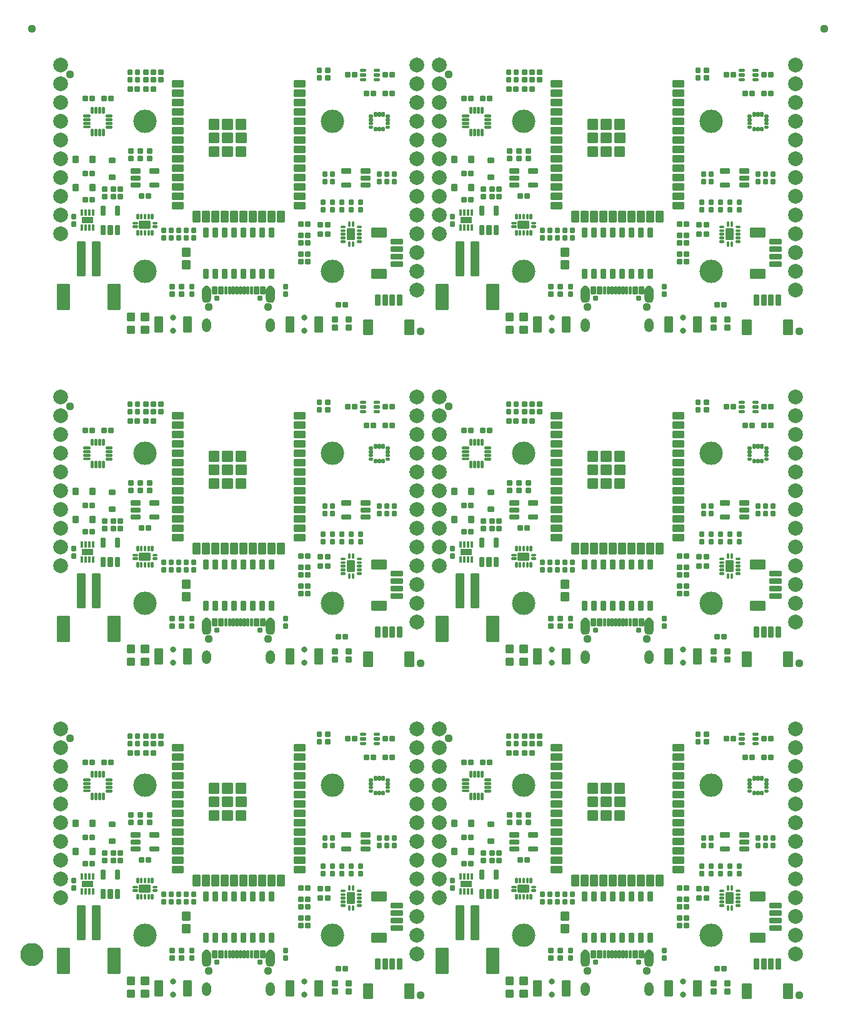
<source format=gts>
G04 EAGLE Gerber RS-274X export*
G75*
%MOMM*%
%FSLAX34Y34*%
%LPD*%
%INSoldermask Top*%
%IPPOS*%
%AMOC8*
5,1,8,0,0,1.08239X$1,22.5*%
G01*
%ADD10C,0.225369*%
%ADD11C,0.428259*%
%ADD12C,0.231559*%
%ADD13C,0.227100*%
%ADD14C,1.127000*%
%ADD15C,3.175000*%
%ADD16C,0.230578*%
%ADD17C,0.777000*%
%ADD18C,0.225400*%
%ADD19C,0.224509*%
%ADD20C,0.827000*%
%ADD21C,0.220859*%
%ADD22C,0.229969*%
%ADD23C,0.326828*%
%ADD24C,0.225938*%
%ADD25C,0.233119*%
%ADD26C,0.223409*%
%ADD27R,0.440000X0.840000*%
%ADD28R,1.520000X0.940000*%
%ADD29C,0.350137*%
%ADD30C,0.225588*%
%ADD31C,2.006600*%
%ADD32C,1.270000*%
%ADD33C,1.627000*%

G36*
X811564Y945853D02*
X811564Y945853D01*
X811570Y945859D01*
X811575Y945855D01*
X812805Y946220D01*
X812810Y946227D01*
X812815Y946225D01*
X813934Y946855D01*
X813937Y946862D01*
X813943Y946861D01*
X814893Y947724D01*
X814894Y947732D01*
X814900Y947732D01*
X815634Y948785D01*
X815634Y948793D01*
X815639Y948795D01*
X816121Y949985D01*
X816119Y949990D01*
X816123Y949993D01*
X816122Y949994D01*
X816124Y949995D01*
X816329Y951262D01*
X816326Y951267D01*
X816329Y951270D01*
X816329Y963270D01*
X816326Y963274D01*
X816329Y963277D01*
X816174Y964399D01*
X816169Y964404D01*
X816172Y964408D01*
X815801Y965479D01*
X815795Y965483D01*
X815797Y965488D01*
X815224Y966465D01*
X815218Y966468D01*
X815219Y966473D01*
X814466Y967320D01*
X814459Y967322D01*
X814459Y967327D01*
X813556Y968011D01*
X813549Y968011D01*
X813548Y968016D01*
X812529Y968511D01*
X812522Y968509D01*
X812520Y968514D01*
X811423Y968801D01*
X811417Y968798D01*
X811414Y968802D01*
X810283Y968869D01*
X810277Y968869D01*
X809146Y968802D01*
X809141Y968797D01*
X809137Y968801D01*
X808040Y968514D01*
X808036Y968508D01*
X808031Y968511D01*
X807012Y968016D01*
X807009Y968010D01*
X807004Y968011D01*
X806101Y967327D01*
X806099Y967320D01*
X806094Y967320D01*
X805341Y966473D01*
X805341Y966466D01*
X805336Y966465D01*
X804763Y965488D01*
X804764Y965485D01*
X804763Y965484D01*
X804764Y965483D01*
X804764Y965481D01*
X804759Y965479D01*
X804388Y964408D01*
X804390Y964403D01*
X804387Y964401D01*
X804387Y964400D01*
X804386Y964399D01*
X804231Y963277D01*
X804234Y963272D01*
X804231Y963270D01*
X804231Y951270D01*
X804234Y951265D01*
X804231Y951262D01*
X804436Y949995D01*
X804442Y949989D01*
X804439Y949985D01*
X804921Y948795D01*
X804928Y948791D01*
X804926Y948785D01*
X805660Y947732D01*
X805668Y947730D01*
X805667Y947724D01*
X806617Y946861D01*
X806626Y946860D01*
X806626Y946855D01*
X807745Y946225D01*
X807753Y946226D01*
X807755Y946220D01*
X808985Y945855D01*
X808993Y945858D01*
X808996Y945853D01*
X810277Y945771D01*
X810281Y945774D01*
X810283Y945771D01*
X811564Y945853D01*
G37*
G36*
X212084Y945853D02*
X212084Y945853D01*
X212090Y945859D01*
X212095Y945855D01*
X213325Y946220D01*
X213330Y946227D01*
X213335Y946225D01*
X214454Y946855D01*
X214457Y946862D01*
X214463Y946861D01*
X215413Y947724D01*
X215414Y947732D01*
X215420Y947732D01*
X216154Y948785D01*
X216154Y948793D01*
X216159Y948795D01*
X216641Y949985D01*
X216639Y949990D01*
X216643Y949993D01*
X216642Y949994D01*
X216644Y949995D01*
X216849Y951262D01*
X216846Y951267D01*
X216849Y951270D01*
X216849Y963270D01*
X216846Y963274D01*
X216849Y963277D01*
X216694Y964399D01*
X216689Y964404D01*
X216692Y964408D01*
X216321Y965479D01*
X216315Y965483D01*
X216317Y965488D01*
X215744Y966465D01*
X215738Y966468D01*
X215739Y966473D01*
X214986Y967320D01*
X214979Y967322D01*
X214979Y967327D01*
X214076Y968011D01*
X214069Y968011D01*
X214068Y968016D01*
X213049Y968511D01*
X213042Y968509D01*
X213040Y968514D01*
X211943Y968801D01*
X211937Y968798D01*
X211934Y968802D01*
X210803Y968869D01*
X210797Y968869D01*
X209666Y968802D01*
X209661Y968797D01*
X209657Y968801D01*
X208560Y968514D01*
X208556Y968508D01*
X208551Y968511D01*
X207532Y968016D01*
X207529Y968010D01*
X207524Y968011D01*
X206621Y967327D01*
X206619Y967320D01*
X206614Y967320D01*
X205861Y966473D01*
X205861Y966466D01*
X205856Y966465D01*
X205283Y965488D01*
X205284Y965485D01*
X205283Y965484D01*
X205284Y965483D01*
X205284Y965481D01*
X205279Y965479D01*
X204908Y964408D01*
X204910Y964403D01*
X204907Y964401D01*
X204907Y964400D01*
X204906Y964399D01*
X204751Y963277D01*
X204754Y963272D01*
X204751Y963270D01*
X204751Y951270D01*
X204754Y951265D01*
X204751Y951262D01*
X204956Y949995D01*
X204962Y949989D01*
X204959Y949985D01*
X205441Y948795D01*
X205448Y948791D01*
X205446Y948785D01*
X206180Y947732D01*
X206188Y947730D01*
X206187Y947724D01*
X207137Y946861D01*
X207146Y946860D01*
X207146Y946855D01*
X208265Y946225D01*
X208273Y946226D01*
X208275Y946220D01*
X209505Y945855D01*
X209513Y945858D01*
X209516Y945853D01*
X210797Y945771D01*
X210801Y945774D01*
X210803Y945771D01*
X212084Y945853D01*
G37*
G36*
X725164Y945853D02*
X725164Y945853D01*
X725170Y945859D01*
X725175Y945855D01*
X726405Y946220D01*
X726410Y946227D01*
X726415Y946225D01*
X727534Y946855D01*
X727537Y946862D01*
X727543Y946861D01*
X728493Y947724D01*
X728494Y947732D01*
X728500Y947732D01*
X729234Y948785D01*
X729234Y948793D01*
X729239Y948795D01*
X729721Y949985D01*
X729719Y949990D01*
X729723Y949993D01*
X729722Y949994D01*
X729724Y949995D01*
X729929Y951262D01*
X729926Y951267D01*
X729929Y951270D01*
X729929Y963270D01*
X729926Y963274D01*
X729929Y963277D01*
X729774Y964399D01*
X729769Y964404D01*
X729772Y964408D01*
X729401Y965479D01*
X729395Y965483D01*
X729397Y965488D01*
X728824Y966465D01*
X728818Y966468D01*
X728819Y966473D01*
X728066Y967320D01*
X728059Y967322D01*
X728059Y967327D01*
X727156Y968011D01*
X727149Y968011D01*
X727148Y968016D01*
X726129Y968511D01*
X726122Y968509D01*
X726120Y968514D01*
X725023Y968801D01*
X725017Y968798D01*
X725014Y968802D01*
X723883Y968869D01*
X723877Y968869D01*
X722746Y968802D01*
X722741Y968797D01*
X722737Y968801D01*
X721640Y968514D01*
X721636Y968508D01*
X721631Y968511D01*
X720612Y968016D01*
X720609Y968010D01*
X720604Y968011D01*
X719701Y967327D01*
X719699Y967320D01*
X719694Y967320D01*
X718941Y966473D01*
X718941Y966466D01*
X718936Y966465D01*
X718363Y965488D01*
X718364Y965485D01*
X718363Y965484D01*
X718364Y965483D01*
X718364Y965481D01*
X718359Y965479D01*
X717988Y964408D01*
X717990Y964403D01*
X717987Y964401D01*
X717987Y964400D01*
X717986Y964399D01*
X717831Y963277D01*
X717834Y963272D01*
X717831Y963270D01*
X717831Y951270D01*
X717834Y951265D01*
X717831Y951262D01*
X718036Y949995D01*
X718042Y949989D01*
X718039Y949985D01*
X718521Y948795D01*
X718528Y948791D01*
X718526Y948785D01*
X719260Y947732D01*
X719268Y947730D01*
X719267Y947724D01*
X720217Y946861D01*
X720226Y946860D01*
X720226Y946855D01*
X721345Y946225D01*
X721353Y946226D01*
X721355Y946220D01*
X722585Y945855D01*
X722593Y945858D01*
X722596Y945853D01*
X723877Y945771D01*
X723881Y945774D01*
X723883Y945771D01*
X725164Y945853D01*
G37*
G36*
X298484Y945853D02*
X298484Y945853D01*
X298490Y945859D01*
X298495Y945855D01*
X299725Y946220D01*
X299730Y946227D01*
X299735Y946225D01*
X300854Y946855D01*
X300857Y946862D01*
X300863Y946861D01*
X301813Y947724D01*
X301814Y947732D01*
X301820Y947732D01*
X302554Y948785D01*
X302554Y948793D01*
X302559Y948795D01*
X303041Y949985D01*
X303039Y949990D01*
X303043Y949993D01*
X303042Y949994D01*
X303044Y949995D01*
X303249Y951262D01*
X303246Y951267D01*
X303249Y951270D01*
X303249Y963270D01*
X303246Y963274D01*
X303249Y963277D01*
X303094Y964399D01*
X303089Y964404D01*
X303092Y964408D01*
X302721Y965479D01*
X302715Y965483D01*
X302717Y965488D01*
X302144Y966465D01*
X302138Y966468D01*
X302139Y966473D01*
X301386Y967320D01*
X301379Y967322D01*
X301379Y967327D01*
X300476Y968011D01*
X300469Y968011D01*
X300468Y968016D01*
X299449Y968511D01*
X299442Y968509D01*
X299440Y968514D01*
X298343Y968801D01*
X298337Y968798D01*
X298334Y968802D01*
X297203Y968869D01*
X297197Y968869D01*
X296066Y968802D01*
X296061Y968797D01*
X296057Y968801D01*
X294960Y968514D01*
X294956Y968508D01*
X294951Y968511D01*
X293932Y968016D01*
X293929Y968010D01*
X293924Y968011D01*
X293021Y967327D01*
X293019Y967320D01*
X293014Y967320D01*
X292261Y966473D01*
X292261Y966466D01*
X292256Y966465D01*
X291683Y965488D01*
X291684Y965485D01*
X291683Y965484D01*
X291684Y965483D01*
X291684Y965481D01*
X291679Y965479D01*
X291308Y964408D01*
X291310Y964403D01*
X291307Y964401D01*
X291307Y964400D01*
X291306Y964399D01*
X291151Y963277D01*
X291154Y963272D01*
X291151Y963270D01*
X291151Y951270D01*
X291154Y951265D01*
X291151Y951262D01*
X291356Y949995D01*
X291362Y949989D01*
X291359Y949985D01*
X291841Y948795D01*
X291848Y948791D01*
X291846Y948785D01*
X292580Y947732D01*
X292588Y947730D01*
X292587Y947724D01*
X293537Y946861D01*
X293546Y946860D01*
X293546Y946855D01*
X294665Y946225D01*
X294673Y946226D01*
X294675Y946220D01*
X295905Y945855D01*
X295913Y945858D01*
X295916Y945853D01*
X297197Y945771D01*
X297201Y945774D01*
X297203Y945771D01*
X298484Y945853D01*
G37*
G36*
X811564Y496273D02*
X811564Y496273D01*
X811570Y496279D01*
X811575Y496275D01*
X812805Y496640D01*
X812810Y496647D01*
X812815Y496645D01*
X813934Y497275D01*
X813937Y497282D01*
X813943Y497281D01*
X814893Y498144D01*
X814894Y498152D01*
X814900Y498152D01*
X815634Y499205D01*
X815634Y499213D01*
X815639Y499215D01*
X816121Y500405D01*
X816119Y500410D01*
X816123Y500413D01*
X816122Y500414D01*
X816124Y500415D01*
X816329Y501682D01*
X816326Y501687D01*
X816329Y501690D01*
X816329Y513690D01*
X816326Y513694D01*
X816329Y513697D01*
X816174Y514819D01*
X816169Y514824D01*
X816172Y514828D01*
X815801Y515899D01*
X815795Y515903D01*
X815797Y515908D01*
X815224Y516885D01*
X815218Y516888D01*
X815219Y516893D01*
X814466Y517740D01*
X814459Y517742D01*
X814459Y517747D01*
X813556Y518431D01*
X813549Y518431D01*
X813548Y518436D01*
X812529Y518931D01*
X812522Y518929D01*
X812520Y518934D01*
X811423Y519221D01*
X811417Y519218D01*
X811414Y519222D01*
X810283Y519289D01*
X810277Y519289D01*
X809146Y519222D01*
X809141Y519217D01*
X809137Y519221D01*
X808040Y518934D01*
X808036Y518928D01*
X808031Y518931D01*
X807012Y518436D01*
X807009Y518430D01*
X807004Y518431D01*
X806101Y517747D01*
X806099Y517740D01*
X806094Y517740D01*
X805341Y516893D01*
X805341Y516886D01*
X805336Y516885D01*
X804763Y515908D01*
X804764Y515905D01*
X804763Y515904D01*
X804764Y515903D01*
X804764Y515901D01*
X804759Y515899D01*
X804388Y514828D01*
X804390Y514823D01*
X804387Y514821D01*
X804387Y514820D01*
X804386Y514819D01*
X804231Y513697D01*
X804234Y513692D01*
X804231Y513690D01*
X804231Y501690D01*
X804234Y501685D01*
X804231Y501682D01*
X804436Y500415D01*
X804442Y500409D01*
X804439Y500405D01*
X804921Y499215D01*
X804928Y499211D01*
X804926Y499205D01*
X805660Y498152D01*
X805668Y498150D01*
X805667Y498144D01*
X806617Y497281D01*
X806626Y497280D01*
X806626Y497275D01*
X807745Y496645D01*
X807753Y496646D01*
X807755Y496640D01*
X808985Y496275D01*
X808993Y496278D01*
X808996Y496273D01*
X810277Y496191D01*
X810281Y496194D01*
X810283Y496191D01*
X811564Y496273D01*
G37*
G36*
X298484Y496273D02*
X298484Y496273D01*
X298490Y496279D01*
X298495Y496275D01*
X299725Y496640D01*
X299730Y496647D01*
X299735Y496645D01*
X300854Y497275D01*
X300857Y497282D01*
X300863Y497281D01*
X301813Y498144D01*
X301814Y498152D01*
X301820Y498152D01*
X302554Y499205D01*
X302554Y499213D01*
X302559Y499215D01*
X303041Y500405D01*
X303039Y500410D01*
X303043Y500413D01*
X303042Y500414D01*
X303044Y500415D01*
X303249Y501682D01*
X303246Y501687D01*
X303249Y501690D01*
X303249Y513690D01*
X303246Y513694D01*
X303249Y513697D01*
X303094Y514819D01*
X303089Y514824D01*
X303092Y514828D01*
X302721Y515899D01*
X302715Y515903D01*
X302717Y515908D01*
X302144Y516885D01*
X302138Y516888D01*
X302139Y516893D01*
X301386Y517740D01*
X301379Y517742D01*
X301379Y517747D01*
X300476Y518431D01*
X300469Y518431D01*
X300468Y518436D01*
X299449Y518931D01*
X299442Y518929D01*
X299440Y518934D01*
X298343Y519221D01*
X298337Y519218D01*
X298334Y519222D01*
X297203Y519289D01*
X297197Y519289D01*
X296066Y519222D01*
X296061Y519217D01*
X296057Y519221D01*
X294960Y518934D01*
X294956Y518928D01*
X294951Y518931D01*
X293932Y518436D01*
X293929Y518430D01*
X293924Y518431D01*
X293021Y517747D01*
X293019Y517740D01*
X293014Y517740D01*
X292261Y516893D01*
X292261Y516886D01*
X292256Y516885D01*
X291683Y515908D01*
X291684Y515905D01*
X291683Y515904D01*
X291684Y515903D01*
X291684Y515901D01*
X291679Y515899D01*
X291308Y514828D01*
X291310Y514823D01*
X291307Y514821D01*
X291307Y514820D01*
X291306Y514819D01*
X291151Y513697D01*
X291154Y513692D01*
X291151Y513690D01*
X291151Y501690D01*
X291154Y501685D01*
X291151Y501682D01*
X291356Y500415D01*
X291362Y500409D01*
X291359Y500405D01*
X291841Y499215D01*
X291848Y499211D01*
X291846Y499205D01*
X292580Y498152D01*
X292588Y498150D01*
X292587Y498144D01*
X293537Y497281D01*
X293546Y497280D01*
X293546Y497275D01*
X294665Y496645D01*
X294673Y496646D01*
X294675Y496640D01*
X295905Y496275D01*
X295913Y496278D01*
X295916Y496273D01*
X297197Y496191D01*
X297201Y496194D01*
X297203Y496191D01*
X298484Y496273D01*
G37*
G36*
X212084Y496273D02*
X212084Y496273D01*
X212090Y496279D01*
X212095Y496275D01*
X213325Y496640D01*
X213330Y496647D01*
X213335Y496645D01*
X214454Y497275D01*
X214457Y497282D01*
X214463Y497281D01*
X215413Y498144D01*
X215414Y498152D01*
X215420Y498152D01*
X216154Y499205D01*
X216154Y499213D01*
X216159Y499215D01*
X216641Y500405D01*
X216639Y500410D01*
X216643Y500413D01*
X216642Y500414D01*
X216644Y500415D01*
X216849Y501682D01*
X216846Y501687D01*
X216849Y501690D01*
X216849Y513690D01*
X216846Y513694D01*
X216849Y513697D01*
X216694Y514819D01*
X216689Y514824D01*
X216692Y514828D01*
X216321Y515899D01*
X216315Y515903D01*
X216317Y515908D01*
X215744Y516885D01*
X215738Y516888D01*
X215739Y516893D01*
X214986Y517740D01*
X214979Y517742D01*
X214979Y517747D01*
X214076Y518431D01*
X214069Y518431D01*
X214068Y518436D01*
X213049Y518931D01*
X213042Y518929D01*
X213040Y518934D01*
X211943Y519221D01*
X211937Y519218D01*
X211934Y519222D01*
X210803Y519289D01*
X210797Y519289D01*
X209666Y519222D01*
X209661Y519217D01*
X209657Y519221D01*
X208560Y518934D01*
X208556Y518928D01*
X208551Y518931D01*
X207532Y518436D01*
X207529Y518430D01*
X207524Y518431D01*
X206621Y517747D01*
X206619Y517740D01*
X206614Y517740D01*
X205861Y516893D01*
X205861Y516886D01*
X205856Y516885D01*
X205283Y515908D01*
X205284Y515905D01*
X205283Y515904D01*
X205284Y515903D01*
X205284Y515901D01*
X205279Y515899D01*
X204908Y514828D01*
X204910Y514823D01*
X204907Y514821D01*
X204907Y514820D01*
X204906Y514819D01*
X204751Y513697D01*
X204754Y513692D01*
X204751Y513690D01*
X204751Y501690D01*
X204754Y501685D01*
X204751Y501682D01*
X204956Y500415D01*
X204962Y500409D01*
X204959Y500405D01*
X205441Y499215D01*
X205448Y499211D01*
X205446Y499205D01*
X206180Y498152D01*
X206188Y498150D01*
X206187Y498144D01*
X207137Y497281D01*
X207146Y497280D01*
X207146Y497275D01*
X208265Y496645D01*
X208273Y496646D01*
X208275Y496640D01*
X209505Y496275D01*
X209513Y496278D01*
X209516Y496273D01*
X210797Y496191D01*
X210801Y496194D01*
X210803Y496191D01*
X212084Y496273D01*
G37*
G36*
X725164Y496273D02*
X725164Y496273D01*
X725170Y496279D01*
X725175Y496275D01*
X726405Y496640D01*
X726410Y496647D01*
X726415Y496645D01*
X727534Y497275D01*
X727537Y497282D01*
X727543Y497281D01*
X728493Y498144D01*
X728494Y498152D01*
X728500Y498152D01*
X729234Y499205D01*
X729234Y499213D01*
X729239Y499215D01*
X729721Y500405D01*
X729719Y500410D01*
X729723Y500413D01*
X729722Y500414D01*
X729724Y500415D01*
X729929Y501682D01*
X729926Y501687D01*
X729929Y501690D01*
X729929Y513690D01*
X729926Y513694D01*
X729929Y513697D01*
X729774Y514819D01*
X729769Y514824D01*
X729772Y514828D01*
X729401Y515899D01*
X729395Y515903D01*
X729397Y515908D01*
X728824Y516885D01*
X728818Y516888D01*
X728819Y516893D01*
X728066Y517740D01*
X728059Y517742D01*
X728059Y517747D01*
X727156Y518431D01*
X727149Y518431D01*
X727148Y518436D01*
X726129Y518931D01*
X726122Y518929D01*
X726120Y518934D01*
X725023Y519221D01*
X725017Y519218D01*
X725014Y519222D01*
X723883Y519289D01*
X723877Y519289D01*
X722746Y519222D01*
X722741Y519217D01*
X722737Y519221D01*
X721640Y518934D01*
X721636Y518928D01*
X721631Y518931D01*
X720612Y518436D01*
X720609Y518430D01*
X720604Y518431D01*
X719701Y517747D01*
X719699Y517740D01*
X719694Y517740D01*
X718941Y516893D01*
X718941Y516886D01*
X718936Y516885D01*
X718363Y515908D01*
X718364Y515905D01*
X718363Y515904D01*
X718364Y515903D01*
X718364Y515901D01*
X718359Y515899D01*
X717988Y514828D01*
X717990Y514823D01*
X717987Y514821D01*
X717987Y514820D01*
X717986Y514819D01*
X717831Y513697D01*
X717834Y513692D01*
X717831Y513690D01*
X717831Y501690D01*
X717834Y501685D01*
X717831Y501682D01*
X718036Y500415D01*
X718042Y500409D01*
X718039Y500405D01*
X718521Y499215D01*
X718528Y499211D01*
X718526Y499205D01*
X719260Y498152D01*
X719268Y498150D01*
X719267Y498144D01*
X720217Y497281D01*
X720226Y497280D01*
X720226Y497275D01*
X721345Y496645D01*
X721353Y496646D01*
X721355Y496640D01*
X722585Y496275D01*
X722593Y496278D01*
X722596Y496273D01*
X723877Y496191D01*
X723881Y496194D01*
X723883Y496191D01*
X725164Y496273D01*
G37*
G36*
X212084Y46693D02*
X212084Y46693D01*
X212090Y46699D01*
X212095Y46695D01*
X213325Y47060D01*
X213330Y47067D01*
X213335Y47065D01*
X214454Y47695D01*
X214457Y47702D01*
X214463Y47701D01*
X215413Y48564D01*
X215414Y48572D01*
X215420Y48572D01*
X216154Y49625D01*
X216154Y49633D01*
X216159Y49635D01*
X216641Y50825D01*
X216639Y50830D01*
X216643Y50833D01*
X216642Y50834D01*
X216644Y50835D01*
X216849Y52102D01*
X216846Y52107D01*
X216849Y52110D01*
X216849Y64110D01*
X216846Y64114D01*
X216849Y64117D01*
X216694Y65239D01*
X216689Y65244D01*
X216692Y65248D01*
X216321Y66319D01*
X216315Y66323D01*
X216317Y66328D01*
X215744Y67305D01*
X215738Y67308D01*
X215739Y67313D01*
X214986Y68160D01*
X214979Y68162D01*
X214979Y68167D01*
X214076Y68851D01*
X214069Y68851D01*
X214068Y68856D01*
X213049Y69351D01*
X213042Y69349D01*
X213040Y69354D01*
X211943Y69641D01*
X211937Y69638D01*
X211934Y69642D01*
X210803Y69709D01*
X210797Y69709D01*
X209666Y69642D01*
X209661Y69637D01*
X209657Y69641D01*
X208560Y69354D01*
X208556Y69348D01*
X208551Y69351D01*
X207532Y68856D01*
X207529Y68850D01*
X207524Y68851D01*
X206621Y68167D01*
X206619Y68160D01*
X206614Y68160D01*
X205861Y67313D01*
X205861Y67306D01*
X205856Y67305D01*
X205283Y66328D01*
X205284Y66325D01*
X205283Y66324D01*
X205284Y66323D01*
X205284Y66321D01*
X205279Y66319D01*
X204908Y65248D01*
X204910Y65243D01*
X204907Y65241D01*
X204907Y65240D01*
X204906Y65239D01*
X204751Y64117D01*
X204754Y64112D01*
X204751Y64110D01*
X204751Y52110D01*
X204754Y52105D01*
X204751Y52102D01*
X204956Y50835D01*
X204962Y50829D01*
X204959Y50825D01*
X205441Y49635D01*
X205448Y49631D01*
X205446Y49625D01*
X206180Y48572D01*
X206188Y48570D01*
X206187Y48564D01*
X207137Y47701D01*
X207146Y47700D01*
X207146Y47695D01*
X208265Y47065D01*
X208273Y47066D01*
X208275Y47060D01*
X209505Y46695D01*
X209513Y46698D01*
X209516Y46693D01*
X210797Y46611D01*
X210801Y46614D01*
X210803Y46611D01*
X212084Y46693D01*
G37*
G36*
X725164Y46693D02*
X725164Y46693D01*
X725170Y46699D01*
X725175Y46695D01*
X726405Y47060D01*
X726410Y47067D01*
X726415Y47065D01*
X727534Y47695D01*
X727537Y47702D01*
X727543Y47701D01*
X728493Y48564D01*
X728494Y48572D01*
X728500Y48572D01*
X729234Y49625D01*
X729234Y49633D01*
X729239Y49635D01*
X729721Y50825D01*
X729719Y50830D01*
X729723Y50833D01*
X729722Y50834D01*
X729724Y50835D01*
X729929Y52102D01*
X729926Y52107D01*
X729929Y52110D01*
X729929Y64110D01*
X729926Y64114D01*
X729929Y64117D01*
X729774Y65239D01*
X729769Y65244D01*
X729772Y65248D01*
X729401Y66319D01*
X729395Y66323D01*
X729397Y66328D01*
X728824Y67305D01*
X728818Y67308D01*
X728819Y67313D01*
X728066Y68160D01*
X728059Y68162D01*
X728059Y68167D01*
X727156Y68851D01*
X727149Y68851D01*
X727148Y68856D01*
X726129Y69351D01*
X726122Y69349D01*
X726120Y69354D01*
X725023Y69641D01*
X725017Y69638D01*
X725014Y69642D01*
X723883Y69709D01*
X723877Y69709D01*
X722746Y69642D01*
X722741Y69637D01*
X722737Y69641D01*
X721640Y69354D01*
X721636Y69348D01*
X721631Y69351D01*
X720612Y68856D01*
X720609Y68850D01*
X720604Y68851D01*
X719701Y68167D01*
X719699Y68160D01*
X719694Y68160D01*
X718941Y67313D01*
X718941Y67306D01*
X718936Y67305D01*
X718363Y66328D01*
X718364Y66325D01*
X718363Y66324D01*
X718364Y66323D01*
X718364Y66321D01*
X718359Y66319D01*
X717988Y65248D01*
X717990Y65243D01*
X717987Y65241D01*
X717987Y65240D01*
X717986Y65239D01*
X717831Y64117D01*
X717834Y64112D01*
X717831Y64110D01*
X717831Y52110D01*
X717834Y52105D01*
X717831Y52102D01*
X718036Y50835D01*
X718042Y50829D01*
X718039Y50825D01*
X718521Y49635D01*
X718528Y49631D01*
X718526Y49625D01*
X719260Y48572D01*
X719268Y48570D01*
X719267Y48564D01*
X720217Y47701D01*
X720226Y47700D01*
X720226Y47695D01*
X721345Y47065D01*
X721353Y47066D01*
X721355Y47060D01*
X722585Y46695D01*
X722593Y46698D01*
X722596Y46693D01*
X723877Y46611D01*
X723881Y46614D01*
X723883Y46611D01*
X725164Y46693D01*
G37*
G36*
X298484Y46693D02*
X298484Y46693D01*
X298490Y46699D01*
X298495Y46695D01*
X299725Y47060D01*
X299730Y47067D01*
X299735Y47065D01*
X300854Y47695D01*
X300857Y47702D01*
X300863Y47701D01*
X301813Y48564D01*
X301814Y48572D01*
X301820Y48572D01*
X302554Y49625D01*
X302554Y49633D01*
X302559Y49635D01*
X303041Y50825D01*
X303039Y50830D01*
X303043Y50833D01*
X303042Y50834D01*
X303044Y50835D01*
X303249Y52102D01*
X303246Y52107D01*
X303249Y52110D01*
X303249Y64110D01*
X303246Y64114D01*
X303249Y64117D01*
X303094Y65239D01*
X303089Y65244D01*
X303092Y65248D01*
X302721Y66319D01*
X302715Y66323D01*
X302717Y66328D01*
X302144Y67305D01*
X302138Y67308D01*
X302139Y67313D01*
X301386Y68160D01*
X301379Y68162D01*
X301379Y68167D01*
X300476Y68851D01*
X300469Y68851D01*
X300468Y68856D01*
X299449Y69351D01*
X299442Y69349D01*
X299440Y69354D01*
X298343Y69641D01*
X298337Y69638D01*
X298334Y69642D01*
X297203Y69709D01*
X297197Y69709D01*
X296066Y69642D01*
X296061Y69637D01*
X296057Y69641D01*
X294960Y69354D01*
X294956Y69348D01*
X294951Y69351D01*
X293932Y68856D01*
X293929Y68850D01*
X293924Y68851D01*
X293021Y68167D01*
X293019Y68160D01*
X293014Y68160D01*
X292261Y67313D01*
X292261Y67306D01*
X292256Y67305D01*
X291683Y66328D01*
X291684Y66325D01*
X291683Y66324D01*
X291684Y66323D01*
X291684Y66321D01*
X291679Y66319D01*
X291308Y65248D01*
X291310Y65243D01*
X291307Y65241D01*
X291307Y65240D01*
X291306Y65239D01*
X291151Y64117D01*
X291154Y64112D01*
X291151Y64110D01*
X291151Y52110D01*
X291154Y52105D01*
X291151Y52102D01*
X291356Y50835D01*
X291362Y50829D01*
X291359Y50825D01*
X291841Y49635D01*
X291848Y49631D01*
X291846Y49625D01*
X292580Y48572D01*
X292588Y48570D01*
X292587Y48564D01*
X293537Y47701D01*
X293546Y47700D01*
X293546Y47695D01*
X294665Y47065D01*
X294673Y47066D01*
X294675Y47060D01*
X295905Y46695D01*
X295913Y46698D01*
X295916Y46693D01*
X297197Y46611D01*
X297201Y46614D01*
X297203Y46611D01*
X298484Y46693D01*
G37*
G36*
X811564Y46693D02*
X811564Y46693D01*
X811570Y46699D01*
X811575Y46695D01*
X812805Y47060D01*
X812810Y47067D01*
X812815Y47065D01*
X813934Y47695D01*
X813937Y47702D01*
X813943Y47701D01*
X814893Y48564D01*
X814894Y48572D01*
X814900Y48572D01*
X815634Y49625D01*
X815634Y49633D01*
X815639Y49635D01*
X816121Y50825D01*
X816119Y50830D01*
X816123Y50833D01*
X816122Y50834D01*
X816124Y50835D01*
X816329Y52102D01*
X816326Y52107D01*
X816329Y52110D01*
X816329Y64110D01*
X816326Y64114D01*
X816329Y64117D01*
X816174Y65239D01*
X816169Y65244D01*
X816172Y65248D01*
X815801Y66319D01*
X815795Y66323D01*
X815797Y66328D01*
X815224Y67305D01*
X815218Y67308D01*
X815219Y67313D01*
X814466Y68160D01*
X814459Y68162D01*
X814459Y68167D01*
X813556Y68851D01*
X813549Y68851D01*
X813548Y68856D01*
X812529Y69351D01*
X812522Y69349D01*
X812520Y69354D01*
X811423Y69641D01*
X811417Y69638D01*
X811414Y69642D01*
X810283Y69709D01*
X810277Y69709D01*
X809146Y69642D01*
X809141Y69637D01*
X809137Y69641D01*
X808040Y69354D01*
X808036Y69348D01*
X808031Y69351D01*
X807012Y68856D01*
X807009Y68850D01*
X807004Y68851D01*
X806101Y68167D01*
X806099Y68160D01*
X806094Y68160D01*
X805341Y67313D01*
X805341Y67306D01*
X805336Y67305D01*
X804763Y66328D01*
X804764Y66325D01*
X804763Y66324D01*
X804764Y66323D01*
X804764Y66321D01*
X804759Y66319D01*
X804388Y65248D01*
X804390Y65243D01*
X804387Y65241D01*
X804387Y65240D01*
X804386Y65239D01*
X804231Y64117D01*
X804234Y64112D01*
X804231Y64110D01*
X804231Y52110D01*
X804234Y52105D01*
X804231Y52102D01*
X804436Y50835D01*
X804442Y50829D01*
X804439Y50825D01*
X804921Y49635D01*
X804928Y49631D01*
X804926Y49625D01*
X805660Y48572D01*
X805668Y48570D01*
X805667Y48564D01*
X806617Y47701D01*
X806626Y47700D01*
X806626Y47695D01*
X807745Y47065D01*
X807753Y47066D01*
X807755Y47060D01*
X808985Y46695D01*
X808993Y46698D01*
X808996Y46693D01*
X810277Y46611D01*
X810281Y46614D01*
X810283Y46611D01*
X811564Y46693D01*
G37*
G36*
X298371Y906581D02*
X298371Y906581D01*
X298376Y906586D01*
X298380Y906583D01*
X299503Y906918D01*
X299507Y906924D01*
X299511Y906922D01*
X300547Y907470D01*
X300550Y907476D01*
X300555Y907475D01*
X301463Y908214D01*
X301465Y908221D01*
X301470Y908221D01*
X302217Y909123D01*
X302217Y909131D01*
X302223Y909131D01*
X302779Y910162D01*
X302778Y910169D01*
X302783Y910171D01*
X303127Y911290D01*
X303125Y911297D01*
X303129Y911300D01*
X303249Y912465D01*
X303247Y912468D01*
X303249Y912470D01*
X303249Y918470D01*
X303247Y918473D01*
X303249Y918475D01*
X303138Y919651D01*
X303133Y919656D01*
X303136Y919660D01*
X302798Y920792D01*
X302792Y920796D01*
X302794Y920801D01*
X302242Y921845D01*
X302235Y921848D01*
X302237Y921853D01*
X301491Y922769D01*
X301484Y922770D01*
X301484Y922776D01*
X300575Y923529D01*
X300567Y923529D01*
X300567Y923534D01*
X299527Y924095D01*
X299520Y924094D01*
X299518Y924099D01*
X298389Y924446D01*
X298383Y924444D01*
X298380Y924448D01*
X297205Y924569D01*
X297198Y924565D01*
X297194Y924569D01*
X295854Y924412D01*
X295848Y924407D01*
X295843Y924410D01*
X294572Y923959D01*
X294567Y923952D01*
X294562Y923954D01*
X293423Y923232D01*
X293420Y923224D01*
X293414Y923225D01*
X292464Y922267D01*
X292463Y922259D01*
X292457Y922258D01*
X291744Y921113D01*
X291745Y921105D01*
X291739Y921103D01*
X291299Y919827D01*
X291301Y919820D01*
X291297Y919817D01*
X291151Y918475D01*
X291153Y918472D01*
X291151Y918470D01*
X291151Y912470D01*
X291153Y912467D01*
X291151Y912464D01*
X291306Y911135D01*
X291312Y911129D01*
X291309Y911125D01*
X291756Y909864D01*
X291763Y909859D01*
X291761Y909854D01*
X292478Y908724D01*
X292485Y908721D01*
X292484Y908715D01*
X293435Y907773D01*
X293443Y907772D01*
X293443Y907766D01*
X294579Y907059D01*
X294587Y907060D01*
X294589Y907054D01*
X295854Y906618D01*
X295859Y906619D01*
X295860Y906619D01*
X295863Y906619D01*
X295865Y906615D01*
X297195Y906471D01*
X297201Y906475D01*
X297205Y906471D01*
X298371Y906581D01*
G37*
G36*
X211971Y906581D02*
X211971Y906581D01*
X211976Y906586D01*
X211980Y906583D01*
X213103Y906918D01*
X213107Y906924D01*
X213111Y906922D01*
X214147Y907470D01*
X214150Y907476D01*
X214155Y907475D01*
X215063Y908214D01*
X215065Y908221D01*
X215070Y908221D01*
X215817Y909123D01*
X215817Y909131D01*
X215823Y909131D01*
X216379Y910162D01*
X216378Y910169D01*
X216383Y910171D01*
X216727Y911290D01*
X216725Y911297D01*
X216729Y911300D01*
X216849Y912465D01*
X216847Y912468D01*
X216849Y912470D01*
X216849Y918470D01*
X216847Y918473D01*
X216849Y918475D01*
X216738Y919651D01*
X216733Y919656D01*
X216736Y919660D01*
X216398Y920792D01*
X216392Y920796D01*
X216394Y920801D01*
X215842Y921845D01*
X215835Y921848D01*
X215837Y921853D01*
X215091Y922769D01*
X215084Y922770D01*
X215084Y922776D01*
X214175Y923529D01*
X214167Y923529D01*
X214167Y923534D01*
X213127Y924095D01*
X213120Y924094D01*
X213118Y924099D01*
X211989Y924446D01*
X211983Y924444D01*
X211980Y924448D01*
X210805Y924569D01*
X210798Y924565D01*
X210794Y924569D01*
X209454Y924412D01*
X209448Y924407D01*
X209443Y924410D01*
X208172Y923959D01*
X208167Y923952D01*
X208162Y923954D01*
X207023Y923232D01*
X207020Y923224D01*
X207014Y923225D01*
X206064Y922267D01*
X206063Y922259D01*
X206057Y922258D01*
X205344Y921113D01*
X205345Y921105D01*
X205339Y921103D01*
X204899Y919827D01*
X204901Y919820D01*
X204897Y919817D01*
X204751Y918475D01*
X204753Y918472D01*
X204751Y918470D01*
X204751Y912470D01*
X204753Y912467D01*
X204751Y912464D01*
X204906Y911135D01*
X204912Y911129D01*
X204909Y911125D01*
X205356Y909864D01*
X205363Y909859D01*
X205361Y909854D01*
X206078Y908724D01*
X206085Y908721D01*
X206084Y908715D01*
X207035Y907773D01*
X207043Y907772D01*
X207043Y907766D01*
X208179Y907059D01*
X208187Y907060D01*
X208189Y907054D01*
X209454Y906618D01*
X209459Y906619D01*
X209460Y906619D01*
X209463Y906619D01*
X209465Y906615D01*
X210795Y906471D01*
X210801Y906475D01*
X210805Y906471D01*
X211971Y906581D01*
G37*
G36*
X811451Y906581D02*
X811451Y906581D01*
X811456Y906586D01*
X811460Y906583D01*
X812583Y906918D01*
X812587Y906924D01*
X812591Y906922D01*
X813627Y907470D01*
X813630Y907476D01*
X813635Y907475D01*
X814543Y908214D01*
X814545Y908221D01*
X814550Y908221D01*
X815297Y909123D01*
X815297Y909131D01*
X815303Y909131D01*
X815859Y910162D01*
X815858Y910169D01*
X815863Y910171D01*
X816207Y911290D01*
X816205Y911297D01*
X816209Y911300D01*
X816329Y912465D01*
X816327Y912468D01*
X816329Y912470D01*
X816329Y918470D01*
X816327Y918473D01*
X816329Y918475D01*
X816218Y919651D01*
X816213Y919656D01*
X816216Y919660D01*
X815878Y920792D01*
X815872Y920796D01*
X815874Y920801D01*
X815322Y921845D01*
X815315Y921848D01*
X815317Y921853D01*
X814571Y922769D01*
X814564Y922770D01*
X814564Y922776D01*
X813655Y923529D01*
X813647Y923529D01*
X813647Y923534D01*
X812607Y924095D01*
X812600Y924094D01*
X812598Y924099D01*
X811469Y924446D01*
X811463Y924444D01*
X811460Y924448D01*
X810285Y924569D01*
X810278Y924565D01*
X810274Y924569D01*
X808934Y924412D01*
X808928Y924407D01*
X808923Y924410D01*
X807652Y923959D01*
X807647Y923952D01*
X807642Y923954D01*
X806503Y923232D01*
X806500Y923224D01*
X806494Y923225D01*
X805544Y922267D01*
X805543Y922259D01*
X805537Y922258D01*
X804824Y921113D01*
X804825Y921105D01*
X804819Y921103D01*
X804379Y919827D01*
X804381Y919820D01*
X804377Y919817D01*
X804231Y918475D01*
X804233Y918472D01*
X804231Y918470D01*
X804231Y912470D01*
X804233Y912467D01*
X804231Y912464D01*
X804386Y911135D01*
X804392Y911129D01*
X804389Y911125D01*
X804836Y909864D01*
X804843Y909859D01*
X804841Y909854D01*
X805558Y908724D01*
X805565Y908721D01*
X805564Y908715D01*
X806515Y907773D01*
X806523Y907772D01*
X806523Y907766D01*
X807659Y907059D01*
X807667Y907060D01*
X807669Y907054D01*
X808934Y906618D01*
X808939Y906619D01*
X808940Y906619D01*
X808943Y906619D01*
X808945Y906615D01*
X810275Y906471D01*
X810281Y906475D01*
X810285Y906471D01*
X811451Y906581D01*
G37*
G36*
X725051Y906581D02*
X725051Y906581D01*
X725056Y906586D01*
X725060Y906583D01*
X726183Y906918D01*
X726187Y906924D01*
X726191Y906922D01*
X727227Y907470D01*
X727230Y907476D01*
X727235Y907475D01*
X728143Y908214D01*
X728145Y908221D01*
X728150Y908221D01*
X728897Y909123D01*
X728897Y909131D01*
X728903Y909131D01*
X729459Y910162D01*
X729458Y910169D01*
X729463Y910171D01*
X729807Y911290D01*
X729805Y911297D01*
X729809Y911300D01*
X729929Y912465D01*
X729927Y912468D01*
X729929Y912470D01*
X729929Y918470D01*
X729927Y918473D01*
X729929Y918475D01*
X729818Y919651D01*
X729813Y919656D01*
X729816Y919660D01*
X729478Y920792D01*
X729472Y920796D01*
X729474Y920801D01*
X728922Y921845D01*
X728915Y921848D01*
X728917Y921853D01*
X728171Y922769D01*
X728164Y922770D01*
X728164Y922776D01*
X727255Y923529D01*
X727247Y923529D01*
X727247Y923534D01*
X726207Y924095D01*
X726200Y924094D01*
X726198Y924099D01*
X725069Y924446D01*
X725063Y924444D01*
X725060Y924448D01*
X723885Y924569D01*
X723878Y924565D01*
X723874Y924569D01*
X722534Y924412D01*
X722528Y924407D01*
X722523Y924410D01*
X721252Y923959D01*
X721247Y923952D01*
X721242Y923954D01*
X720103Y923232D01*
X720100Y923224D01*
X720094Y923225D01*
X719144Y922267D01*
X719143Y922259D01*
X719137Y922258D01*
X718424Y921113D01*
X718425Y921105D01*
X718419Y921103D01*
X717979Y919827D01*
X717981Y919820D01*
X717977Y919817D01*
X717831Y918475D01*
X717833Y918472D01*
X717831Y918470D01*
X717831Y912470D01*
X717833Y912467D01*
X717831Y912464D01*
X717986Y911135D01*
X717992Y911129D01*
X717989Y911125D01*
X718436Y909864D01*
X718443Y909859D01*
X718441Y909854D01*
X719158Y908724D01*
X719165Y908721D01*
X719164Y908715D01*
X720115Y907773D01*
X720123Y907772D01*
X720123Y907766D01*
X721259Y907059D01*
X721267Y907060D01*
X721269Y907054D01*
X722534Y906618D01*
X722539Y906619D01*
X722540Y906619D01*
X722543Y906619D01*
X722545Y906615D01*
X723875Y906471D01*
X723881Y906475D01*
X723885Y906471D01*
X725051Y906581D01*
G37*
G36*
X725051Y457001D02*
X725051Y457001D01*
X725056Y457006D01*
X725060Y457003D01*
X726183Y457338D01*
X726187Y457344D01*
X726191Y457342D01*
X727227Y457890D01*
X727230Y457896D01*
X727235Y457895D01*
X728143Y458634D01*
X728145Y458641D01*
X728150Y458641D01*
X728897Y459543D01*
X728897Y459551D01*
X728903Y459551D01*
X729459Y460582D01*
X729458Y460589D01*
X729463Y460591D01*
X729807Y461710D01*
X729805Y461717D01*
X729809Y461720D01*
X729929Y462885D01*
X729927Y462888D01*
X729929Y462890D01*
X729929Y468890D01*
X729927Y468893D01*
X729929Y468895D01*
X729818Y470071D01*
X729813Y470076D01*
X729816Y470080D01*
X729478Y471212D01*
X729472Y471216D01*
X729474Y471221D01*
X728922Y472265D01*
X728915Y472268D01*
X728917Y472273D01*
X728171Y473189D01*
X728164Y473190D01*
X728164Y473196D01*
X727255Y473949D01*
X727247Y473949D01*
X727247Y473954D01*
X726207Y474515D01*
X726200Y474514D01*
X726198Y474519D01*
X725069Y474866D01*
X725063Y474864D01*
X725060Y474868D01*
X723885Y474989D01*
X723878Y474985D01*
X723874Y474989D01*
X722534Y474832D01*
X722528Y474827D01*
X722523Y474830D01*
X721252Y474379D01*
X721247Y474372D01*
X721242Y474374D01*
X720103Y473652D01*
X720100Y473644D01*
X720094Y473645D01*
X719144Y472687D01*
X719143Y472679D01*
X719137Y472678D01*
X718424Y471533D01*
X718425Y471525D01*
X718419Y471523D01*
X717979Y470247D01*
X717981Y470240D01*
X717977Y470237D01*
X717831Y468895D01*
X717833Y468892D01*
X717831Y468890D01*
X717831Y462890D01*
X717833Y462887D01*
X717831Y462884D01*
X717986Y461555D01*
X717992Y461549D01*
X717989Y461545D01*
X718436Y460284D01*
X718443Y460279D01*
X718441Y460274D01*
X719158Y459144D01*
X719165Y459141D01*
X719164Y459135D01*
X720115Y458193D01*
X720123Y458192D01*
X720123Y458186D01*
X721259Y457479D01*
X721267Y457480D01*
X721269Y457474D01*
X722534Y457038D01*
X722539Y457039D01*
X722540Y457039D01*
X722543Y457039D01*
X722545Y457035D01*
X723875Y456891D01*
X723881Y456895D01*
X723885Y456891D01*
X725051Y457001D01*
G37*
G36*
X211971Y457001D02*
X211971Y457001D01*
X211976Y457006D01*
X211980Y457003D01*
X213103Y457338D01*
X213107Y457344D01*
X213111Y457342D01*
X214147Y457890D01*
X214150Y457896D01*
X214155Y457895D01*
X215063Y458634D01*
X215065Y458641D01*
X215070Y458641D01*
X215817Y459543D01*
X215817Y459551D01*
X215823Y459551D01*
X216379Y460582D01*
X216378Y460589D01*
X216383Y460591D01*
X216727Y461710D01*
X216725Y461717D01*
X216729Y461720D01*
X216849Y462885D01*
X216847Y462888D01*
X216849Y462890D01*
X216849Y468890D01*
X216847Y468893D01*
X216849Y468895D01*
X216738Y470071D01*
X216733Y470076D01*
X216736Y470080D01*
X216398Y471212D01*
X216392Y471216D01*
X216394Y471221D01*
X215842Y472265D01*
X215835Y472268D01*
X215837Y472273D01*
X215091Y473189D01*
X215084Y473190D01*
X215084Y473196D01*
X214175Y473949D01*
X214167Y473949D01*
X214167Y473954D01*
X213127Y474515D01*
X213120Y474514D01*
X213118Y474519D01*
X211989Y474866D01*
X211983Y474864D01*
X211980Y474868D01*
X210805Y474989D01*
X210798Y474985D01*
X210794Y474989D01*
X209454Y474832D01*
X209448Y474827D01*
X209443Y474830D01*
X208172Y474379D01*
X208167Y474372D01*
X208162Y474374D01*
X207023Y473652D01*
X207020Y473644D01*
X207014Y473645D01*
X206064Y472687D01*
X206063Y472679D01*
X206057Y472678D01*
X205344Y471533D01*
X205345Y471525D01*
X205339Y471523D01*
X204899Y470247D01*
X204901Y470240D01*
X204897Y470237D01*
X204751Y468895D01*
X204753Y468892D01*
X204751Y468890D01*
X204751Y462890D01*
X204753Y462887D01*
X204751Y462884D01*
X204906Y461555D01*
X204912Y461549D01*
X204909Y461545D01*
X205356Y460284D01*
X205363Y460279D01*
X205361Y460274D01*
X206078Y459144D01*
X206085Y459141D01*
X206084Y459135D01*
X207035Y458193D01*
X207043Y458192D01*
X207043Y458186D01*
X208179Y457479D01*
X208187Y457480D01*
X208189Y457474D01*
X209454Y457038D01*
X209459Y457039D01*
X209460Y457039D01*
X209463Y457039D01*
X209465Y457035D01*
X210795Y456891D01*
X210801Y456895D01*
X210805Y456891D01*
X211971Y457001D01*
G37*
G36*
X811451Y457001D02*
X811451Y457001D01*
X811456Y457006D01*
X811460Y457003D01*
X812583Y457338D01*
X812587Y457344D01*
X812591Y457342D01*
X813627Y457890D01*
X813630Y457896D01*
X813635Y457895D01*
X814543Y458634D01*
X814545Y458641D01*
X814550Y458641D01*
X815297Y459543D01*
X815297Y459551D01*
X815303Y459551D01*
X815859Y460582D01*
X815858Y460589D01*
X815863Y460591D01*
X816207Y461710D01*
X816205Y461717D01*
X816209Y461720D01*
X816329Y462885D01*
X816327Y462888D01*
X816329Y462890D01*
X816329Y468890D01*
X816327Y468893D01*
X816329Y468895D01*
X816218Y470071D01*
X816213Y470076D01*
X816216Y470080D01*
X815878Y471212D01*
X815872Y471216D01*
X815874Y471221D01*
X815322Y472265D01*
X815315Y472268D01*
X815317Y472273D01*
X814571Y473189D01*
X814564Y473190D01*
X814564Y473196D01*
X813655Y473949D01*
X813647Y473949D01*
X813647Y473954D01*
X812607Y474515D01*
X812600Y474514D01*
X812598Y474519D01*
X811469Y474866D01*
X811463Y474864D01*
X811460Y474868D01*
X810285Y474989D01*
X810278Y474985D01*
X810274Y474989D01*
X808934Y474832D01*
X808928Y474827D01*
X808923Y474830D01*
X807652Y474379D01*
X807647Y474372D01*
X807642Y474374D01*
X806503Y473652D01*
X806500Y473644D01*
X806494Y473645D01*
X805544Y472687D01*
X805543Y472679D01*
X805537Y472678D01*
X804824Y471533D01*
X804825Y471525D01*
X804819Y471523D01*
X804379Y470247D01*
X804381Y470240D01*
X804377Y470237D01*
X804231Y468895D01*
X804233Y468892D01*
X804231Y468890D01*
X804231Y462890D01*
X804233Y462887D01*
X804231Y462884D01*
X804386Y461555D01*
X804392Y461549D01*
X804389Y461545D01*
X804836Y460284D01*
X804843Y460279D01*
X804841Y460274D01*
X805558Y459144D01*
X805565Y459141D01*
X805564Y459135D01*
X806515Y458193D01*
X806523Y458192D01*
X806523Y458186D01*
X807659Y457479D01*
X807667Y457480D01*
X807669Y457474D01*
X808934Y457038D01*
X808939Y457039D01*
X808940Y457039D01*
X808943Y457039D01*
X808945Y457035D01*
X810275Y456891D01*
X810281Y456895D01*
X810285Y456891D01*
X811451Y457001D01*
G37*
G36*
X298371Y457001D02*
X298371Y457001D01*
X298376Y457006D01*
X298380Y457003D01*
X299503Y457338D01*
X299507Y457344D01*
X299511Y457342D01*
X300547Y457890D01*
X300550Y457896D01*
X300555Y457895D01*
X301463Y458634D01*
X301465Y458641D01*
X301470Y458641D01*
X302217Y459543D01*
X302217Y459551D01*
X302223Y459551D01*
X302779Y460582D01*
X302778Y460589D01*
X302783Y460591D01*
X303127Y461710D01*
X303125Y461717D01*
X303129Y461720D01*
X303249Y462885D01*
X303247Y462888D01*
X303249Y462890D01*
X303249Y468890D01*
X303247Y468893D01*
X303249Y468895D01*
X303138Y470071D01*
X303133Y470076D01*
X303136Y470080D01*
X302798Y471212D01*
X302792Y471216D01*
X302794Y471221D01*
X302242Y472265D01*
X302235Y472268D01*
X302237Y472273D01*
X301491Y473189D01*
X301484Y473190D01*
X301484Y473196D01*
X300575Y473949D01*
X300567Y473949D01*
X300567Y473954D01*
X299527Y474515D01*
X299520Y474514D01*
X299518Y474519D01*
X298389Y474866D01*
X298383Y474864D01*
X298380Y474868D01*
X297205Y474989D01*
X297198Y474985D01*
X297194Y474989D01*
X295854Y474832D01*
X295848Y474827D01*
X295843Y474830D01*
X294572Y474379D01*
X294567Y474372D01*
X294562Y474374D01*
X293423Y473652D01*
X293420Y473644D01*
X293414Y473645D01*
X292464Y472687D01*
X292463Y472679D01*
X292457Y472678D01*
X291744Y471533D01*
X291745Y471525D01*
X291739Y471523D01*
X291299Y470247D01*
X291301Y470240D01*
X291297Y470237D01*
X291151Y468895D01*
X291153Y468892D01*
X291151Y468890D01*
X291151Y462890D01*
X291153Y462887D01*
X291151Y462884D01*
X291306Y461555D01*
X291312Y461549D01*
X291309Y461545D01*
X291756Y460284D01*
X291763Y460279D01*
X291761Y460274D01*
X292478Y459144D01*
X292485Y459141D01*
X292484Y459135D01*
X293435Y458193D01*
X293443Y458192D01*
X293443Y458186D01*
X294579Y457479D01*
X294587Y457480D01*
X294589Y457474D01*
X295854Y457038D01*
X295859Y457039D01*
X295860Y457039D01*
X295863Y457039D01*
X295865Y457035D01*
X297195Y456891D01*
X297201Y456895D01*
X297205Y456891D01*
X298371Y457001D01*
G37*
G36*
X298371Y7421D02*
X298371Y7421D01*
X298376Y7426D01*
X298380Y7423D01*
X299503Y7758D01*
X299507Y7764D01*
X299511Y7762D01*
X300547Y8310D01*
X300550Y8316D01*
X300555Y8315D01*
X301463Y9054D01*
X301465Y9061D01*
X301470Y9061D01*
X302217Y9963D01*
X302217Y9971D01*
X302223Y9971D01*
X302779Y11002D01*
X302778Y11009D01*
X302783Y11011D01*
X303127Y12130D01*
X303125Y12137D01*
X303129Y12140D01*
X303249Y13305D01*
X303247Y13308D01*
X303249Y13310D01*
X303249Y19310D01*
X303247Y19313D01*
X303249Y19315D01*
X303138Y20491D01*
X303133Y20496D01*
X303136Y20500D01*
X302798Y21632D01*
X302792Y21636D01*
X302794Y21641D01*
X302242Y22685D01*
X302235Y22688D01*
X302237Y22693D01*
X301491Y23609D01*
X301484Y23610D01*
X301484Y23616D01*
X300575Y24369D01*
X300567Y24369D01*
X300567Y24374D01*
X299527Y24935D01*
X299520Y24934D01*
X299518Y24939D01*
X298389Y25286D01*
X298383Y25284D01*
X298380Y25288D01*
X297205Y25409D01*
X297198Y25405D01*
X297194Y25409D01*
X295854Y25252D01*
X295848Y25247D01*
X295843Y25250D01*
X294572Y24799D01*
X294567Y24792D01*
X294562Y24794D01*
X293423Y24072D01*
X293420Y24064D01*
X293414Y24065D01*
X292464Y23107D01*
X292463Y23099D01*
X292457Y23098D01*
X291744Y21953D01*
X291745Y21945D01*
X291739Y21943D01*
X291299Y20667D01*
X291301Y20660D01*
X291297Y20657D01*
X291151Y19315D01*
X291153Y19312D01*
X291151Y19310D01*
X291151Y13310D01*
X291153Y13307D01*
X291151Y13304D01*
X291306Y11975D01*
X291312Y11969D01*
X291309Y11965D01*
X291756Y10704D01*
X291763Y10699D01*
X291761Y10694D01*
X292478Y9564D01*
X292485Y9561D01*
X292484Y9555D01*
X293435Y8613D01*
X293443Y8612D01*
X293443Y8606D01*
X294579Y7899D01*
X294587Y7900D01*
X294589Y7894D01*
X295854Y7458D01*
X295859Y7459D01*
X295860Y7459D01*
X295863Y7459D01*
X295865Y7455D01*
X297195Y7311D01*
X297201Y7315D01*
X297205Y7311D01*
X298371Y7421D01*
G37*
G36*
X811451Y7421D02*
X811451Y7421D01*
X811456Y7426D01*
X811460Y7423D01*
X812583Y7758D01*
X812587Y7764D01*
X812591Y7762D01*
X813627Y8310D01*
X813630Y8316D01*
X813635Y8315D01*
X814543Y9054D01*
X814545Y9061D01*
X814550Y9061D01*
X815297Y9963D01*
X815297Y9971D01*
X815303Y9971D01*
X815859Y11002D01*
X815858Y11009D01*
X815863Y11011D01*
X816207Y12130D01*
X816205Y12137D01*
X816209Y12140D01*
X816329Y13305D01*
X816327Y13308D01*
X816329Y13310D01*
X816329Y19310D01*
X816327Y19313D01*
X816329Y19315D01*
X816218Y20491D01*
X816213Y20496D01*
X816216Y20500D01*
X815878Y21632D01*
X815872Y21636D01*
X815874Y21641D01*
X815322Y22685D01*
X815315Y22688D01*
X815317Y22693D01*
X814571Y23609D01*
X814564Y23610D01*
X814564Y23616D01*
X813655Y24369D01*
X813647Y24369D01*
X813647Y24374D01*
X812607Y24935D01*
X812600Y24934D01*
X812598Y24939D01*
X811469Y25286D01*
X811463Y25284D01*
X811460Y25288D01*
X810285Y25409D01*
X810278Y25405D01*
X810274Y25409D01*
X808934Y25252D01*
X808928Y25247D01*
X808923Y25250D01*
X807652Y24799D01*
X807647Y24792D01*
X807642Y24794D01*
X806503Y24072D01*
X806500Y24064D01*
X806494Y24065D01*
X805544Y23107D01*
X805543Y23099D01*
X805537Y23098D01*
X804824Y21953D01*
X804825Y21945D01*
X804819Y21943D01*
X804379Y20667D01*
X804381Y20660D01*
X804377Y20657D01*
X804231Y19315D01*
X804233Y19312D01*
X804231Y19310D01*
X804231Y13310D01*
X804233Y13307D01*
X804231Y13304D01*
X804386Y11975D01*
X804392Y11969D01*
X804389Y11965D01*
X804836Y10704D01*
X804843Y10699D01*
X804841Y10694D01*
X805558Y9564D01*
X805565Y9561D01*
X805564Y9555D01*
X806515Y8613D01*
X806523Y8612D01*
X806523Y8606D01*
X807659Y7899D01*
X807667Y7900D01*
X807669Y7894D01*
X808934Y7458D01*
X808939Y7459D01*
X808940Y7459D01*
X808943Y7459D01*
X808945Y7455D01*
X810275Y7311D01*
X810281Y7315D01*
X810285Y7311D01*
X811451Y7421D01*
G37*
G36*
X725051Y7421D02*
X725051Y7421D01*
X725056Y7426D01*
X725060Y7423D01*
X726183Y7758D01*
X726187Y7764D01*
X726191Y7762D01*
X727227Y8310D01*
X727230Y8316D01*
X727235Y8315D01*
X728143Y9054D01*
X728145Y9061D01*
X728150Y9061D01*
X728897Y9963D01*
X728897Y9971D01*
X728903Y9971D01*
X729459Y11002D01*
X729458Y11009D01*
X729463Y11011D01*
X729807Y12130D01*
X729805Y12137D01*
X729809Y12140D01*
X729929Y13305D01*
X729927Y13308D01*
X729929Y13310D01*
X729929Y19310D01*
X729927Y19313D01*
X729929Y19315D01*
X729818Y20491D01*
X729813Y20496D01*
X729816Y20500D01*
X729478Y21632D01*
X729472Y21636D01*
X729474Y21641D01*
X728922Y22685D01*
X728915Y22688D01*
X728917Y22693D01*
X728171Y23609D01*
X728164Y23610D01*
X728164Y23616D01*
X727255Y24369D01*
X727247Y24369D01*
X727247Y24374D01*
X726207Y24935D01*
X726200Y24934D01*
X726198Y24939D01*
X725069Y25286D01*
X725063Y25284D01*
X725060Y25288D01*
X723885Y25409D01*
X723878Y25405D01*
X723874Y25409D01*
X722534Y25252D01*
X722528Y25247D01*
X722523Y25250D01*
X721252Y24799D01*
X721247Y24792D01*
X721242Y24794D01*
X720103Y24072D01*
X720100Y24064D01*
X720094Y24065D01*
X719144Y23107D01*
X719143Y23099D01*
X719137Y23098D01*
X718424Y21953D01*
X718425Y21945D01*
X718419Y21943D01*
X717979Y20667D01*
X717981Y20660D01*
X717977Y20657D01*
X717831Y19315D01*
X717833Y19312D01*
X717831Y19310D01*
X717831Y13310D01*
X717833Y13307D01*
X717831Y13304D01*
X717986Y11975D01*
X717992Y11969D01*
X717989Y11965D01*
X718436Y10704D01*
X718443Y10699D01*
X718441Y10694D01*
X719158Y9564D01*
X719165Y9561D01*
X719164Y9555D01*
X720115Y8613D01*
X720123Y8612D01*
X720123Y8606D01*
X721259Y7899D01*
X721267Y7900D01*
X721269Y7894D01*
X722534Y7458D01*
X722539Y7459D01*
X722540Y7459D01*
X722543Y7459D01*
X722545Y7455D01*
X723875Y7311D01*
X723881Y7315D01*
X723885Y7311D01*
X725051Y7421D01*
G37*
G36*
X211971Y7421D02*
X211971Y7421D01*
X211976Y7426D01*
X211980Y7423D01*
X213103Y7758D01*
X213107Y7764D01*
X213111Y7762D01*
X214147Y8310D01*
X214150Y8316D01*
X214155Y8315D01*
X215063Y9054D01*
X215065Y9061D01*
X215070Y9061D01*
X215817Y9963D01*
X215817Y9971D01*
X215823Y9971D01*
X216379Y11002D01*
X216378Y11009D01*
X216383Y11011D01*
X216727Y12130D01*
X216725Y12137D01*
X216729Y12140D01*
X216849Y13305D01*
X216847Y13308D01*
X216849Y13310D01*
X216849Y19310D01*
X216847Y19313D01*
X216849Y19315D01*
X216738Y20491D01*
X216733Y20496D01*
X216736Y20500D01*
X216398Y21632D01*
X216392Y21636D01*
X216394Y21641D01*
X215842Y22685D01*
X215835Y22688D01*
X215837Y22693D01*
X215091Y23609D01*
X215084Y23610D01*
X215084Y23616D01*
X214175Y24369D01*
X214167Y24369D01*
X214167Y24374D01*
X213127Y24935D01*
X213120Y24934D01*
X213118Y24939D01*
X211989Y25286D01*
X211983Y25284D01*
X211980Y25288D01*
X210805Y25409D01*
X210798Y25405D01*
X210794Y25409D01*
X209454Y25252D01*
X209448Y25247D01*
X209443Y25250D01*
X208172Y24799D01*
X208167Y24792D01*
X208162Y24794D01*
X207023Y24072D01*
X207020Y24064D01*
X207014Y24065D01*
X206064Y23107D01*
X206063Y23099D01*
X206057Y23098D01*
X205344Y21953D01*
X205345Y21945D01*
X205339Y21943D01*
X204899Y20667D01*
X204901Y20660D01*
X204897Y20657D01*
X204751Y19315D01*
X204753Y19312D01*
X204751Y19310D01*
X204751Y13310D01*
X204753Y13307D01*
X204751Y13304D01*
X204906Y11975D01*
X204912Y11969D01*
X204909Y11965D01*
X205356Y10704D01*
X205363Y10699D01*
X205361Y10694D01*
X206078Y9564D01*
X206085Y9561D01*
X206084Y9555D01*
X207035Y8613D01*
X207043Y8612D01*
X207043Y8606D01*
X208179Y7899D01*
X208187Y7900D01*
X208189Y7894D01*
X209454Y7458D01*
X209459Y7459D01*
X209460Y7459D01*
X209463Y7459D01*
X209465Y7455D01*
X210795Y7311D01*
X210801Y7315D01*
X210805Y7311D01*
X211971Y7421D01*
G37*
D10*
X140938Y351838D02*
X140938Y346822D01*
X135922Y346822D01*
X135922Y351838D01*
X140938Y351838D01*
X140938Y348963D02*
X135922Y348963D01*
X135922Y351104D02*
X140938Y351104D01*
X140938Y356822D02*
X140938Y361838D01*
X140938Y356822D02*
X135922Y356822D01*
X135922Y361838D01*
X140938Y361838D01*
X140938Y358963D02*
X135922Y358963D01*
X135922Y361104D02*
X140938Y361104D01*
X467328Y213408D02*
X467328Y208392D01*
X462312Y208392D01*
X462312Y213408D01*
X467328Y213408D01*
X467328Y210533D02*
X462312Y210533D01*
X462312Y212674D02*
X467328Y212674D01*
X467328Y218392D02*
X467328Y223408D01*
X467328Y218392D02*
X462312Y218392D01*
X462312Y223408D01*
X467328Y223408D01*
X467328Y220533D02*
X462312Y220533D01*
X462312Y222674D02*
X467328Y222674D01*
X96408Y193008D02*
X91392Y193008D01*
X96408Y193008D02*
X96408Y187992D01*
X91392Y187992D01*
X91392Y193008D01*
X91392Y190133D02*
X96408Y190133D01*
X96408Y192274D02*
X91392Y192274D01*
X86408Y193008D02*
X81392Y193008D01*
X86408Y193008D02*
X86408Y187992D01*
X81392Y187992D01*
X81392Y193008D01*
X81392Y190133D02*
X86408Y190133D01*
X86408Y192274D02*
X81392Y192274D01*
X74898Y193088D02*
X74898Y188072D01*
X69882Y188072D01*
X69882Y193088D01*
X74898Y193088D01*
X74898Y190213D02*
X69882Y190213D01*
X69882Y192354D02*
X74898Y192354D01*
X74898Y198072D02*
X74898Y203088D01*
X74898Y198072D02*
X69882Y198072D01*
X69882Y203088D01*
X74898Y203088D01*
X74898Y200213D02*
X69882Y200213D01*
X69882Y202354D02*
X74898Y202354D01*
X32988Y156258D02*
X32988Y151242D01*
X27972Y151242D01*
X27972Y156258D01*
X32988Y156258D01*
X32988Y153383D02*
X27972Y153383D01*
X27972Y155524D02*
X32988Y155524D01*
X32988Y161242D02*
X32988Y166258D01*
X32988Y161242D02*
X27972Y161242D01*
X27972Y166258D01*
X32988Y166258D01*
X32988Y163383D02*
X27972Y163383D01*
X27972Y165524D02*
X32988Y165524D01*
X123158Y240142D02*
X123158Y245158D01*
X123158Y240142D02*
X118142Y240142D01*
X118142Y245158D01*
X123158Y245158D01*
X123158Y242283D02*
X118142Y242283D01*
X118142Y244424D02*
X123158Y244424D01*
X123158Y250142D02*
X123158Y255158D01*
X123158Y250142D02*
X118142Y250142D01*
X118142Y255158D01*
X123158Y255158D01*
X123158Y252283D02*
X118142Y252283D01*
X118142Y254424D02*
X123158Y254424D01*
X135858Y245158D02*
X135858Y240142D01*
X130842Y240142D01*
X130842Y245158D01*
X135858Y245158D01*
X135858Y242283D02*
X130842Y242283D01*
X130842Y244424D02*
X135858Y244424D01*
X135858Y250142D02*
X135858Y255158D01*
X135858Y250142D02*
X130842Y250142D01*
X130842Y255158D01*
X135858Y255158D01*
X135858Y252283D02*
X130842Y252283D01*
X130842Y254424D02*
X135858Y254424D01*
X110458Y245158D02*
X110458Y240142D01*
X105442Y240142D01*
X105442Y245158D01*
X110458Y245158D01*
X110458Y242283D02*
X105442Y242283D01*
X105442Y244424D02*
X110458Y244424D01*
X110458Y250142D02*
X110458Y255158D01*
X110458Y250142D02*
X105442Y250142D01*
X105442Y255158D01*
X110458Y255158D01*
X110458Y252283D02*
X105442Y252283D01*
X105442Y254424D02*
X110458Y254424D01*
X119492Y189262D02*
X124508Y189262D01*
X119492Y189262D02*
X119492Y194278D01*
X124508Y194278D01*
X124508Y189262D01*
X124508Y191403D02*
X119492Y191403D01*
X119492Y193544D02*
X124508Y193544D01*
X129492Y189262D02*
X134508Y189262D01*
X129492Y189262D02*
X129492Y194278D01*
X134508Y194278D01*
X134508Y189262D01*
X134508Y191403D02*
X129492Y191403D01*
X129492Y193544D02*
X134508Y193544D01*
X370808Y175308D02*
X370808Y170292D01*
X365792Y170292D01*
X365792Y175308D01*
X370808Y175308D01*
X370808Y172433D02*
X365792Y172433D01*
X365792Y174574D02*
X370808Y174574D01*
X370808Y180292D02*
X370808Y185308D01*
X370808Y180292D02*
X365792Y180292D01*
X365792Y185308D01*
X370808Y185308D01*
X370808Y182433D02*
X365792Y182433D01*
X365792Y184574D02*
X370808Y184574D01*
X383508Y175308D02*
X383508Y170292D01*
X378492Y170292D01*
X378492Y175308D01*
X383508Y175308D01*
X383508Y172433D02*
X378492Y172433D01*
X378492Y174574D02*
X383508Y174574D01*
X383508Y180292D02*
X383508Y185308D01*
X383508Y180292D02*
X378492Y180292D01*
X378492Y185308D01*
X383508Y185308D01*
X383508Y182433D02*
X378492Y182433D01*
X378492Y184574D02*
X383508Y184574D01*
X130778Y346822D02*
X130778Y351838D01*
X130778Y346822D02*
X125762Y346822D01*
X125762Y351838D01*
X130778Y351838D01*
X130778Y348963D02*
X125762Y348963D01*
X125762Y351104D02*
X130778Y351104D01*
X130778Y356822D02*
X130778Y361838D01*
X130778Y356822D02*
X125762Y356822D01*
X125762Y361838D01*
X130778Y361838D01*
X130778Y358963D02*
X125762Y358963D01*
X125762Y361104D02*
X130778Y361104D01*
X396208Y175308D02*
X396208Y170292D01*
X391192Y170292D01*
X391192Y175308D01*
X396208Y175308D01*
X396208Y172433D02*
X391192Y172433D01*
X391192Y174574D02*
X396208Y174574D01*
X396208Y180292D02*
X396208Y185308D01*
X396208Y180292D02*
X391192Y180292D01*
X391192Y185308D01*
X396208Y185308D01*
X396208Y182433D02*
X391192Y182433D01*
X391192Y184574D02*
X396208Y184574D01*
X180372Y147208D02*
X180372Y142192D01*
X180372Y147208D02*
X185388Y147208D01*
X185388Y142192D01*
X180372Y142192D01*
X180372Y144333D02*
X185388Y144333D01*
X185388Y146474D02*
X180372Y146474D01*
X180372Y137208D02*
X180372Y132192D01*
X180372Y137208D02*
X185388Y137208D01*
X185388Y132192D01*
X180372Y132192D01*
X180372Y134333D02*
X185388Y134333D01*
X185388Y136474D02*
X180372Y136474D01*
X190532Y142192D02*
X190532Y147208D01*
X195548Y147208D01*
X195548Y142192D01*
X190532Y142192D01*
X190532Y144333D02*
X195548Y144333D01*
X195548Y146474D02*
X190532Y146474D01*
X190532Y137208D02*
X190532Y132192D01*
X190532Y137208D02*
X195548Y137208D01*
X195548Y132192D01*
X190532Y132192D01*
X190532Y134333D02*
X195548Y134333D01*
X195548Y136474D02*
X190532Y136474D01*
X396192Y46958D02*
X401208Y46958D01*
X401208Y41942D01*
X396192Y41942D01*
X396192Y46958D01*
X396192Y44083D02*
X401208Y44083D01*
X401208Y46224D02*
X396192Y46224D01*
X391208Y46958D02*
X386192Y46958D01*
X391208Y46958D02*
X391208Y41942D01*
X386192Y41942D01*
X386192Y46958D01*
X386192Y44083D02*
X391208Y44083D01*
X391208Y46224D02*
X386192Y46224D01*
X383508Y208392D02*
X383508Y213408D01*
X383508Y208392D02*
X378492Y208392D01*
X378492Y213408D01*
X383508Y213408D01*
X383508Y210533D02*
X378492Y210533D01*
X378492Y212674D02*
X383508Y212674D01*
X383508Y218392D02*
X383508Y223408D01*
X383508Y218392D02*
X378492Y218392D01*
X378492Y223408D01*
X383508Y223408D01*
X383508Y220533D02*
X378492Y220533D01*
X378492Y222674D02*
X383508Y222674D01*
X373348Y213408D02*
X373348Y208392D01*
X368332Y208392D01*
X368332Y213408D01*
X373348Y213408D01*
X373348Y210533D02*
X368332Y210533D01*
X368332Y212674D02*
X373348Y212674D01*
X373348Y218392D02*
X373348Y223408D01*
X373348Y218392D02*
X368332Y218392D01*
X368332Y223408D01*
X373348Y223408D01*
X373348Y220533D02*
X368332Y220533D01*
X368332Y222674D02*
X373348Y222674D01*
X457168Y213408D02*
X457168Y208392D01*
X452152Y208392D01*
X452152Y213408D01*
X457168Y213408D01*
X457168Y210533D02*
X452152Y210533D01*
X452152Y212674D02*
X457168Y212674D01*
X457168Y218392D02*
X457168Y223408D01*
X457168Y218392D02*
X452152Y218392D01*
X452152Y223408D01*
X457168Y223408D01*
X457168Y220533D02*
X452152Y220533D01*
X452152Y222674D02*
X457168Y222674D01*
X447008Y213408D02*
X447008Y208392D01*
X441992Y208392D01*
X441992Y213408D01*
X447008Y213408D01*
X447008Y210533D02*
X441992Y210533D01*
X441992Y212674D02*
X447008Y212674D01*
X447008Y218392D02*
X447008Y223408D01*
X447008Y218392D02*
X441992Y218392D01*
X441992Y223408D01*
X447008Y223408D01*
X447008Y220533D02*
X441992Y220533D01*
X441992Y222674D02*
X447008Y222674D01*
D11*
X130494Y13774D02*
X123506Y13774D01*
X130494Y13774D02*
X130494Y6786D01*
X123506Y6786D01*
X123506Y13774D01*
X123506Y10855D02*
X130494Y10855D01*
X130494Y31314D02*
X123506Y31314D01*
X130494Y31314D02*
X130494Y24326D01*
X123506Y24326D01*
X123506Y31314D01*
X123506Y28395D02*
X130494Y28395D01*
D12*
X381573Y16527D02*
X387527Y16527D01*
X387527Y10573D01*
X381573Y10573D01*
X381573Y16527D01*
X381573Y12773D02*
X387527Y12773D01*
X387527Y14973D02*
X381573Y14973D01*
X381573Y27527D02*
X387527Y27527D01*
X387527Y21573D01*
X381573Y21573D01*
X381573Y27527D01*
X381573Y23773D02*
X387527Y23773D01*
X387527Y25973D02*
X381573Y25973D01*
X399873Y27527D02*
X405827Y27527D01*
X405827Y21573D01*
X399873Y21573D01*
X399873Y27527D01*
X399873Y23773D02*
X405827Y23773D01*
X405827Y25973D02*
X399873Y25973D01*
X399873Y16527D02*
X405827Y16527D01*
X405827Y10573D01*
X399873Y10573D01*
X399873Y16527D01*
X399873Y12773D02*
X405827Y12773D01*
X405827Y14973D02*
X399873Y14973D01*
D11*
X111444Y13774D02*
X104456Y13774D01*
X111444Y13774D02*
X111444Y6786D01*
X104456Y6786D01*
X104456Y13774D01*
X104456Y10855D02*
X111444Y10855D01*
X111444Y31314D02*
X104456Y31314D01*
X111444Y31314D02*
X111444Y24326D01*
X104456Y24326D01*
X104456Y31314D01*
X104456Y28395D02*
X111444Y28395D01*
D13*
X78900Y237450D02*
X78900Y242750D01*
X86200Y242750D01*
X86200Y237450D01*
X78900Y237450D01*
X78900Y239607D02*
X86200Y239607D01*
X86200Y241764D02*
X78900Y241764D01*
X78900Y219750D02*
X78900Y214450D01*
X78900Y219750D02*
X86200Y219750D01*
X86200Y214450D01*
X78900Y214450D01*
X78900Y216607D02*
X86200Y216607D01*
X86200Y218764D02*
X78900Y218764D01*
X58600Y244950D02*
X53300Y244950D01*
X58600Y244950D02*
X58600Y237650D01*
X53300Y237650D01*
X53300Y244950D01*
X53300Y239807D02*
X58600Y239807D01*
X58600Y241964D02*
X53300Y241964D01*
X53300Y244121D02*
X58600Y244121D01*
X35600Y244950D02*
X30300Y244950D01*
X35600Y244950D02*
X35600Y237650D01*
X30300Y237650D01*
X30300Y244950D01*
X30300Y239807D02*
X35600Y239807D01*
X35600Y241964D02*
X30300Y241964D01*
X30300Y244121D02*
X35600Y244121D01*
X53300Y206850D02*
X58600Y206850D01*
X58600Y199550D01*
X53300Y199550D01*
X53300Y206850D01*
X53300Y201707D02*
X58600Y201707D01*
X58600Y203864D02*
X53300Y203864D01*
X53300Y206021D02*
X58600Y206021D01*
X35600Y206850D02*
X30300Y206850D01*
X35600Y206850D02*
X35600Y199550D01*
X30300Y199550D01*
X30300Y206850D01*
X30300Y201707D02*
X35600Y201707D01*
X35600Y203864D02*
X30300Y203864D01*
X30300Y206021D02*
X35600Y206021D01*
D14*
X25400Y355600D03*
X500380Y7620D03*
D15*
X381000Y88900D03*
X381000Y292100D03*
X127000Y292100D03*
D16*
X260518Y59428D02*
X262482Y59428D01*
X260518Y59428D02*
X260518Y68392D01*
X262482Y68392D01*
X262482Y59428D01*
X262482Y61619D02*
X260518Y61619D01*
X260518Y63810D02*
X262482Y63810D01*
X262482Y66001D02*
X260518Y66001D01*
X260518Y68192D02*
X262482Y68192D01*
X257482Y59428D02*
X255518Y59428D01*
X255518Y68392D01*
X257482Y68392D01*
X257482Y59428D01*
X257482Y61619D02*
X255518Y61619D01*
X255518Y63810D02*
X257482Y63810D01*
X257482Y66001D02*
X255518Y66001D01*
X255518Y68192D02*
X257482Y68192D01*
D10*
X283742Y59402D02*
X288758Y59402D01*
X283742Y59402D02*
X283742Y68418D01*
X288758Y68418D01*
X288758Y59402D01*
X288758Y61543D02*
X283742Y61543D01*
X283742Y63684D02*
X288758Y63684D01*
X288758Y65825D02*
X283742Y65825D01*
X283742Y67966D02*
X288758Y67966D01*
X281008Y59402D02*
X275992Y59402D01*
X275992Y68418D01*
X281008Y68418D01*
X281008Y59402D01*
X281008Y61543D02*
X275992Y61543D01*
X275992Y63684D02*
X281008Y63684D01*
X281008Y65825D02*
X275992Y65825D01*
X275992Y67966D02*
X281008Y67966D01*
D16*
X272482Y59428D02*
X270518Y59428D01*
X270518Y68392D01*
X272482Y68392D01*
X272482Y59428D01*
X272482Y61619D02*
X270518Y61619D01*
X270518Y63810D02*
X272482Y63810D01*
X272482Y66001D02*
X270518Y66001D01*
X270518Y68192D02*
X272482Y68192D01*
X267482Y59428D02*
X265518Y59428D01*
X265518Y68392D01*
X267482Y68392D01*
X267482Y59428D01*
X267482Y61619D02*
X265518Y61619D01*
X265518Y63810D02*
X267482Y63810D01*
X267482Y66001D02*
X265518Y66001D01*
X265518Y68192D02*
X267482Y68192D01*
X247482Y68392D02*
X245518Y68392D01*
X247482Y68392D02*
X247482Y59428D01*
X245518Y59428D01*
X245518Y68392D01*
X245518Y61619D02*
X247482Y61619D01*
X247482Y63810D02*
X245518Y63810D01*
X245518Y66001D02*
X247482Y66001D01*
X247482Y68192D02*
X245518Y68192D01*
X250518Y68392D02*
X252482Y68392D01*
X252482Y59428D01*
X250518Y59428D01*
X250518Y68392D01*
X250518Y61619D02*
X252482Y61619D01*
X252482Y63810D02*
X250518Y63810D01*
X250518Y66001D02*
X252482Y66001D01*
X252482Y68192D02*
X250518Y68192D01*
D10*
X224258Y68418D02*
X219242Y68418D01*
X224258Y68418D02*
X224258Y59402D01*
X219242Y59402D01*
X219242Y68418D01*
X219242Y61543D02*
X224258Y61543D01*
X224258Y63684D02*
X219242Y63684D01*
X219242Y65825D02*
X224258Y65825D01*
X224258Y67966D02*
X219242Y67966D01*
X226992Y68418D02*
X232008Y68418D01*
X232008Y59402D01*
X226992Y59402D01*
X226992Y68418D01*
X226992Y61543D02*
X232008Y61543D01*
X232008Y63684D02*
X226992Y63684D01*
X226992Y65825D02*
X232008Y65825D01*
X232008Y67966D02*
X226992Y67966D01*
D16*
X235518Y68392D02*
X237482Y68392D01*
X237482Y59428D01*
X235518Y59428D01*
X235518Y68392D01*
X235518Y61619D02*
X237482Y61619D01*
X237482Y63810D02*
X235518Y63810D01*
X235518Y66001D02*
X237482Y66001D01*
X237482Y68192D02*
X235518Y68192D01*
X240518Y68392D02*
X242482Y68392D01*
X242482Y59428D01*
X240518Y59428D01*
X240518Y68392D01*
X240518Y61619D02*
X242482Y61619D01*
X242482Y63810D02*
X240518Y63810D01*
X240518Y66001D02*
X242482Y66001D01*
X242482Y68192D02*
X240518Y68192D01*
D17*
X225100Y52860D03*
X282900Y52860D03*
D18*
X65308Y129358D02*
X56292Y129358D01*
X65308Y129358D02*
X65308Y84342D01*
X56292Y84342D01*
X56292Y129358D01*
X56292Y86483D02*
X65308Y86483D01*
X65308Y88624D02*
X56292Y88624D01*
X56292Y90765D02*
X65308Y90765D01*
X65308Y92906D02*
X56292Y92906D01*
X56292Y95047D02*
X65308Y95047D01*
X65308Y97188D02*
X56292Y97188D01*
X56292Y99329D02*
X65308Y99329D01*
X65308Y101470D02*
X56292Y101470D01*
X56292Y103611D02*
X65308Y103611D01*
X65308Y105752D02*
X56292Y105752D01*
X56292Y107893D02*
X65308Y107893D01*
X65308Y110034D02*
X56292Y110034D01*
X56292Y112175D02*
X65308Y112175D01*
X65308Y114316D02*
X56292Y114316D01*
X56292Y116457D02*
X65308Y116457D01*
X65308Y118598D02*
X56292Y118598D01*
X56292Y120739D02*
X65308Y120739D01*
X65308Y122880D02*
X56292Y122880D01*
X56292Y125021D02*
X65308Y125021D01*
X65308Y127162D02*
X56292Y127162D01*
X56292Y129303D02*
X65308Y129303D01*
X45308Y129358D02*
X36292Y129358D01*
X45308Y129358D02*
X45308Y84342D01*
X36292Y84342D01*
X36292Y129358D01*
X36292Y86483D02*
X45308Y86483D01*
X45308Y88624D02*
X36292Y88624D01*
X36292Y90765D02*
X45308Y90765D01*
X45308Y92906D02*
X36292Y92906D01*
X36292Y95047D02*
X45308Y95047D01*
X45308Y97188D02*
X36292Y97188D01*
X36292Y99329D02*
X45308Y99329D01*
X45308Y101470D02*
X36292Y101470D01*
X36292Y103611D02*
X45308Y103611D01*
X45308Y105752D02*
X36292Y105752D01*
X36292Y107893D02*
X45308Y107893D01*
X45308Y110034D02*
X36292Y110034D01*
X36292Y112175D02*
X45308Y112175D01*
X45308Y114316D02*
X36292Y114316D01*
X36292Y116457D02*
X45308Y116457D01*
X45308Y118598D02*
X36292Y118598D01*
X36292Y120739D02*
X45308Y120739D01*
X45308Y122880D02*
X36292Y122880D01*
X36292Y125021D02*
X45308Y125021D01*
X45308Y127162D02*
X36292Y127162D01*
X36292Y129303D02*
X45308Y129303D01*
D19*
X77287Y71363D02*
X77287Y38337D01*
X77287Y71363D02*
X92313Y71363D01*
X92313Y38337D01*
X77287Y38337D01*
X77287Y40470D02*
X92313Y40470D01*
X92313Y42603D02*
X77287Y42603D01*
X77287Y44736D02*
X92313Y44736D01*
X92313Y46869D02*
X77287Y46869D01*
X77287Y49002D02*
X92313Y49002D01*
X92313Y51135D02*
X77287Y51135D01*
X77287Y53268D02*
X92313Y53268D01*
X92313Y55401D02*
X77287Y55401D01*
X77287Y57534D02*
X92313Y57534D01*
X92313Y59667D02*
X77287Y59667D01*
X77287Y61800D02*
X92313Y61800D01*
X92313Y63933D02*
X77287Y63933D01*
X77287Y66066D02*
X92313Y66066D01*
X92313Y68199D02*
X77287Y68199D01*
X77287Y70332D02*
X92313Y70332D01*
X9287Y71363D02*
X9287Y38337D01*
X9287Y71363D02*
X24313Y71363D01*
X24313Y38337D01*
X9287Y38337D01*
X9287Y40470D02*
X24313Y40470D01*
X24313Y42603D02*
X9287Y42603D01*
X9287Y44736D02*
X24313Y44736D01*
X24313Y46869D02*
X9287Y46869D01*
X9287Y49002D02*
X24313Y49002D01*
X24313Y51135D02*
X9287Y51135D01*
X9287Y53268D02*
X24313Y53268D01*
X24313Y55401D02*
X9287Y55401D01*
X9287Y57534D02*
X24313Y57534D01*
X24313Y59667D02*
X9287Y59667D01*
X9287Y61800D02*
X24313Y61800D01*
X24313Y63933D02*
X9287Y63933D01*
X9287Y66066D02*
X24313Y66066D01*
X24313Y68199D02*
X9287Y68199D01*
X9287Y70332D02*
X24313Y70332D01*
D14*
X213975Y41148D03*
X293975Y41148D03*
D16*
X425382Y361118D02*
X425382Y363082D01*
X425382Y361118D02*
X419818Y361118D01*
X419818Y363082D01*
X425382Y363082D01*
X438218Y356582D02*
X438218Y354618D01*
X438218Y356582D02*
X443782Y356582D01*
X443782Y354618D01*
X438218Y354618D01*
X438218Y350082D02*
X438218Y348118D01*
X438218Y350082D02*
X443782Y350082D01*
X443782Y348118D01*
X438218Y348118D01*
X438218Y361118D02*
X438218Y363082D01*
X443782Y363082D01*
X443782Y361118D01*
X438218Y361118D01*
X425382Y356582D02*
X425382Y354618D01*
X419818Y354618D01*
X419818Y356582D01*
X425382Y356582D01*
X425382Y350082D02*
X425382Y348118D01*
X419818Y348118D01*
X419818Y350082D01*
X425382Y350082D01*
D10*
X320008Y61008D02*
X320008Y55992D01*
X314992Y55992D01*
X314992Y61008D01*
X320008Y61008D01*
X320008Y58133D02*
X314992Y58133D01*
X314992Y60274D02*
X320008Y60274D01*
X320008Y65992D02*
X320008Y71008D01*
X320008Y65992D02*
X314992Y65992D01*
X314992Y71008D01*
X320008Y71008D01*
X320008Y68133D02*
X314992Y68133D01*
X314992Y70274D02*
X320008Y70274D01*
X335392Y125762D02*
X340408Y125762D01*
X335392Y125762D02*
X335392Y130778D01*
X340408Y130778D01*
X340408Y125762D01*
X340408Y127903D02*
X335392Y127903D01*
X335392Y130044D02*
X340408Y130044D01*
X345392Y125762D02*
X350408Y125762D01*
X345392Y125762D02*
X345392Y130778D01*
X350408Y130778D01*
X350408Y125762D01*
X350408Y127903D02*
X345392Y127903D01*
X345392Y130044D02*
X350408Y130044D01*
X340408Y135922D02*
X335392Y135922D01*
X335392Y140938D01*
X340408Y140938D01*
X340408Y135922D01*
X340408Y138063D02*
X335392Y138063D01*
X335392Y140204D02*
X340408Y140204D01*
X345392Y135922D02*
X350408Y135922D01*
X345392Y135922D02*
X345392Y140938D01*
X350408Y140938D01*
X350408Y135922D01*
X350408Y138063D02*
X345392Y138063D01*
X345392Y140204D02*
X350408Y140204D01*
X340408Y151162D02*
X335392Y151162D01*
X335392Y156178D01*
X340408Y156178D01*
X340408Y151162D01*
X340408Y153303D02*
X335392Y153303D01*
X335392Y155444D02*
X340408Y155444D01*
X345392Y151162D02*
X350408Y151162D01*
X345392Y151162D02*
X345392Y156178D01*
X350408Y156178D01*
X350408Y151162D01*
X350408Y153303D02*
X345392Y153303D01*
X345392Y155444D02*
X350408Y155444D01*
X340408Y110522D02*
X335392Y110522D01*
X335392Y115538D01*
X340408Y115538D01*
X340408Y110522D01*
X340408Y112663D02*
X335392Y112663D01*
X335392Y114804D02*
X340408Y114804D01*
X345392Y110522D02*
X350408Y110522D01*
X345392Y110522D02*
X345392Y115538D01*
X350408Y115538D01*
X350408Y110522D01*
X350408Y112663D02*
X345392Y112663D01*
X345392Y114804D02*
X350408Y114804D01*
X340408Y100362D02*
X335392Y100362D01*
X335392Y105378D01*
X340408Y105378D01*
X340408Y100362D01*
X340408Y102503D02*
X335392Y102503D01*
X335392Y104644D02*
X340408Y104644D01*
X345392Y100362D02*
X350408Y100362D01*
X345392Y100362D02*
X345392Y105378D01*
X350408Y105378D01*
X350408Y100362D01*
X350408Y102503D02*
X345392Y102503D01*
X345392Y104644D02*
X350408Y104644D01*
X149892Y142192D02*
X149892Y147208D01*
X154908Y147208D01*
X154908Y142192D01*
X149892Y142192D01*
X149892Y144333D02*
X154908Y144333D01*
X154908Y146474D02*
X149892Y146474D01*
X149892Y137208D02*
X149892Y132192D01*
X149892Y137208D02*
X154908Y137208D01*
X154908Y132192D01*
X149892Y132192D01*
X149892Y134333D02*
X154908Y134333D01*
X154908Y136474D02*
X149892Y136474D01*
X193008Y61008D02*
X193008Y55992D01*
X187992Y55992D01*
X187992Y61008D01*
X193008Y61008D01*
X193008Y58133D02*
X187992Y58133D01*
X187992Y60274D02*
X193008Y60274D01*
X193008Y65992D02*
X193008Y71008D01*
X193008Y65992D02*
X187992Y65992D01*
X187992Y71008D01*
X193008Y71008D01*
X193008Y68133D02*
X187992Y68133D01*
X187992Y70274D02*
X193008Y70274D01*
X130858Y334042D02*
X125842Y334042D01*
X125842Y339058D01*
X130858Y339058D01*
X130858Y334042D01*
X130858Y336183D02*
X125842Y336183D01*
X125842Y338324D02*
X130858Y338324D01*
X135842Y334042D02*
X140858Y334042D01*
X135842Y334042D02*
X135842Y339058D01*
X140858Y339058D01*
X140858Y334042D01*
X140858Y336183D02*
X135842Y336183D01*
X135842Y338324D02*
X140858Y338324D01*
X408892Y358108D02*
X413908Y358108D01*
X413908Y353092D01*
X408892Y353092D01*
X408892Y358108D01*
X408892Y355233D02*
X413908Y355233D01*
X413908Y357374D02*
X408892Y357374D01*
X403908Y358108D02*
X398892Y358108D01*
X403908Y358108D02*
X403908Y353092D01*
X398892Y353092D01*
X398892Y358108D01*
X398892Y355233D02*
X403908Y355233D01*
X403908Y357374D02*
X398892Y357374D01*
X449692Y353092D02*
X454708Y353092D01*
X449692Y353092D02*
X449692Y358108D01*
X454708Y358108D01*
X454708Y353092D01*
X454708Y355233D02*
X449692Y355233D01*
X449692Y357374D02*
X454708Y357374D01*
X459692Y353092D02*
X464708Y353092D01*
X459692Y353092D02*
X459692Y358108D01*
X464708Y358108D01*
X464708Y353092D01*
X464708Y355233D02*
X459692Y355233D01*
X459692Y357374D02*
X464708Y357374D01*
X179038Y61008D02*
X179038Y55992D01*
X174022Y55992D01*
X174022Y61008D01*
X179038Y61008D01*
X179038Y58133D02*
X174022Y58133D01*
X174022Y60274D02*
X179038Y60274D01*
X179038Y65992D02*
X179038Y71008D01*
X179038Y65992D02*
X174022Y65992D01*
X174022Y71008D01*
X179038Y71008D01*
X179038Y68133D02*
X174022Y68133D01*
X174022Y70274D02*
X179038Y70274D01*
X48308Y184182D02*
X43292Y184182D01*
X43292Y189198D01*
X48308Y189198D01*
X48308Y184182D01*
X48308Y186323D02*
X43292Y186323D01*
X43292Y188464D02*
X48308Y188464D01*
X53292Y184182D02*
X58308Y184182D01*
X53292Y184182D02*
X53292Y189198D01*
X58308Y189198D01*
X58308Y184182D01*
X58308Y186323D02*
X53292Y186323D01*
X53292Y188464D02*
X58308Y188464D01*
X166338Y61008D02*
X166338Y55992D01*
X161322Y55992D01*
X161322Y61008D01*
X166338Y61008D01*
X166338Y58133D02*
X161322Y58133D01*
X161322Y60274D02*
X166338Y60274D01*
X166338Y65992D02*
X166338Y71008D01*
X166338Y65992D02*
X161322Y65992D01*
X161322Y71008D01*
X166338Y71008D01*
X166338Y68133D02*
X161322Y68133D01*
X161322Y70274D02*
X166338Y70274D01*
D20*
X165100Y26780D03*
X165100Y8780D03*
D21*
X150631Y8249D02*
X150631Y27311D01*
X150631Y8249D02*
X140569Y8249D01*
X140569Y27311D01*
X150631Y27311D01*
X150631Y10348D02*
X140569Y10348D01*
X140569Y12447D02*
X150631Y12447D01*
X150631Y14546D02*
X140569Y14546D01*
X140569Y16645D02*
X150631Y16645D01*
X150631Y18744D02*
X140569Y18744D01*
X140569Y20843D02*
X150631Y20843D01*
X150631Y22942D02*
X140569Y22942D01*
X140569Y25041D02*
X150631Y25041D01*
X150631Y27140D02*
X140569Y27140D01*
X189631Y27311D02*
X189631Y8249D01*
X179569Y8249D01*
X179569Y27311D01*
X189631Y27311D01*
X189631Y10348D02*
X179569Y10348D01*
X179569Y12447D02*
X189631Y12447D01*
X189631Y14546D02*
X179569Y14546D01*
X179569Y16645D02*
X189631Y16645D01*
X189631Y18744D02*
X179569Y18744D01*
X179569Y20843D02*
X189631Y20843D01*
X189631Y22942D02*
X179569Y22942D01*
X179569Y25041D02*
X189631Y25041D01*
X189631Y27140D02*
X179569Y27140D01*
D20*
X342900Y26780D03*
X342900Y8780D03*
D21*
X328431Y8249D02*
X328431Y27311D01*
X328431Y8249D02*
X318369Y8249D01*
X318369Y27311D01*
X328431Y27311D01*
X328431Y10348D02*
X318369Y10348D01*
X318369Y12447D02*
X328431Y12447D01*
X328431Y14546D02*
X318369Y14546D01*
X318369Y16645D02*
X328431Y16645D01*
X328431Y18744D02*
X318369Y18744D01*
X318369Y20843D02*
X328431Y20843D01*
X328431Y22942D02*
X318369Y22942D01*
X318369Y25041D02*
X328431Y25041D01*
X328431Y27140D02*
X318369Y27140D01*
X367431Y27311D02*
X367431Y8249D01*
X357369Y8249D01*
X357369Y27311D01*
X367431Y27311D01*
X367431Y10348D02*
X357369Y10348D01*
X357369Y12447D02*
X367431Y12447D01*
X367431Y14546D02*
X357369Y14546D01*
X357369Y16645D02*
X367431Y16645D01*
X367431Y18744D02*
X357369Y18744D01*
X357369Y20843D02*
X367431Y20843D01*
X367431Y22942D02*
X357369Y22942D01*
X357369Y25041D02*
X367431Y25041D01*
X367431Y27140D02*
X357369Y27140D01*
D22*
X142985Y154165D02*
X138015Y154165D01*
X138015Y155635D01*
X142985Y155635D01*
X142985Y154165D01*
X136265Y160915D02*
X136265Y165885D01*
X137735Y165885D01*
X137735Y160915D01*
X136265Y160915D01*
X136265Y163100D02*
X137735Y163100D01*
X137735Y165285D02*
X136265Y165285D01*
X131265Y165885D02*
X131265Y160915D01*
X131265Y165885D02*
X132735Y165885D01*
X132735Y160915D01*
X131265Y160915D01*
X131265Y163100D02*
X132735Y163100D01*
X132735Y165285D02*
X131265Y165285D01*
X126265Y165885D02*
X126265Y160915D01*
X126265Y165885D02*
X127735Y165885D01*
X127735Y160915D01*
X126265Y160915D01*
X126265Y163100D02*
X127735Y163100D01*
X127735Y165285D02*
X126265Y165285D01*
D23*
X120499Y156401D02*
X120499Y148399D01*
X120499Y156401D02*
X133501Y156401D01*
X133501Y148399D01*
X120499Y148399D01*
X120499Y151504D02*
X133501Y151504D01*
X133501Y154609D02*
X120499Y154609D01*
D22*
X121265Y160915D02*
X121265Y165885D01*
X122735Y165885D01*
X122735Y160915D01*
X121265Y160915D01*
X121265Y163100D02*
X122735Y163100D01*
X122735Y165285D02*
X121265Y165285D01*
X116265Y165885D02*
X116265Y160915D01*
X116265Y165885D02*
X117735Y165885D01*
X117735Y160915D01*
X116265Y160915D01*
X116265Y163100D02*
X117735Y163100D01*
X117735Y165285D02*
X116265Y165285D01*
X115985Y154165D02*
X111015Y154165D01*
X111015Y155635D01*
X115985Y155635D01*
X115985Y154165D01*
X115985Y149165D02*
X111015Y149165D01*
X111015Y150635D01*
X115985Y150635D01*
X115985Y149165D01*
X116265Y143885D02*
X116265Y138915D01*
X116265Y143885D02*
X117735Y143885D01*
X117735Y138915D01*
X116265Y138915D01*
X116265Y141100D02*
X117735Y141100D01*
X117735Y143285D02*
X116265Y143285D01*
X122735Y143885D02*
X122735Y138915D01*
X121265Y138915D01*
X121265Y143885D01*
X122735Y143885D01*
X122735Y141100D02*
X121265Y141100D01*
X121265Y143285D02*
X122735Y143285D01*
X127735Y143885D02*
X127735Y138915D01*
X126265Y138915D01*
X126265Y143885D01*
X127735Y143885D01*
X127735Y141100D02*
X126265Y141100D01*
X126265Y143285D02*
X127735Y143285D01*
X132735Y143885D02*
X132735Y138915D01*
X131265Y138915D01*
X131265Y143885D01*
X132735Y143885D01*
X132735Y141100D02*
X131265Y141100D01*
X131265Y143285D02*
X132735Y143285D01*
X137735Y143885D02*
X137735Y138915D01*
X136265Y138915D01*
X136265Y143885D01*
X137735Y143885D01*
X137735Y141100D02*
X136265Y141100D01*
X136265Y143285D02*
X137735Y143285D01*
X138015Y149165D02*
X142985Y149165D01*
X138015Y149165D02*
X138015Y150635D01*
X142985Y150635D01*
X142985Y149165D01*
D24*
X178626Y339694D02*
X178626Y347706D01*
X178626Y339694D02*
X164614Y339694D01*
X164614Y347706D01*
X178626Y347706D01*
X178626Y341840D02*
X164614Y341840D01*
X164614Y343986D02*
X178626Y343986D01*
X178626Y346132D02*
X164614Y346132D01*
X178626Y335006D02*
X178626Y326994D01*
X164614Y326994D01*
X164614Y335006D01*
X178626Y335006D01*
X178626Y329140D02*
X164614Y329140D01*
X164614Y331286D02*
X178626Y331286D01*
X178626Y333432D02*
X164614Y333432D01*
X178626Y322306D02*
X178626Y314294D01*
X164614Y314294D01*
X164614Y322306D01*
X178626Y322306D01*
X178626Y316440D02*
X164614Y316440D01*
X164614Y318586D02*
X178626Y318586D01*
X178626Y320732D02*
X164614Y320732D01*
X178626Y309606D02*
X178626Y301594D01*
X164614Y301594D01*
X164614Y309606D01*
X178626Y309606D01*
X178626Y303740D02*
X164614Y303740D01*
X164614Y305886D02*
X178626Y305886D01*
X178626Y308032D02*
X164614Y308032D01*
X178626Y296906D02*
X178626Y288894D01*
X164614Y288894D01*
X164614Y296906D01*
X178626Y296906D01*
X178626Y291040D02*
X164614Y291040D01*
X164614Y293186D02*
X178626Y293186D01*
X178626Y295332D02*
X164614Y295332D01*
X178626Y284206D02*
X178626Y276194D01*
X164614Y276194D01*
X164614Y284206D01*
X178626Y284206D01*
X178626Y278340D02*
X164614Y278340D01*
X164614Y280486D02*
X178626Y280486D01*
X178626Y282632D02*
X164614Y282632D01*
X178626Y271506D02*
X178626Y263494D01*
X164614Y263494D01*
X164614Y271506D01*
X178626Y271506D01*
X178626Y265640D02*
X164614Y265640D01*
X164614Y267786D02*
X178626Y267786D01*
X178626Y269932D02*
X164614Y269932D01*
X178626Y258806D02*
X178626Y250794D01*
X164614Y250794D01*
X164614Y258806D01*
X178626Y258806D01*
X178626Y252940D02*
X164614Y252940D01*
X164614Y255086D02*
X178626Y255086D01*
X178626Y257232D02*
X164614Y257232D01*
X178626Y246106D02*
X178626Y238094D01*
X164614Y238094D01*
X164614Y246106D01*
X178626Y246106D01*
X178626Y240240D02*
X164614Y240240D01*
X164614Y242386D02*
X178626Y242386D01*
X178626Y244532D02*
X164614Y244532D01*
X178626Y233406D02*
X178626Y225394D01*
X164614Y225394D01*
X164614Y233406D01*
X178626Y233406D01*
X178626Y227540D02*
X164614Y227540D01*
X164614Y229686D02*
X178626Y229686D01*
X178626Y231832D02*
X164614Y231832D01*
X178626Y220706D02*
X178626Y212694D01*
X164614Y212694D01*
X164614Y220706D01*
X178626Y220706D01*
X178626Y214840D02*
X164614Y214840D01*
X164614Y216986D02*
X178626Y216986D01*
X178626Y219132D02*
X164614Y219132D01*
X178626Y208006D02*
X178626Y199994D01*
X164614Y199994D01*
X164614Y208006D01*
X178626Y208006D01*
X178626Y202140D02*
X164614Y202140D01*
X164614Y204286D02*
X178626Y204286D01*
X178626Y206432D02*
X164614Y206432D01*
X178626Y195306D02*
X178626Y187294D01*
X164614Y187294D01*
X164614Y195306D01*
X178626Y195306D01*
X178626Y189440D02*
X164614Y189440D01*
X164614Y191586D02*
X178626Y191586D01*
X178626Y193732D02*
X164614Y193732D01*
X178626Y182606D02*
X178626Y174594D01*
X164614Y174594D01*
X164614Y182606D01*
X178626Y182606D01*
X178626Y176740D02*
X164614Y176740D01*
X164614Y178886D02*
X178626Y178886D01*
X178626Y181032D02*
X164614Y181032D01*
X192844Y170706D02*
X200856Y170706D01*
X200856Y156694D01*
X192844Y156694D01*
X192844Y170706D01*
X192844Y158840D02*
X200856Y158840D01*
X200856Y160986D02*
X192844Y160986D01*
X192844Y163132D02*
X200856Y163132D01*
X200856Y165278D02*
X192844Y165278D01*
X192844Y167424D02*
X200856Y167424D01*
X200856Y169570D02*
X192844Y169570D01*
X205544Y170706D02*
X213556Y170706D01*
X213556Y156694D01*
X205544Y156694D01*
X205544Y170706D01*
X205544Y158840D02*
X213556Y158840D01*
X213556Y160986D02*
X205544Y160986D01*
X205544Y163132D02*
X213556Y163132D01*
X213556Y165278D02*
X205544Y165278D01*
X205544Y167424D02*
X213556Y167424D01*
X213556Y169570D02*
X205544Y169570D01*
X218244Y170706D02*
X226256Y170706D01*
X226256Y156694D01*
X218244Y156694D01*
X218244Y170706D01*
X218244Y158840D02*
X226256Y158840D01*
X226256Y160986D02*
X218244Y160986D01*
X218244Y163132D02*
X226256Y163132D01*
X226256Y165278D02*
X218244Y165278D01*
X218244Y167424D02*
X226256Y167424D01*
X226256Y169570D02*
X218244Y169570D01*
X230944Y170706D02*
X238956Y170706D01*
X238956Y156694D01*
X230944Y156694D01*
X230944Y170706D01*
X230944Y158840D02*
X238956Y158840D01*
X238956Y160986D02*
X230944Y160986D01*
X230944Y163132D02*
X238956Y163132D01*
X238956Y165278D02*
X230944Y165278D01*
X230944Y167424D02*
X238956Y167424D01*
X238956Y169570D02*
X230944Y169570D01*
X243644Y170706D02*
X251656Y170706D01*
X251656Y156694D01*
X243644Y156694D01*
X243644Y170706D01*
X243644Y158840D02*
X251656Y158840D01*
X251656Y160986D02*
X243644Y160986D01*
X243644Y163132D02*
X251656Y163132D01*
X251656Y165278D02*
X243644Y165278D01*
X243644Y167424D02*
X251656Y167424D01*
X251656Y169570D02*
X243644Y169570D01*
X256344Y170706D02*
X264356Y170706D01*
X264356Y156694D01*
X256344Y156694D01*
X256344Y170706D01*
X256344Y158840D02*
X264356Y158840D01*
X264356Y160986D02*
X256344Y160986D01*
X256344Y163132D02*
X264356Y163132D01*
X264356Y165278D02*
X256344Y165278D01*
X256344Y167424D02*
X264356Y167424D01*
X264356Y169570D02*
X256344Y169570D01*
X269044Y170706D02*
X277056Y170706D01*
X277056Y156694D01*
X269044Y156694D01*
X269044Y170706D01*
X269044Y158840D02*
X277056Y158840D01*
X277056Y160986D02*
X269044Y160986D01*
X269044Y163132D02*
X277056Y163132D01*
X277056Y165278D02*
X269044Y165278D01*
X269044Y167424D02*
X277056Y167424D01*
X277056Y169570D02*
X269044Y169570D01*
X281744Y170706D02*
X289756Y170706D01*
X289756Y156694D01*
X281744Y156694D01*
X281744Y170706D01*
X281744Y158840D02*
X289756Y158840D01*
X289756Y160986D02*
X281744Y160986D01*
X281744Y163132D02*
X289756Y163132D01*
X289756Y165278D02*
X281744Y165278D01*
X281744Y167424D02*
X289756Y167424D01*
X289756Y169570D02*
X281744Y169570D01*
X294444Y170706D02*
X302456Y170706D01*
X302456Y156694D01*
X294444Y156694D01*
X294444Y170706D01*
X294444Y158840D02*
X302456Y158840D01*
X302456Y160986D02*
X294444Y160986D01*
X294444Y163132D02*
X302456Y163132D01*
X302456Y165278D02*
X294444Y165278D01*
X294444Y167424D02*
X302456Y167424D01*
X302456Y169570D02*
X294444Y169570D01*
X307144Y170706D02*
X315156Y170706D01*
X315156Y156694D01*
X307144Y156694D01*
X307144Y170706D01*
X307144Y158840D02*
X315156Y158840D01*
X315156Y160986D02*
X307144Y160986D01*
X307144Y163132D02*
X315156Y163132D01*
X315156Y165278D02*
X307144Y165278D01*
X307144Y167424D02*
X315156Y167424D01*
X315156Y169570D02*
X307144Y169570D01*
X343386Y174594D02*
X343386Y182606D01*
X343386Y174594D02*
X329374Y174594D01*
X329374Y182606D01*
X343386Y182606D01*
X343386Y176740D02*
X329374Y176740D01*
X329374Y178886D02*
X343386Y178886D01*
X343386Y181032D02*
X329374Y181032D01*
X343386Y187294D02*
X343386Y195306D01*
X343386Y187294D02*
X329374Y187294D01*
X329374Y195306D01*
X343386Y195306D01*
X343386Y189440D02*
X329374Y189440D01*
X329374Y191586D02*
X343386Y191586D01*
X343386Y193732D02*
X329374Y193732D01*
X343386Y199994D02*
X343386Y208006D01*
X343386Y199994D02*
X329374Y199994D01*
X329374Y208006D01*
X343386Y208006D01*
X343386Y202140D02*
X329374Y202140D01*
X329374Y204286D02*
X343386Y204286D01*
X343386Y206432D02*
X329374Y206432D01*
X343386Y212694D02*
X343386Y220706D01*
X343386Y212694D02*
X329374Y212694D01*
X329374Y220706D01*
X343386Y220706D01*
X343386Y214840D02*
X329374Y214840D01*
X329374Y216986D02*
X343386Y216986D01*
X343386Y219132D02*
X329374Y219132D01*
X343386Y225394D02*
X343386Y233406D01*
X343386Y225394D02*
X329374Y225394D01*
X329374Y233406D01*
X343386Y233406D01*
X343386Y227540D02*
X329374Y227540D01*
X329374Y229686D02*
X343386Y229686D01*
X343386Y231832D02*
X329374Y231832D01*
X343386Y238094D02*
X343386Y246106D01*
X343386Y238094D02*
X329374Y238094D01*
X329374Y246106D01*
X343386Y246106D01*
X343386Y240240D02*
X329374Y240240D01*
X329374Y242386D02*
X343386Y242386D01*
X343386Y244532D02*
X329374Y244532D01*
X343386Y250794D02*
X343386Y258806D01*
X343386Y250794D02*
X329374Y250794D01*
X329374Y258806D01*
X343386Y258806D01*
X343386Y252940D02*
X329374Y252940D01*
X329374Y255086D02*
X343386Y255086D01*
X343386Y257232D02*
X329374Y257232D01*
X343386Y263494D02*
X343386Y271506D01*
X343386Y263494D02*
X329374Y263494D01*
X329374Y271506D01*
X343386Y271506D01*
X343386Y265640D02*
X329374Y265640D01*
X329374Y267786D02*
X343386Y267786D01*
X343386Y269932D02*
X329374Y269932D01*
X343386Y276194D02*
X343386Y284206D01*
X343386Y276194D02*
X329374Y276194D01*
X329374Y284206D01*
X343386Y284206D01*
X343386Y278340D02*
X329374Y278340D01*
X329374Y280486D02*
X343386Y280486D01*
X343386Y282632D02*
X329374Y282632D01*
X343386Y288894D02*
X343386Y296906D01*
X343386Y288894D02*
X329374Y288894D01*
X329374Y296906D01*
X343386Y296906D01*
X343386Y291040D02*
X329374Y291040D01*
X329374Y293186D02*
X343386Y293186D01*
X343386Y295332D02*
X329374Y295332D01*
X343386Y301594D02*
X343386Y309606D01*
X343386Y301594D02*
X329374Y301594D01*
X329374Y309606D01*
X343386Y309606D01*
X343386Y303740D02*
X329374Y303740D01*
X329374Y305886D02*
X343386Y305886D01*
X343386Y308032D02*
X329374Y308032D01*
X343386Y314294D02*
X343386Y322306D01*
X343386Y314294D02*
X329374Y314294D01*
X329374Y322306D01*
X343386Y322306D01*
X343386Y316440D02*
X329374Y316440D01*
X329374Y318586D02*
X343386Y318586D01*
X343386Y320732D02*
X329374Y320732D01*
X343386Y326994D02*
X343386Y335006D01*
X343386Y326994D02*
X329374Y326994D01*
X329374Y335006D01*
X343386Y335006D01*
X343386Y329140D02*
X329374Y329140D01*
X329374Y331286D02*
X343386Y331286D01*
X343386Y333432D02*
X329374Y333432D01*
X343386Y339694D02*
X343386Y347706D01*
X343386Y339694D02*
X329374Y339694D01*
X329374Y347706D01*
X343386Y347706D01*
X343386Y341840D02*
X329374Y341840D01*
X329374Y343986D02*
X343386Y343986D01*
X343386Y346132D02*
X329374Y346132D01*
D25*
X244810Y276400D02*
X244810Y264160D01*
X232570Y264160D01*
X232570Y276400D01*
X244810Y276400D01*
X244810Y266374D02*
X232570Y266374D01*
X232570Y268588D02*
X244810Y268588D01*
X244810Y270802D02*
X232570Y270802D01*
X232570Y273016D02*
X244810Y273016D01*
X244810Y275230D02*
X232570Y275230D01*
X263260Y282370D02*
X263260Y294610D01*
X263260Y282370D02*
X251020Y282370D01*
X251020Y294610D01*
X263260Y294610D01*
X263260Y284584D02*
X251020Y284584D01*
X251020Y286798D02*
X263260Y286798D01*
X263260Y289012D02*
X251020Y289012D01*
X251020Y291226D02*
X263260Y291226D01*
X263260Y293440D02*
X251020Y293440D01*
X244960Y294610D02*
X244960Y282370D01*
X232720Y282370D01*
X232720Y294610D01*
X244960Y294610D01*
X244960Y284584D02*
X232720Y284584D01*
X232720Y286798D02*
X244960Y286798D01*
X244960Y289012D02*
X232720Y289012D01*
X232720Y291226D02*
X244960Y291226D01*
X244960Y293440D02*
X232720Y293440D01*
X226660Y294610D02*
X226660Y282370D01*
X214420Y282370D01*
X214420Y294610D01*
X226660Y294610D01*
X226660Y284584D02*
X214420Y284584D01*
X214420Y286798D02*
X226660Y286798D01*
X226660Y289012D02*
X214420Y289012D01*
X214420Y291226D02*
X226660Y291226D01*
X226660Y293440D02*
X214420Y293440D01*
X226660Y276310D02*
X226660Y264070D01*
X214420Y264070D01*
X214420Y276310D01*
X226660Y276310D01*
X226660Y266284D02*
X214420Y266284D01*
X214420Y268498D02*
X226660Y268498D01*
X226660Y270712D02*
X214420Y270712D01*
X214420Y272926D02*
X226660Y272926D01*
X226660Y275140D02*
X214420Y275140D01*
X263360Y276610D02*
X263360Y264370D01*
X251120Y264370D01*
X251120Y276610D01*
X263360Y276610D01*
X263360Y266584D02*
X251120Y266584D01*
X251120Y268798D02*
X263360Y268798D01*
X263360Y271012D02*
X251120Y271012D01*
X251120Y273226D02*
X263360Y273226D01*
X263360Y275440D02*
X251120Y275440D01*
X263260Y258010D02*
X263260Y245770D01*
X251020Y245770D01*
X251020Y258010D01*
X263260Y258010D01*
X263260Y247984D02*
X251020Y247984D01*
X251020Y250198D02*
X263260Y250198D01*
X263260Y252412D02*
X251020Y252412D01*
X251020Y254626D02*
X263260Y254626D01*
X263260Y256840D02*
X251020Y256840D01*
X244960Y257910D02*
X244960Y245670D01*
X232720Y245670D01*
X232720Y257910D01*
X244960Y257910D01*
X244960Y247884D02*
X232720Y247884D01*
X232720Y250098D02*
X244960Y250098D01*
X244960Y252312D02*
X232720Y252312D01*
X232720Y254526D02*
X244960Y254526D01*
X244960Y256740D02*
X232720Y256740D01*
X226660Y258010D02*
X226660Y245770D01*
X214420Y245770D01*
X214420Y258010D01*
X226660Y258010D01*
X226660Y247984D02*
X214420Y247984D01*
X214420Y250198D02*
X226660Y250198D01*
X226660Y252412D02*
X214420Y252412D01*
X214420Y254626D02*
X226660Y254626D01*
X226660Y256840D02*
X214420Y256840D01*
D10*
X212058Y80792D02*
X207042Y80792D01*
X207042Y91808D01*
X212058Y91808D01*
X212058Y80792D01*
X212058Y82933D02*
X207042Y82933D01*
X207042Y85074D02*
X212058Y85074D01*
X212058Y87215D02*
X207042Y87215D01*
X207042Y89356D02*
X212058Y89356D01*
X212058Y91497D02*
X207042Y91497D01*
X219742Y80792D02*
X224758Y80792D01*
X219742Y80792D02*
X219742Y91808D01*
X224758Y91808D01*
X224758Y80792D01*
X224758Y82933D02*
X219742Y82933D01*
X219742Y85074D02*
X224758Y85074D01*
X224758Y87215D02*
X219742Y87215D01*
X219742Y89356D02*
X224758Y89356D01*
X224758Y91497D02*
X219742Y91497D01*
X232442Y80792D02*
X237458Y80792D01*
X232442Y80792D02*
X232442Y91808D01*
X237458Y91808D01*
X237458Y80792D01*
X237458Y82933D02*
X232442Y82933D01*
X232442Y85074D02*
X237458Y85074D01*
X237458Y87215D02*
X232442Y87215D01*
X232442Y89356D02*
X237458Y89356D01*
X237458Y91497D02*
X232442Y91497D01*
X245142Y80792D02*
X250158Y80792D01*
X245142Y80792D02*
X245142Y91808D01*
X250158Y91808D01*
X250158Y80792D01*
X250158Y82933D02*
X245142Y82933D01*
X245142Y85074D02*
X250158Y85074D01*
X250158Y87215D02*
X245142Y87215D01*
X245142Y89356D02*
X250158Y89356D01*
X250158Y91497D02*
X245142Y91497D01*
X257842Y80792D02*
X262858Y80792D01*
X257842Y80792D02*
X257842Y91808D01*
X262858Y91808D01*
X262858Y80792D01*
X262858Y82933D02*
X257842Y82933D01*
X257842Y85074D02*
X262858Y85074D01*
X262858Y87215D02*
X257842Y87215D01*
X257842Y89356D02*
X262858Y89356D01*
X262858Y91497D02*
X257842Y91497D01*
X270542Y80792D02*
X275558Y80792D01*
X270542Y80792D02*
X270542Y91808D01*
X275558Y91808D01*
X275558Y80792D01*
X275558Y82933D02*
X270542Y82933D01*
X270542Y85074D02*
X275558Y85074D01*
X275558Y87215D02*
X270542Y87215D01*
X270542Y89356D02*
X275558Y89356D01*
X275558Y91497D02*
X270542Y91497D01*
X283242Y80792D02*
X288258Y80792D01*
X283242Y80792D02*
X283242Y91808D01*
X288258Y91808D01*
X288258Y80792D01*
X288258Y82933D02*
X283242Y82933D01*
X283242Y85074D02*
X288258Y85074D01*
X288258Y87215D02*
X283242Y87215D01*
X283242Y89356D02*
X288258Y89356D01*
X288258Y91497D02*
X283242Y91497D01*
X295942Y80792D02*
X300958Y80792D01*
X295942Y80792D02*
X295942Y91808D01*
X300958Y91808D01*
X300958Y80792D01*
X300958Y82933D02*
X295942Y82933D01*
X295942Y85074D02*
X300958Y85074D01*
X300958Y87215D02*
X295942Y87215D01*
X295942Y89356D02*
X300958Y89356D01*
X300958Y91497D02*
X295942Y91497D01*
X295942Y136792D02*
X300958Y136792D01*
X295942Y136792D02*
X295942Y147808D01*
X300958Y147808D01*
X300958Y136792D01*
X300958Y138933D02*
X295942Y138933D01*
X295942Y141074D02*
X300958Y141074D01*
X300958Y143215D02*
X295942Y143215D01*
X295942Y145356D02*
X300958Y145356D01*
X300958Y147497D02*
X295942Y147497D01*
X288258Y136792D02*
X283242Y136792D01*
X283242Y147808D01*
X288258Y147808D01*
X288258Y136792D01*
X288258Y138933D02*
X283242Y138933D01*
X283242Y141074D02*
X288258Y141074D01*
X288258Y143215D02*
X283242Y143215D01*
X283242Y145356D02*
X288258Y145356D01*
X288258Y147497D02*
X283242Y147497D01*
X275558Y136792D02*
X270542Y136792D01*
X270542Y147808D01*
X275558Y147808D01*
X275558Y136792D01*
X275558Y138933D02*
X270542Y138933D01*
X270542Y141074D02*
X275558Y141074D01*
X275558Y143215D02*
X270542Y143215D01*
X270542Y145356D02*
X275558Y145356D01*
X275558Y147497D02*
X270542Y147497D01*
X262858Y136792D02*
X257842Y136792D01*
X257842Y147808D01*
X262858Y147808D01*
X262858Y136792D01*
X262858Y138933D02*
X257842Y138933D01*
X257842Y141074D02*
X262858Y141074D01*
X262858Y143215D02*
X257842Y143215D01*
X257842Y145356D02*
X262858Y145356D01*
X262858Y147497D02*
X257842Y147497D01*
X250158Y136792D02*
X245142Y136792D01*
X245142Y147808D01*
X250158Y147808D01*
X250158Y136792D01*
X250158Y138933D02*
X245142Y138933D01*
X245142Y141074D02*
X250158Y141074D01*
X250158Y143215D02*
X245142Y143215D01*
X245142Y145356D02*
X250158Y145356D01*
X250158Y147497D02*
X245142Y147497D01*
X237458Y136792D02*
X232442Y136792D01*
X232442Y147808D01*
X237458Y147808D01*
X237458Y136792D01*
X237458Y138933D02*
X232442Y138933D01*
X232442Y141074D02*
X237458Y141074D01*
X237458Y143215D02*
X232442Y143215D01*
X232442Y145356D02*
X237458Y145356D01*
X237458Y147497D02*
X232442Y147497D01*
X224758Y136792D02*
X219742Y136792D01*
X219742Y147808D01*
X224758Y147808D01*
X224758Y136792D01*
X224758Y138933D02*
X219742Y138933D01*
X219742Y141074D02*
X224758Y141074D01*
X224758Y143215D02*
X219742Y143215D01*
X219742Y145356D02*
X224758Y145356D01*
X224758Y147497D02*
X219742Y147497D01*
X212058Y136792D02*
X207042Y136792D01*
X207042Y147808D01*
X212058Y147808D01*
X212058Y136792D01*
X212058Y138933D02*
X207042Y138933D01*
X207042Y141074D02*
X212058Y141074D01*
X212058Y143215D02*
X207042Y143215D01*
X207042Y145356D02*
X212058Y145356D01*
X212058Y147497D02*
X207042Y147497D01*
D26*
X431269Y204132D02*
X431269Y208668D01*
X431269Y204132D02*
X420233Y204132D01*
X420233Y208668D01*
X431269Y208668D01*
X431269Y206254D02*
X420233Y206254D01*
X420233Y208376D02*
X431269Y208376D01*
X431269Y213632D02*
X431269Y218168D01*
X431269Y213632D02*
X420233Y213632D01*
X420233Y218168D01*
X431269Y218168D01*
X431269Y215754D02*
X420233Y215754D01*
X420233Y217876D02*
X431269Y217876D01*
X431269Y223132D02*
X431269Y227668D01*
X431269Y223132D02*
X420233Y223132D01*
X420233Y227668D01*
X431269Y227668D01*
X431269Y225254D02*
X420233Y225254D01*
X420233Y227376D02*
X431269Y227376D01*
X405267Y227668D02*
X405267Y223132D01*
X394231Y223132D01*
X394231Y227668D01*
X405267Y227668D01*
X405267Y225254D02*
X394231Y225254D01*
X394231Y227376D02*
X405267Y227376D01*
X405267Y208668D02*
X405267Y204132D01*
X394231Y204132D01*
X394231Y208668D01*
X405267Y208668D01*
X405267Y206254D02*
X394231Y206254D01*
X394231Y208376D02*
X405267Y208376D01*
D27*
X42030Y168650D03*
X47030Y168650D03*
X52030Y168650D03*
X57030Y168650D03*
X57030Y148650D03*
X52030Y148650D03*
X47030Y148650D03*
X42030Y148650D03*
D28*
X49530Y158750D03*
D26*
X68242Y140231D02*
X72778Y140231D01*
X68242Y140231D02*
X68242Y151267D01*
X72778Y151267D01*
X72778Y140231D01*
X72778Y142353D02*
X68242Y142353D01*
X68242Y144475D02*
X72778Y144475D01*
X72778Y146597D02*
X68242Y146597D01*
X68242Y148719D02*
X72778Y148719D01*
X72778Y150841D02*
X68242Y150841D01*
X77742Y140231D02*
X82278Y140231D01*
X77742Y140231D02*
X77742Y151267D01*
X82278Y151267D01*
X82278Y140231D01*
X82278Y142353D02*
X77742Y142353D01*
X77742Y144475D02*
X82278Y144475D01*
X82278Y146597D02*
X77742Y146597D01*
X77742Y148719D02*
X82278Y148719D01*
X82278Y150841D02*
X77742Y150841D01*
X87242Y140231D02*
X91778Y140231D01*
X87242Y140231D02*
X87242Y151267D01*
X91778Y151267D01*
X91778Y140231D01*
X91778Y142353D02*
X87242Y142353D01*
X87242Y144475D02*
X91778Y144475D01*
X91778Y146597D02*
X87242Y146597D01*
X87242Y148719D02*
X91778Y148719D01*
X91778Y150841D02*
X87242Y150841D01*
X87242Y166233D02*
X91778Y166233D01*
X87242Y166233D02*
X87242Y177269D01*
X91778Y177269D01*
X91778Y166233D01*
X91778Y168355D02*
X87242Y168355D01*
X87242Y170477D02*
X91778Y170477D01*
X91778Y172599D02*
X87242Y172599D01*
X87242Y174721D02*
X91778Y174721D01*
X91778Y176843D02*
X87242Y176843D01*
X72778Y166233D02*
X68242Y166233D01*
X68242Y177269D01*
X72778Y177269D01*
X72778Y166233D01*
X72778Y168355D02*
X68242Y168355D01*
X68242Y170477D02*
X72778Y170477D01*
X72778Y172599D02*
X68242Y172599D01*
X68242Y174721D02*
X72778Y174721D01*
X72778Y176843D02*
X68242Y176843D01*
X108481Y223132D02*
X108481Y227668D01*
X119517Y227668D01*
X119517Y223132D01*
X108481Y223132D01*
X108481Y225254D02*
X119517Y225254D01*
X119517Y227376D02*
X108481Y227376D01*
X108481Y218168D02*
X108481Y213632D01*
X108481Y218168D02*
X119517Y218168D01*
X119517Y213632D01*
X108481Y213632D01*
X108481Y215754D02*
X119517Y215754D01*
X119517Y217876D02*
X108481Y217876D01*
X108481Y208668D02*
X108481Y204132D01*
X108481Y208668D02*
X119517Y208668D01*
X119517Y204132D01*
X108481Y204132D01*
X108481Y206254D02*
X119517Y206254D01*
X119517Y208376D02*
X108481Y208376D01*
X134483Y208668D02*
X134483Y204132D01*
X134483Y208668D02*
X145519Y208668D01*
X145519Y204132D01*
X134483Y204132D01*
X134483Y206254D02*
X145519Y206254D01*
X145519Y208376D02*
X134483Y208376D01*
X134483Y223132D02*
X134483Y227668D01*
X145519Y227668D01*
X145519Y223132D01*
X134483Y223132D01*
X134483Y225254D02*
X145519Y225254D01*
X145519Y227376D02*
X134483Y227376D01*
D16*
X430993Y298618D02*
X434757Y298618D01*
X430993Y298618D02*
X430993Y300582D01*
X434757Y300582D01*
X434757Y298618D01*
X434757Y293618D02*
X430993Y293618D01*
X430993Y295582D01*
X434757Y295582D01*
X434757Y293618D01*
X434757Y288618D02*
X430993Y288618D01*
X430993Y290582D01*
X434757Y290582D01*
X434757Y288618D01*
X434757Y283618D02*
X430993Y283618D01*
X430993Y285582D01*
X434757Y285582D01*
X434757Y283618D01*
X454243Y285582D02*
X458007Y285582D01*
X458007Y283618D01*
X454243Y283618D01*
X454243Y285582D01*
X454243Y290582D02*
X458007Y290582D01*
X458007Y288618D01*
X454243Y288618D01*
X454243Y290582D01*
X454243Y295582D02*
X458007Y295582D01*
X458007Y293618D01*
X454243Y293618D01*
X454243Y295582D01*
X454243Y300582D02*
X458007Y300582D01*
X458007Y298618D01*
X454243Y298618D01*
X454243Y300582D01*
X440482Y280218D02*
X438518Y280218D01*
X438518Y283982D01*
X440482Y283982D01*
X440482Y280218D01*
X440482Y282409D02*
X438518Y282409D01*
X443518Y280218D02*
X445482Y280218D01*
X443518Y280218D02*
X443518Y283982D01*
X445482Y283982D01*
X445482Y280218D01*
X445482Y282409D02*
X443518Y282409D01*
X448518Y280218D02*
X450482Y280218D01*
X448518Y280218D02*
X448518Y283982D01*
X450482Y283982D01*
X450482Y280218D01*
X450482Y282409D02*
X448518Y282409D01*
X448518Y303982D02*
X450482Y303982D01*
X450482Y300218D01*
X448518Y300218D01*
X448518Y303982D01*
X448518Y302409D02*
X450482Y302409D01*
X445482Y303982D02*
X443518Y303982D01*
X445482Y303982D02*
X445482Y300218D01*
X443518Y300218D01*
X443518Y303982D01*
X443518Y302409D02*
X445482Y302409D01*
X440482Y303982D02*
X438518Y303982D01*
X440482Y303982D02*
X440482Y300218D01*
X438518Y300218D01*
X438518Y303982D01*
X438518Y302409D02*
X440482Y302409D01*
D29*
X55575Y280255D02*
X55575Y273985D01*
X55575Y280255D02*
X56345Y280255D01*
X56345Y273985D01*
X55575Y273985D01*
X55575Y277311D02*
X56345Y277311D01*
X60575Y280255D02*
X60575Y273985D01*
X60575Y280255D02*
X61345Y280255D01*
X61345Y273985D01*
X60575Y273985D01*
X60575Y277311D02*
X61345Y277311D01*
X65575Y280255D02*
X65575Y273985D01*
X65575Y280255D02*
X66345Y280255D01*
X66345Y273985D01*
X65575Y273985D01*
X65575Y277311D02*
X66345Y277311D01*
X70575Y280255D02*
X70575Y273985D01*
X70575Y280255D02*
X71345Y280255D01*
X71345Y273985D01*
X70575Y273985D01*
X70575Y277311D02*
X71345Y277311D01*
X75445Y285025D02*
X81715Y285025D01*
X81715Y284255D01*
X75445Y284255D01*
X75445Y285025D01*
X75445Y290025D02*
X81715Y290025D01*
X81715Y289255D01*
X75445Y289255D01*
X75445Y290025D01*
X75445Y295025D02*
X81715Y295025D01*
X81715Y294255D01*
X75445Y294255D01*
X75445Y295025D01*
X75445Y300025D02*
X81715Y300025D01*
X81715Y299255D01*
X75445Y299255D01*
X75445Y300025D01*
X71345Y304025D02*
X71345Y310295D01*
X71345Y304025D02*
X70575Y304025D01*
X70575Y310295D01*
X71345Y310295D01*
X71345Y307351D02*
X70575Y307351D01*
X66345Y310295D02*
X66345Y304025D01*
X65575Y304025D01*
X65575Y310295D01*
X66345Y310295D01*
X66345Y307351D02*
X65575Y307351D01*
X61345Y310295D02*
X61345Y304025D01*
X60575Y304025D01*
X60575Y310295D01*
X61345Y310295D01*
X61345Y307351D02*
X60575Y307351D01*
X56345Y310295D02*
X56345Y304025D01*
X55575Y304025D01*
X55575Y310295D01*
X56345Y310295D01*
X56345Y307351D02*
X55575Y307351D01*
X51675Y299355D02*
X45405Y299355D01*
X45405Y300125D01*
X51675Y300125D01*
X51675Y299355D01*
X51675Y294355D02*
X45405Y294355D01*
X45405Y295125D01*
X51675Y295125D01*
X51675Y294355D01*
X51675Y289355D02*
X45405Y289355D01*
X45405Y290125D01*
X51675Y290125D01*
X51675Y289355D01*
X51675Y284355D02*
X45405Y284355D01*
X45405Y285125D01*
X51675Y285125D01*
X51675Y284355D01*
D10*
X68692Y321342D02*
X73708Y321342D01*
X68692Y321342D02*
X68692Y326358D01*
X73708Y326358D01*
X73708Y321342D01*
X73708Y323483D02*
X68692Y323483D01*
X68692Y325624D02*
X73708Y325624D01*
X78692Y321342D02*
X83708Y321342D01*
X78692Y321342D02*
X78692Y326358D01*
X83708Y326358D01*
X83708Y321342D01*
X83708Y323483D02*
X78692Y323483D01*
X78692Y325624D02*
X83708Y325624D01*
X58308Y326358D02*
X53292Y326358D01*
X58308Y326358D02*
X58308Y321342D01*
X53292Y321342D01*
X53292Y326358D01*
X53292Y323483D02*
X58308Y323483D01*
X58308Y325624D02*
X53292Y325624D01*
X48308Y326358D02*
X43292Y326358D01*
X48308Y326358D02*
X48308Y321342D01*
X43292Y321342D01*
X43292Y326358D01*
X43292Y323483D02*
X48308Y323483D01*
X48308Y325624D02*
X43292Y325624D01*
X434292Y332708D02*
X439308Y332708D01*
X439308Y327692D01*
X434292Y327692D01*
X434292Y332708D01*
X434292Y329833D02*
X439308Y329833D01*
X439308Y331974D02*
X434292Y331974D01*
X429308Y332708D02*
X424292Y332708D01*
X429308Y332708D02*
X429308Y327692D01*
X424292Y327692D01*
X424292Y332708D01*
X424292Y329833D02*
X429308Y329833D01*
X429308Y331974D02*
X424292Y331974D01*
X449692Y327692D02*
X454708Y327692D01*
X449692Y327692D02*
X449692Y332708D01*
X454708Y332708D01*
X454708Y327692D01*
X454708Y329833D02*
X449692Y329833D01*
X449692Y331974D02*
X454708Y331974D01*
X459692Y327692D02*
X464708Y327692D01*
X459692Y327692D02*
X459692Y332708D01*
X464708Y332708D01*
X464708Y327692D01*
X464708Y329833D02*
X459692Y329833D01*
X459692Y331974D02*
X464708Y331974D01*
X170212Y147208D02*
X170212Y142192D01*
X170212Y147208D02*
X175228Y147208D01*
X175228Y142192D01*
X170212Y142192D01*
X170212Y144333D02*
X175228Y144333D01*
X175228Y146474D02*
X170212Y146474D01*
X170212Y137208D02*
X170212Y132192D01*
X170212Y137208D02*
X175228Y137208D01*
X175228Y132192D01*
X170212Y132192D01*
X170212Y134333D02*
X175228Y134333D01*
X175228Y136474D02*
X170212Y136474D01*
X160052Y142192D02*
X160052Y147208D01*
X165068Y147208D01*
X165068Y142192D01*
X160052Y142192D01*
X160052Y144333D02*
X165068Y144333D01*
X165068Y146474D02*
X160052Y146474D01*
X160052Y137208D02*
X160052Y132192D01*
X160052Y137208D02*
X165068Y137208D01*
X165068Y132192D01*
X160052Y132192D01*
X160052Y134333D02*
X165068Y134333D01*
X165068Y136474D02*
X160052Y136474D01*
D22*
X404635Y150715D02*
X404635Y155685D01*
X404635Y150715D02*
X403165Y150715D01*
X403165Y155685D01*
X404635Y155685D01*
X404635Y152900D02*
X403165Y152900D01*
X403165Y155085D02*
X404635Y155085D01*
X397885Y148965D02*
X392915Y148965D01*
X392915Y150435D01*
X397885Y150435D01*
X397885Y148965D01*
X397885Y143965D02*
X392915Y143965D01*
X392915Y145435D01*
X397885Y145435D01*
X397885Y143965D01*
X397885Y138965D02*
X392915Y138965D01*
X392915Y140435D01*
X397885Y140435D01*
X397885Y138965D01*
D23*
X402399Y133199D02*
X410401Y133199D01*
X402399Y133199D02*
X402399Y146201D01*
X410401Y146201D01*
X410401Y133199D01*
X410401Y136304D02*
X402399Y136304D01*
X402399Y139409D02*
X410401Y139409D01*
X410401Y142514D02*
X402399Y142514D01*
X402399Y145619D02*
X410401Y145619D01*
D22*
X397885Y133965D02*
X392915Y133965D01*
X392915Y135435D01*
X397885Y135435D01*
X397885Y133965D01*
X397885Y128965D02*
X392915Y128965D01*
X392915Y130435D01*
X397885Y130435D01*
X397885Y128965D01*
X404635Y128685D02*
X404635Y123715D01*
X403165Y123715D01*
X403165Y128685D01*
X404635Y128685D01*
X404635Y125900D02*
X403165Y125900D01*
X403165Y128085D02*
X404635Y128085D01*
X409635Y128685D02*
X409635Y123715D01*
X408165Y123715D01*
X408165Y128685D01*
X409635Y128685D01*
X409635Y125900D02*
X408165Y125900D01*
X408165Y128085D02*
X409635Y128085D01*
X414915Y128965D02*
X419885Y128965D01*
X414915Y128965D02*
X414915Y130435D01*
X419885Y130435D01*
X419885Y128965D01*
X419885Y135435D02*
X414915Y135435D01*
X419885Y135435D02*
X419885Y133965D01*
X414915Y133965D01*
X414915Y135435D01*
X414915Y140435D02*
X419885Y140435D01*
X419885Y138965D01*
X414915Y138965D01*
X414915Y140435D01*
X414915Y145435D02*
X419885Y145435D01*
X419885Y143965D01*
X414915Y143965D01*
X414915Y145435D01*
X414915Y150435D02*
X419885Y150435D01*
X419885Y148965D01*
X414915Y148965D01*
X414915Y150435D01*
X409635Y150715D02*
X409635Y155685D01*
X409635Y150715D02*
X408165Y150715D01*
X408165Y155685D01*
X409635Y155685D01*
X409635Y152900D02*
X408165Y152900D01*
X408165Y155085D02*
X409635Y155085D01*
D10*
X408908Y170292D02*
X408908Y175308D01*
X408908Y170292D02*
X403892Y170292D01*
X403892Y175308D01*
X408908Y175308D01*
X408908Y172433D02*
X403892Y172433D01*
X403892Y174574D02*
X408908Y174574D01*
X408908Y180292D02*
X408908Y185308D01*
X408908Y180292D02*
X403892Y180292D01*
X403892Y185308D01*
X408908Y185308D01*
X408908Y182433D02*
X403892Y182433D01*
X403892Y184574D02*
X408908Y184574D01*
X421608Y175308D02*
X421608Y170292D01*
X416592Y170292D01*
X416592Y175308D01*
X421608Y175308D01*
X421608Y172433D02*
X416592Y172433D01*
X416592Y174574D02*
X421608Y174574D01*
X421608Y180292D02*
X421608Y185308D01*
X421608Y180292D02*
X416592Y180292D01*
X416592Y185308D01*
X421608Y185308D01*
X421608Y182433D02*
X416592Y182433D01*
X416592Y184574D02*
X421608Y184574D01*
X367078Y149892D02*
X362062Y149892D01*
X362062Y154908D01*
X367078Y154908D01*
X367078Y149892D01*
X367078Y152033D02*
X362062Y152033D01*
X362062Y154174D02*
X367078Y154174D01*
X372062Y149892D02*
X377078Y149892D01*
X372062Y149892D02*
X372062Y154908D01*
X377078Y154908D01*
X377078Y149892D01*
X377078Y152033D02*
X372062Y152033D01*
X372062Y154174D02*
X377078Y154174D01*
X377078Y142208D02*
X372062Y142208D01*
X377078Y142208D02*
X377078Y137192D01*
X372062Y137192D01*
X372062Y142208D01*
X372062Y139333D02*
X377078Y139333D01*
X377078Y141474D02*
X372062Y141474D01*
X367078Y142208D02*
X362062Y142208D01*
X367078Y142208D02*
X367078Y137192D01*
X362062Y137192D01*
X362062Y142208D01*
X362062Y139333D02*
X367078Y139333D01*
X367078Y141474D02*
X362062Y141474D01*
X475758Y102028D02*
X475758Y97012D01*
X461242Y97012D01*
X461242Y102028D01*
X475758Y102028D01*
X475758Y99153D02*
X461242Y99153D01*
X461242Y101294D02*
X475758Y101294D01*
X475758Y107012D02*
X475758Y112028D01*
X475758Y107012D02*
X461242Y107012D01*
X461242Y112028D01*
X475758Y112028D01*
X475758Y109153D02*
X461242Y109153D01*
X461242Y111294D02*
X475758Y111294D01*
X475758Y117012D02*
X475758Y122028D01*
X475758Y117012D02*
X461242Y117012D01*
X461242Y122028D01*
X475758Y122028D01*
X475758Y119153D02*
X461242Y119153D01*
X461242Y121294D02*
X475758Y121294D01*
X475758Y127012D02*
X475758Y132028D01*
X475758Y127012D02*
X461242Y127012D01*
X461242Y132028D01*
X475758Y132028D01*
X475758Y129153D02*
X461242Y129153D01*
X461242Y131294D02*
X475758Y131294D01*
D30*
X453757Y92027D02*
X453757Y81013D01*
X434743Y81013D01*
X434743Y92027D01*
X453757Y92027D01*
X453757Y83156D02*
X434743Y83156D01*
X434743Y85299D02*
X453757Y85299D01*
X453757Y87442D02*
X434743Y87442D01*
X434743Y89585D02*
X453757Y89585D01*
X453757Y91728D02*
X434743Y91728D01*
X453757Y137013D02*
X453757Y148027D01*
X453757Y137013D02*
X434743Y137013D01*
X434743Y148027D01*
X453757Y148027D01*
X453757Y139156D02*
X434743Y139156D01*
X434743Y141299D02*
X453757Y141299D01*
X453757Y143442D02*
X434743Y143442D01*
X434743Y145585D02*
X453757Y145585D01*
X453757Y147728D02*
X434743Y147728D01*
D31*
X495300Y63500D03*
X495300Y88900D03*
X495300Y114300D03*
X495300Y139700D03*
X12700Y292100D03*
X12700Y317500D03*
X12700Y342900D03*
X12700Y368300D03*
X12700Y139700D03*
X12700Y165100D03*
X12700Y190500D03*
X12700Y215900D03*
X12700Y241300D03*
X12700Y266700D03*
D30*
X423693Y4543D02*
X434707Y4543D01*
X423693Y4543D02*
X423693Y23557D01*
X434707Y23557D01*
X434707Y4543D01*
X434707Y6686D02*
X423693Y6686D01*
X423693Y8829D02*
X434707Y8829D01*
X434707Y10972D02*
X423693Y10972D01*
X423693Y13115D02*
X434707Y13115D01*
X434707Y15258D02*
X423693Y15258D01*
X423693Y17401D02*
X434707Y17401D01*
X434707Y19544D02*
X423693Y19544D01*
X423693Y21687D02*
X434707Y21687D01*
X479693Y4543D02*
X490707Y4543D01*
X479693Y4543D02*
X479693Y23557D01*
X490707Y23557D01*
X490707Y4543D01*
X490707Y6686D02*
X479693Y6686D01*
X479693Y8829D02*
X490707Y8829D01*
X490707Y10972D02*
X479693Y10972D01*
X479693Y13115D02*
X490707Y13115D01*
X490707Y15258D02*
X479693Y15258D01*
X479693Y17401D02*
X490707Y17401D01*
X490707Y19544D02*
X479693Y19544D01*
X479693Y21687D02*
X490707Y21687D01*
D10*
X444708Y44542D02*
X439692Y44542D01*
X439692Y57058D01*
X444708Y57058D01*
X444708Y44542D01*
X444708Y46683D02*
X439692Y46683D01*
X439692Y48824D02*
X444708Y48824D01*
X444708Y50965D02*
X439692Y50965D01*
X439692Y53106D02*
X444708Y53106D01*
X444708Y55247D02*
X439692Y55247D01*
X449692Y44542D02*
X454708Y44542D01*
X449692Y44542D02*
X449692Y57058D01*
X454708Y57058D01*
X454708Y44542D01*
X454708Y46683D02*
X449692Y46683D01*
X449692Y48824D02*
X454708Y48824D01*
X454708Y50965D02*
X449692Y50965D01*
X449692Y53106D02*
X454708Y53106D01*
X454708Y55247D02*
X449692Y55247D01*
X459692Y44542D02*
X464708Y44542D01*
X459692Y44542D02*
X459692Y57058D01*
X464708Y57058D01*
X464708Y44542D01*
X464708Y46683D02*
X459692Y46683D01*
X459692Y48824D02*
X464708Y48824D01*
X464708Y50965D02*
X459692Y50965D01*
X459692Y53106D02*
X464708Y53106D01*
X464708Y55247D02*
X459692Y55247D01*
X469692Y44542D02*
X474708Y44542D01*
X469692Y44542D02*
X469692Y57058D01*
X474708Y57058D01*
X474708Y44542D01*
X474708Y46683D02*
X469692Y46683D01*
X469692Y48824D02*
X474708Y48824D01*
X474708Y50965D02*
X469692Y50965D01*
X469692Y53106D02*
X474708Y53106D01*
X474708Y55247D02*
X469692Y55247D01*
D31*
X495300Y165100D03*
X495300Y190500D03*
X495300Y215900D03*
X495300Y241300D03*
X495300Y266700D03*
X495300Y292100D03*
X495300Y317500D03*
X495300Y342900D03*
X495300Y368300D03*
D15*
X127000Y88900D03*
D18*
X187388Y93172D02*
X187388Y103188D01*
X187388Y93172D02*
X178372Y93172D01*
X178372Y103188D01*
X187388Y103188D01*
X187388Y95313D02*
X178372Y95313D01*
X178372Y97454D02*
X187388Y97454D01*
X187388Y99595D02*
X178372Y99595D01*
X178372Y101736D02*
X187388Y101736D01*
X187388Y110172D02*
X187388Y120188D01*
X187388Y110172D02*
X178372Y110172D01*
X178372Y120188D01*
X187388Y120188D01*
X187388Y112313D02*
X178372Y112313D01*
X178372Y114454D02*
X187388Y114454D01*
X187388Y116595D02*
X178372Y116595D01*
X178372Y118736D02*
X187388Y118736D01*
D10*
X58308Y224758D02*
X53292Y224758D01*
X58308Y224758D02*
X58308Y219742D01*
X53292Y219742D01*
X53292Y224758D01*
X53292Y221883D02*
X58308Y221883D01*
X58308Y224024D02*
X53292Y224024D01*
X48308Y224758D02*
X43292Y224758D01*
X48308Y224758D02*
X48308Y219742D01*
X43292Y219742D01*
X43292Y224758D01*
X43292Y221883D02*
X48308Y221883D01*
X48308Y224024D02*
X43292Y224024D01*
X91392Y203168D02*
X96408Y203168D01*
X96408Y198152D01*
X91392Y198152D01*
X91392Y203168D01*
X91392Y200293D02*
X96408Y200293D01*
X96408Y202434D02*
X91392Y202434D01*
X86408Y203168D02*
X81392Y203168D01*
X86408Y203168D02*
X86408Y198152D01*
X81392Y198152D01*
X81392Y203168D01*
X81392Y200293D02*
X86408Y200293D01*
X86408Y202434D02*
X81392Y202434D01*
X114252Y339058D02*
X119268Y339058D01*
X119268Y334042D01*
X114252Y334042D01*
X114252Y339058D01*
X114252Y336183D02*
X119268Y336183D01*
X119268Y338324D02*
X114252Y338324D01*
X109268Y339058D02*
X104252Y339058D01*
X109268Y339058D02*
X109268Y334042D01*
X104252Y334042D01*
X104252Y339058D01*
X104252Y336183D02*
X109268Y336183D01*
X109268Y338324D02*
X104252Y338324D01*
X146082Y356822D02*
X146082Y361838D01*
X151098Y361838D01*
X151098Y356822D01*
X146082Y356822D01*
X146082Y358963D02*
X151098Y358963D01*
X151098Y361104D02*
X146082Y361104D01*
X146082Y351838D02*
X146082Y346822D01*
X146082Y351838D02*
X151098Y351838D01*
X151098Y346822D01*
X146082Y346822D01*
X146082Y348963D02*
X151098Y348963D01*
X151098Y351104D02*
X146082Y351104D01*
X104172Y356822D02*
X104172Y361838D01*
X109188Y361838D01*
X109188Y356822D01*
X104172Y356822D01*
X104172Y358963D02*
X109188Y358963D01*
X109188Y361104D02*
X104172Y361104D01*
X104172Y351838D02*
X104172Y346822D01*
X104172Y351838D02*
X109188Y351838D01*
X109188Y346822D01*
X104172Y346822D01*
X104172Y348963D02*
X109188Y348963D01*
X109188Y351104D02*
X104172Y351104D01*
X377158Y349362D02*
X377158Y354378D01*
X377158Y349362D02*
X372142Y349362D01*
X372142Y354378D01*
X377158Y354378D01*
X377158Y351503D02*
X372142Y351503D01*
X372142Y353644D02*
X377158Y353644D01*
X377158Y359362D02*
X377158Y364378D01*
X377158Y359362D02*
X372142Y359362D01*
X372142Y364378D01*
X377158Y364378D01*
X377158Y361503D02*
X372142Y361503D01*
X372142Y363644D02*
X377158Y363644D01*
X365728Y354378D02*
X365728Y349362D01*
X360712Y349362D01*
X360712Y354378D01*
X365728Y354378D01*
X365728Y351503D02*
X360712Y351503D01*
X360712Y353644D02*
X365728Y353644D01*
X365728Y359362D02*
X365728Y364378D01*
X365728Y359362D02*
X360712Y359362D01*
X360712Y364378D01*
X365728Y364378D01*
X365728Y361503D02*
X360712Y361503D01*
X360712Y363644D02*
X365728Y363644D01*
X114332Y361838D02*
X114332Y356822D01*
X114332Y361838D02*
X119348Y361838D01*
X119348Y356822D01*
X114332Y356822D01*
X114332Y358963D02*
X119348Y358963D01*
X119348Y361104D02*
X114332Y361104D01*
X114332Y351838D02*
X114332Y346822D01*
X114332Y351838D02*
X119348Y351838D01*
X119348Y346822D01*
X114332Y346822D01*
X114332Y348963D02*
X119348Y348963D01*
X119348Y351104D02*
X114332Y351104D01*
X654018Y351838D02*
X654018Y346822D01*
X649002Y346822D01*
X649002Y351838D01*
X654018Y351838D01*
X654018Y348963D02*
X649002Y348963D01*
X649002Y351104D02*
X654018Y351104D01*
X654018Y356822D02*
X654018Y361838D01*
X654018Y356822D02*
X649002Y356822D01*
X649002Y361838D01*
X654018Y361838D01*
X654018Y358963D02*
X649002Y358963D01*
X649002Y361104D02*
X654018Y361104D01*
X980408Y213408D02*
X980408Y208392D01*
X975392Y208392D01*
X975392Y213408D01*
X980408Y213408D01*
X980408Y210533D02*
X975392Y210533D01*
X975392Y212674D02*
X980408Y212674D01*
X980408Y218392D02*
X980408Y223408D01*
X980408Y218392D02*
X975392Y218392D01*
X975392Y223408D01*
X980408Y223408D01*
X980408Y220533D02*
X975392Y220533D01*
X975392Y222674D02*
X980408Y222674D01*
X609488Y193008D02*
X604472Y193008D01*
X609488Y193008D02*
X609488Y187992D01*
X604472Y187992D01*
X604472Y193008D01*
X604472Y190133D02*
X609488Y190133D01*
X609488Y192274D02*
X604472Y192274D01*
X599488Y193008D02*
X594472Y193008D01*
X599488Y193008D02*
X599488Y187992D01*
X594472Y187992D01*
X594472Y193008D01*
X594472Y190133D02*
X599488Y190133D01*
X599488Y192274D02*
X594472Y192274D01*
X587978Y193088D02*
X587978Y188072D01*
X582962Y188072D01*
X582962Y193088D01*
X587978Y193088D01*
X587978Y190213D02*
X582962Y190213D01*
X582962Y192354D02*
X587978Y192354D01*
X587978Y198072D02*
X587978Y203088D01*
X587978Y198072D02*
X582962Y198072D01*
X582962Y203088D01*
X587978Y203088D01*
X587978Y200213D02*
X582962Y200213D01*
X582962Y202354D02*
X587978Y202354D01*
X546068Y156258D02*
X546068Y151242D01*
X541052Y151242D01*
X541052Y156258D01*
X546068Y156258D01*
X546068Y153383D02*
X541052Y153383D01*
X541052Y155524D02*
X546068Y155524D01*
X546068Y161242D02*
X546068Y166258D01*
X546068Y161242D02*
X541052Y161242D01*
X541052Y166258D01*
X546068Y166258D01*
X546068Y163383D02*
X541052Y163383D01*
X541052Y165524D02*
X546068Y165524D01*
X636238Y240142D02*
X636238Y245158D01*
X636238Y240142D02*
X631222Y240142D01*
X631222Y245158D01*
X636238Y245158D01*
X636238Y242283D02*
X631222Y242283D01*
X631222Y244424D02*
X636238Y244424D01*
X636238Y250142D02*
X636238Y255158D01*
X636238Y250142D02*
X631222Y250142D01*
X631222Y255158D01*
X636238Y255158D01*
X636238Y252283D02*
X631222Y252283D01*
X631222Y254424D02*
X636238Y254424D01*
X648938Y245158D02*
X648938Y240142D01*
X643922Y240142D01*
X643922Y245158D01*
X648938Y245158D01*
X648938Y242283D02*
X643922Y242283D01*
X643922Y244424D02*
X648938Y244424D01*
X648938Y250142D02*
X648938Y255158D01*
X648938Y250142D02*
X643922Y250142D01*
X643922Y255158D01*
X648938Y255158D01*
X648938Y252283D02*
X643922Y252283D01*
X643922Y254424D02*
X648938Y254424D01*
X623538Y245158D02*
X623538Y240142D01*
X618522Y240142D01*
X618522Y245158D01*
X623538Y245158D01*
X623538Y242283D02*
X618522Y242283D01*
X618522Y244424D02*
X623538Y244424D01*
X623538Y250142D02*
X623538Y255158D01*
X623538Y250142D02*
X618522Y250142D01*
X618522Y255158D01*
X623538Y255158D01*
X623538Y252283D02*
X618522Y252283D01*
X618522Y254424D02*
X623538Y254424D01*
X632572Y189262D02*
X637588Y189262D01*
X632572Y189262D02*
X632572Y194278D01*
X637588Y194278D01*
X637588Y189262D01*
X637588Y191403D02*
X632572Y191403D01*
X632572Y193544D02*
X637588Y193544D01*
X642572Y189262D02*
X647588Y189262D01*
X642572Y189262D02*
X642572Y194278D01*
X647588Y194278D01*
X647588Y189262D01*
X647588Y191403D02*
X642572Y191403D01*
X642572Y193544D02*
X647588Y193544D01*
X883888Y175308D02*
X883888Y170292D01*
X878872Y170292D01*
X878872Y175308D01*
X883888Y175308D01*
X883888Y172433D02*
X878872Y172433D01*
X878872Y174574D02*
X883888Y174574D01*
X883888Y180292D02*
X883888Y185308D01*
X883888Y180292D02*
X878872Y180292D01*
X878872Y185308D01*
X883888Y185308D01*
X883888Y182433D02*
X878872Y182433D01*
X878872Y184574D02*
X883888Y184574D01*
X896588Y175308D02*
X896588Y170292D01*
X891572Y170292D01*
X891572Y175308D01*
X896588Y175308D01*
X896588Y172433D02*
X891572Y172433D01*
X891572Y174574D02*
X896588Y174574D01*
X896588Y180292D02*
X896588Y185308D01*
X896588Y180292D02*
X891572Y180292D01*
X891572Y185308D01*
X896588Y185308D01*
X896588Y182433D02*
X891572Y182433D01*
X891572Y184574D02*
X896588Y184574D01*
X643858Y346822D02*
X643858Y351838D01*
X643858Y346822D02*
X638842Y346822D01*
X638842Y351838D01*
X643858Y351838D01*
X643858Y348963D02*
X638842Y348963D01*
X638842Y351104D02*
X643858Y351104D01*
X643858Y356822D02*
X643858Y361838D01*
X643858Y356822D02*
X638842Y356822D01*
X638842Y361838D01*
X643858Y361838D01*
X643858Y358963D02*
X638842Y358963D01*
X638842Y361104D02*
X643858Y361104D01*
X909288Y175308D02*
X909288Y170292D01*
X904272Y170292D01*
X904272Y175308D01*
X909288Y175308D01*
X909288Y172433D02*
X904272Y172433D01*
X904272Y174574D02*
X909288Y174574D01*
X909288Y180292D02*
X909288Y185308D01*
X909288Y180292D02*
X904272Y180292D01*
X904272Y185308D01*
X909288Y185308D01*
X909288Y182433D02*
X904272Y182433D01*
X904272Y184574D02*
X909288Y184574D01*
X693452Y147208D02*
X693452Y142192D01*
X693452Y147208D02*
X698468Y147208D01*
X698468Y142192D01*
X693452Y142192D01*
X693452Y144333D02*
X698468Y144333D01*
X698468Y146474D02*
X693452Y146474D01*
X693452Y137208D02*
X693452Y132192D01*
X693452Y137208D02*
X698468Y137208D01*
X698468Y132192D01*
X693452Y132192D01*
X693452Y134333D02*
X698468Y134333D01*
X698468Y136474D02*
X693452Y136474D01*
X703612Y142192D02*
X703612Y147208D01*
X708628Y147208D01*
X708628Y142192D01*
X703612Y142192D01*
X703612Y144333D02*
X708628Y144333D01*
X708628Y146474D02*
X703612Y146474D01*
X703612Y137208D02*
X703612Y132192D01*
X703612Y137208D02*
X708628Y137208D01*
X708628Y132192D01*
X703612Y132192D01*
X703612Y134333D02*
X708628Y134333D01*
X708628Y136474D02*
X703612Y136474D01*
X909272Y46958D02*
X914288Y46958D01*
X914288Y41942D01*
X909272Y41942D01*
X909272Y46958D01*
X909272Y44083D02*
X914288Y44083D01*
X914288Y46224D02*
X909272Y46224D01*
X904288Y46958D02*
X899272Y46958D01*
X904288Y46958D02*
X904288Y41942D01*
X899272Y41942D01*
X899272Y46958D01*
X899272Y44083D02*
X904288Y44083D01*
X904288Y46224D02*
X899272Y46224D01*
X896588Y208392D02*
X896588Y213408D01*
X896588Y208392D02*
X891572Y208392D01*
X891572Y213408D01*
X896588Y213408D01*
X896588Y210533D02*
X891572Y210533D01*
X891572Y212674D02*
X896588Y212674D01*
X896588Y218392D02*
X896588Y223408D01*
X896588Y218392D02*
X891572Y218392D01*
X891572Y223408D01*
X896588Y223408D01*
X896588Y220533D02*
X891572Y220533D01*
X891572Y222674D02*
X896588Y222674D01*
X886428Y213408D02*
X886428Y208392D01*
X881412Y208392D01*
X881412Y213408D01*
X886428Y213408D01*
X886428Y210533D02*
X881412Y210533D01*
X881412Y212674D02*
X886428Y212674D01*
X886428Y218392D02*
X886428Y223408D01*
X886428Y218392D02*
X881412Y218392D01*
X881412Y223408D01*
X886428Y223408D01*
X886428Y220533D02*
X881412Y220533D01*
X881412Y222674D02*
X886428Y222674D01*
X970248Y213408D02*
X970248Y208392D01*
X965232Y208392D01*
X965232Y213408D01*
X970248Y213408D01*
X970248Y210533D02*
X965232Y210533D01*
X965232Y212674D02*
X970248Y212674D01*
X970248Y218392D02*
X970248Y223408D01*
X970248Y218392D02*
X965232Y218392D01*
X965232Y223408D01*
X970248Y223408D01*
X970248Y220533D02*
X965232Y220533D01*
X965232Y222674D02*
X970248Y222674D01*
X960088Y213408D02*
X960088Y208392D01*
X955072Y208392D01*
X955072Y213408D01*
X960088Y213408D01*
X960088Y210533D02*
X955072Y210533D01*
X955072Y212674D02*
X960088Y212674D01*
X960088Y218392D02*
X960088Y223408D01*
X960088Y218392D02*
X955072Y218392D01*
X955072Y223408D01*
X960088Y223408D01*
X960088Y220533D02*
X955072Y220533D01*
X955072Y222674D02*
X960088Y222674D01*
D11*
X643574Y13774D02*
X636586Y13774D01*
X643574Y13774D02*
X643574Y6786D01*
X636586Y6786D01*
X636586Y13774D01*
X636586Y10855D02*
X643574Y10855D01*
X643574Y31314D02*
X636586Y31314D01*
X643574Y31314D02*
X643574Y24326D01*
X636586Y24326D01*
X636586Y31314D01*
X636586Y28395D02*
X643574Y28395D01*
D12*
X894653Y16527D02*
X900607Y16527D01*
X900607Y10573D01*
X894653Y10573D01*
X894653Y16527D01*
X894653Y12773D02*
X900607Y12773D01*
X900607Y14973D02*
X894653Y14973D01*
X894653Y27527D02*
X900607Y27527D01*
X900607Y21573D01*
X894653Y21573D01*
X894653Y27527D01*
X894653Y23773D02*
X900607Y23773D01*
X900607Y25973D02*
X894653Y25973D01*
X912953Y27527D02*
X918907Y27527D01*
X918907Y21573D01*
X912953Y21573D01*
X912953Y27527D01*
X912953Y23773D02*
X918907Y23773D01*
X918907Y25973D02*
X912953Y25973D01*
X912953Y16527D02*
X918907Y16527D01*
X918907Y10573D01*
X912953Y10573D01*
X912953Y16527D01*
X912953Y12773D02*
X918907Y12773D01*
X918907Y14973D02*
X912953Y14973D01*
D11*
X624524Y13774D02*
X617536Y13774D01*
X624524Y13774D02*
X624524Y6786D01*
X617536Y6786D01*
X617536Y13774D01*
X617536Y10855D02*
X624524Y10855D01*
X624524Y31314D02*
X617536Y31314D01*
X624524Y31314D02*
X624524Y24326D01*
X617536Y24326D01*
X617536Y31314D01*
X617536Y28395D02*
X624524Y28395D01*
D13*
X591980Y237450D02*
X591980Y242750D01*
X599280Y242750D01*
X599280Y237450D01*
X591980Y237450D01*
X591980Y239607D02*
X599280Y239607D01*
X599280Y241764D02*
X591980Y241764D01*
X591980Y219750D02*
X591980Y214450D01*
X591980Y219750D02*
X599280Y219750D01*
X599280Y214450D01*
X591980Y214450D01*
X591980Y216607D02*
X599280Y216607D01*
X599280Y218764D02*
X591980Y218764D01*
X571680Y244950D02*
X566380Y244950D01*
X571680Y244950D02*
X571680Y237650D01*
X566380Y237650D01*
X566380Y244950D01*
X566380Y239807D02*
X571680Y239807D01*
X571680Y241964D02*
X566380Y241964D01*
X566380Y244121D02*
X571680Y244121D01*
X548680Y244950D02*
X543380Y244950D01*
X548680Y244950D02*
X548680Y237650D01*
X543380Y237650D01*
X543380Y244950D01*
X543380Y239807D02*
X548680Y239807D01*
X548680Y241964D02*
X543380Y241964D01*
X543380Y244121D02*
X548680Y244121D01*
X566380Y206850D02*
X571680Y206850D01*
X571680Y199550D01*
X566380Y199550D01*
X566380Y206850D01*
X566380Y201707D02*
X571680Y201707D01*
X571680Y203864D02*
X566380Y203864D01*
X566380Y206021D02*
X571680Y206021D01*
X548680Y206850D02*
X543380Y206850D01*
X548680Y206850D02*
X548680Y199550D01*
X543380Y199550D01*
X543380Y206850D01*
X543380Y201707D02*
X548680Y201707D01*
X548680Y203864D02*
X543380Y203864D01*
X543380Y206021D02*
X548680Y206021D01*
D14*
X538480Y355600D03*
X1013460Y7620D03*
D15*
X894080Y88900D03*
X894080Y292100D03*
X640080Y292100D03*
D16*
X773598Y59428D02*
X775562Y59428D01*
X773598Y59428D02*
X773598Y68392D01*
X775562Y68392D01*
X775562Y59428D01*
X775562Y61619D02*
X773598Y61619D01*
X773598Y63810D02*
X775562Y63810D01*
X775562Y66001D02*
X773598Y66001D01*
X773598Y68192D02*
X775562Y68192D01*
X770562Y59428D02*
X768598Y59428D01*
X768598Y68392D01*
X770562Y68392D01*
X770562Y59428D01*
X770562Y61619D02*
X768598Y61619D01*
X768598Y63810D02*
X770562Y63810D01*
X770562Y66001D02*
X768598Y66001D01*
X768598Y68192D02*
X770562Y68192D01*
D10*
X796822Y59402D02*
X801838Y59402D01*
X796822Y59402D02*
X796822Y68418D01*
X801838Y68418D01*
X801838Y59402D01*
X801838Y61543D02*
X796822Y61543D01*
X796822Y63684D02*
X801838Y63684D01*
X801838Y65825D02*
X796822Y65825D01*
X796822Y67966D02*
X801838Y67966D01*
X794088Y59402D02*
X789072Y59402D01*
X789072Y68418D01*
X794088Y68418D01*
X794088Y59402D01*
X794088Y61543D02*
X789072Y61543D01*
X789072Y63684D02*
X794088Y63684D01*
X794088Y65825D02*
X789072Y65825D01*
X789072Y67966D02*
X794088Y67966D01*
D16*
X785562Y59428D02*
X783598Y59428D01*
X783598Y68392D01*
X785562Y68392D01*
X785562Y59428D01*
X785562Y61619D02*
X783598Y61619D01*
X783598Y63810D02*
X785562Y63810D01*
X785562Y66001D02*
X783598Y66001D01*
X783598Y68192D02*
X785562Y68192D01*
X780562Y59428D02*
X778598Y59428D01*
X778598Y68392D01*
X780562Y68392D01*
X780562Y59428D01*
X780562Y61619D02*
X778598Y61619D01*
X778598Y63810D02*
X780562Y63810D01*
X780562Y66001D02*
X778598Y66001D01*
X778598Y68192D02*
X780562Y68192D01*
X760562Y68392D02*
X758598Y68392D01*
X760562Y68392D02*
X760562Y59428D01*
X758598Y59428D01*
X758598Y68392D01*
X758598Y61619D02*
X760562Y61619D01*
X760562Y63810D02*
X758598Y63810D01*
X758598Y66001D02*
X760562Y66001D01*
X760562Y68192D02*
X758598Y68192D01*
X763598Y68392D02*
X765562Y68392D01*
X765562Y59428D01*
X763598Y59428D01*
X763598Y68392D01*
X763598Y61619D02*
X765562Y61619D01*
X765562Y63810D02*
X763598Y63810D01*
X763598Y66001D02*
X765562Y66001D01*
X765562Y68192D02*
X763598Y68192D01*
D10*
X737338Y68418D02*
X732322Y68418D01*
X737338Y68418D02*
X737338Y59402D01*
X732322Y59402D01*
X732322Y68418D01*
X732322Y61543D02*
X737338Y61543D01*
X737338Y63684D02*
X732322Y63684D01*
X732322Y65825D02*
X737338Y65825D01*
X737338Y67966D02*
X732322Y67966D01*
X740072Y68418D02*
X745088Y68418D01*
X745088Y59402D01*
X740072Y59402D01*
X740072Y68418D01*
X740072Y61543D02*
X745088Y61543D01*
X745088Y63684D02*
X740072Y63684D01*
X740072Y65825D02*
X745088Y65825D01*
X745088Y67966D02*
X740072Y67966D01*
D16*
X748598Y68392D02*
X750562Y68392D01*
X750562Y59428D01*
X748598Y59428D01*
X748598Y68392D01*
X748598Y61619D02*
X750562Y61619D01*
X750562Y63810D02*
X748598Y63810D01*
X748598Y66001D02*
X750562Y66001D01*
X750562Y68192D02*
X748598Y68192D01*
X753598Y68392D02*
X755562Y68392D01*
X755562Y59428D01*
X753598Y59428D01*
X753598Y68392D01*
X753598Y61619D02*
X755562Y61619D01*
X755562Y63810D02*
X753598Y63810D01*
X753598Y66001D02*
X755562Y66001D01*
X755562Y68192D02*
X753598Y68192D01*
D17*
X738180Y52860D03*
X795980Y52860D03*
D18*
X578388Y129358D02*
X569372Y129358D01*
X578388Y129358D02*
X578388Y84342D01*
X569372Y84342D01*
X569372Y129358D01*
X569372Y86483D02*
X578388Y86483D01*
X578388Y88624D02*
X569372Y88624D01*
X569372Y90765D02*
X578388Y90765D01*
X578388Y92906D02*
X569372Y92906D01*
X569372Y95047D02*
X578388Y95047D01*
X578388Y97188D02*
X569372Y97188D01*
X569372Y99329D02*
X578388Y99329D01*
X578388Y101470D02*
X569372Y101470D01*
X569372Y103611D02*
X578388Y103611D01*
X578388Y105752D02*
X569372Y105752D01*
X569372Y107893D02*
X578388Y107893D01*
X578388Y110034D02*
X569372Y110034D01*
X569372Y112175D02*
X578388Y112175D01*
X578388Y114316D02*
X569372Y114316D01*
X569372Y116457D02*
X578388Y116457D01*
X578388Y118598D02*
X569372Y118598D01*
X569372Y120739D02*
X578388Y120739D01*
X578388Y122880D02*
X569372Y122880D01*
X569372Y125021D02*
X578388Y125021D01*
X578388Y127162D02*
X569372Y127162D01*
X569372Y129303D02*
X578388Y129303D01*
X558388Y129358D02*
X549372Y129358D01*
X558388Y129358D02*
X558388Y84342D01*
X549372Y84342D01*
X549372Y129358D01*
X549372Y86483D02*
X558388Y86483D01*
X558388Y88624D02*
X549372Y88624D01*
X549372Y90765D02*
X558388Y90765D01*
X558388Y92906D02*
X549372Y92906D01*
X549372Y95047D02*
X558388Y95047D01*
X558388Y97188D02*
X549372Y97188D01*
X549372Y99329D02*
X558388Y99329D01*
X558388Y101470D02*
X549372Y101470D01*
X549372Y103611D02*
X558388Y103611D01*
X558388Y105752D02*
X549372Y105752D01*
X549372Y107893D02*
X558388Y107893D01*
X558388Y110034D02*
X549372Y110034D01*
X549372Y112175D02*
X558388Y112175D01*
X558388Y114316D02*
X549372Y114316D01*
X549372Y116457D02*
X558388Y116457D01*
X558388Y118598D02*
X549372Y118598D01*
X549372Y120739D02*
X558388Y120739D01*
X558388Y122880D02*
X549372Y122880D01*
X549372Y125021D02*
X558388Y125021D01*
X558388Y127162D02*
X549372Y127162D01*
X549372Y129303D02*
X558388Y129303D01*
D19*
X590367Y71363D02*
X590367Y38337D01*
X590367Y71363D02*
X605393Y71363D01*
X605393Y38337D01*
X590367Y38337D01*
X590367Y40470D02*
X605393Y40470D01*
X605393Y42603D02*
X590367Y42603D01*
X590367Y44736D02*
X605393Y44736D01*
X605393Y46869D02*
X590367Y46869D01*
X590367Y49002D02*
X605393Y49002D01*
X605393Y51135D02*
X590367Y51135D01*
X590367Y53268D02*
X605393Y53268D01*
X605393Y55401D02*
X590367Y55401D01*
X590367Y57534D02*
X605393Y57534D01*
X605393Y59667D02*
X590367Y59667D01*
X590367Y61800D02*
X605393Y61800D01*
X605393Y63933D02*
X590367Y63933D01*
X590367Y66066D02*
X605393Y66066D01*
X605393Y68199D02*
X590367Y68199D01*
X590367Y70332D02*
X605393Y70332D01*
X522367Y71363D02*
X522367Y38337D01*
X522367Y71363D02*
X537393Y71363D01*
X537393Y38337D01*
X522367Y38337D01*
X522367Y40470D02*
X537393Y40470D01*
X537393Y42603D02*
X522367Y42603D01*
X522367Y44736D02*
X537393Y44736D01*
X537393Y46869D02*
X522367Y46869D01*
X522367Y49002D02*
X537393Y49002D01*
X537393Y51135D02*
X522367Y51135D01*
X522367Y53268D02*
X537393Y53268D01*
X537393Y55401D02*
X522367Y55401D01*
X522367Y57534D02*
X537393Y57534D01*
X537393Y59667D02*
X522367Y59667D01*
X522367Y61800D02*
X537393Y61800D01*
X537393Y63933D02*
X522367Y63933D01*
X522367Y66066D02*
X537393Y66066D01*
X537393Y68199D02*
X522367Y68199D01*
X522367Y70332D02*
X537393Y70332D01*
D14*
X727055Y41148D03*
X807055Y41148D03*
D16*
X938462Y361118D02*
X938462Y363082D01*
X938462Y361118D02*
X932898Y361118D01*
X932898Y363082D01*
X938462Y363082D01*
X951298Y356582D02*
X951298Y354618D01*
X951298Y356582D02*
X956862Y356582D01*
X956862Y354618D01*
X951298Y354618D01*
X951298Y350082D02*
X951298Y348118D01*
X951298Y350082D02*
X956862Y350082D01*
X956862Y348118D01*
X951298Y348118D01*
X951298Y361118D02*
X951298Y363082D01*
X956862Y363082D01*
X956862Y361118D01*
X951298Y361118D01*
X938462Y356582D02*
X938462Y354618D01*
X932898Y354618D01*
X932898Y356582D01*
X938462Y356582D01*
X938462Y350082D02*
X938462Y348118D01*
X932898Y348118D01*
X932898Y350082D01*
X938462Y350082D01*
D10*
X833088Y61008D02*
X833088Y55992D01*
X828072Y55992D01*
X828072Y61008D01*
X833088Y61008D01*
X833088Y58133D02*
X828072Y58133D01*
X828072Y60274D02*
X833088Y60274D01*
X833088Y65992D02*
X833088Y71008D01*
X833088Y65992D02*
X828072Y65992D01*
X828072Y71008D01*
X833088Y71008D01*
X833088Y68133D02*
X828072Y68133D01*
X828072Y70274D02*
X833088Y70274D01*
X848472Y125762D02*
X853488Y125762D01*
X848472Y125762D02*
X848472Y130778D01*
X853488Y130778D01*
X853488Y125762D01*
X853488Y127903D02*
X848472Y127903D01*
X848472Y130044D02*
X853488Y130044D01*
X858472Y125762D02*
X863488Y125762D01*
X858472Y125762D02*
X858472Y130778D01*
X863488Y130778D01*
X863488Y125762D01*
X863488Y127903D02*
X858472Y127903D01*
X858472Y130044D02*
X863488Y130044D01*
X853488Y135922D02*
X848472Y135922D01*
X848472Y140938D01*
X853488Y140938D01*
X853488Y135922D01*
X853488Y138063D02*
X848472Y138063D01*
X848472Y140204D02*
X853488Y140204D01*
X858472Y135922D02*
X863488Y135922D01*
X858472Y135922D02*
X858472Y140938D01*
X863488Y140938D01*
X863488Y135922D01*
X863488Y138063D02*
X858472Y138063D01*
X858472Y140204D02*
X863488Y140204D01*
X853488Y151162D02*
X848472Y151162D01*
X848472Y156178D01*
X853488Y156178D01*
X853488Y151162D01*
X853488Y153303D02*
X848472Y153303D01*
X848472Y155444D02*
X853488Y155444D01*
X858472Y151162D02*
X863488Y151162D01*
X858472Y151162D02*
X858472Y156178D01*
X863488Y156178D01*
X863488Y151162D01*
X863488Y153303D02*
X858472Y153303D01*
X858472Y155444D02*
X863488Y155444D01*
X853488Y110522D02*
X848472Y110522D01*
X848472Y115538D01*
X853488Y115538D01*
X853488Y110522D01*
X853488Y112663D02*
X848472Y112663D01*
X848472Y114804D02*
X853488Y114804D01*
X858472Y110522D02*
X863488Y110522D01*
X858472Y110522D02*
X858472Y115538D01*
X863488Y115538D01*
X863488Y110522D01*
X863488Y112663D02*
X858472Y112663D01*
X858472Y114804D02*
X863488Y114804D01*
X853488Y100362D02*
X848472Y100362D01*
X848472Y105378D01*
X853488Y105378D01*
X853488Y100362D01*
X853488Y102503D02*
X848472Y102503D01*
X848472Y104644D02*
X853488Y104644D01*
X858472Y100362D02*
X863488Y100362D01*
X858472Y100362D02*
X858472Y105378D01*
X863488Y105378D01*
X863488Y100362D01*
X863488Y102503D02*
X858472Y102503D01*
X858472Y104644D02*
X863488Y104644D01*
X662972Y142192D02*
X662972Y147208D01*
X667988Y147208D01*
X667988Y142192D01*
X662972Y142192D01*
X662972Y144333D02*
X667988Y144333D01*
X667988Y146474D02*
X662972Y146474D01*
X662972Y137208D02*
X662972Y132192D01*
X662972Y137208D02*
X667988Y137208D01*
X667988Y132192D01*
X662972Y132192D01*
X662972Y134333D02*
X667988Y134333D01*
X667988Y136474D02*
X662972Y136474D01*
X706088Y61008D02*
X706088Y55992D01*
X701072Y55992D01*
X701072Y61008D01*
X706088Y61008D01*
X706088Y58133D02*
X701072Y58133D01*
X701072Y60274D02*
X706088Y60274D01*
X706088Y65992D02*
X706088Y71008D01*
X706088Y65992D02*
X701072Y65992D01*
X701072Y71008D01*
X706088Y71008D01*
X706088Y68133D02*
X701072Y68133D01*
X701072Y70274D02*
X706088Y70274D01*
X643938Y334042D02*
X638922Y334042D01*
X638922Y339058D01*
X643938Y339058D01*
X643938Y334042D01*
X643938Y336183D02*
X638922Y336183D01*
X638922Y338324D02*
X643938Y338324D01*
X648922Y334042D02*
X653938Y334042D01*
X648922Y334042D02*
X648922Y339058D01*
X653938Y339058D01*
X653938Y334042D01*
X653938Y336183D02*
X648922Y336183D01*
X648922Y338324D02*
X653938Y338324D01*
X921972Y358108D02*
X926988Y358108D01*
X926988Y353092D01*
X921972Y353092D01*
X921972Y358108D01*
X921972Y355233D02*
X926988Y355233D01*
X926988Y357374D02*
X921972Y357374D01*
X916988Y358108D02*
X911972Y358108D01*
X916988Y358108D02*
X916988Y353092D01*
X911972Y353092D01*
X911972Y358108D01*
X911972Y355233D02*
X916988Y355233D01*
X916988Y357374D02*
X911972Y357374D01*
X962772Y353092D02*
X967788Y353092D01*
X962772Y353092D02*
X962772Y358108D01*
X967788Y358108D01*
X967788Y353092D01*
X967788Y355233D02*
X962772Y355233D01*
X962772Y357374D02*
X967788Y357374D01*
X972772Y353092D02*
X977788Y353092D01*
X972772Y353092D02*
X972772Y358108D01*
X977788Y358108D01*
X977788Y353092D01*
X977788Y355233D02*
X972772Y355233D01*
X972772Y357374D02*
X977788Y357374D01*
X692118Y61008D02*
X692118Y55992D01*
X687102Y55992D01*
X687102Y61008D01*
X692118Y61008D01*
X692118Y58133D02*
X687102Y58133D01*
X687102Y60274D02*
X692118Y60274D01*
X692118Y65992D02*
X692118Y71008D01*
X692118Y65992D02*
X687102Y65992D01*
X687102Y71008D01*
X692118Y71008D01*
X692118Y68133D02*
X687102Y68133D01*
X687102Y70274D02*
X692118Y70274D01*
X561388Y184182D02*
X556372Y184182D01*
X556372Y189198D01*
X561388Y189198D01*
X561388Y184182D01*
X561388Y186323D02*
X556372Y186323D01*
X556372Y188464D02*
X561388Y188464D01*
X566372Y184182D02*
X571388Y184182D01*
X566372Y184182D02*
X566372Y189198D01*
X571388Y189198D01*
X571388Y184182D01*
X571388Y186323D02*
X566372Y186323D01*
X566372Y188464D02*
X571388Y188464D01*
X679418Y61008D02*
X679418Y55992D01*
X674402Y55992D01*
X674402Y61008D01*
X679418Y61008D01*
X679418Y58133D02*
X674402Y58133D01*
X674402Y60274D02*
X679418Y60274D01*
X679418Y65992D02*
X679418Y71008D01*
X679418Y65992D02*
X674402Y65992D01*
X674402Y71008D01*
X679418Y71008D01*
X679418Y68133D02*
X674402Y68133D01*
X674402Y70274D02*
X679418Y70274D01*
D20*
X678180Y26780D03*
X678180Y8780D03*
D21*
X663711Y8249D02*
X663711Y27311D01*
X663711Y8249D02*
X653649Y8249D01*
X653649Y27311D01*
X663711Y27311D01*
X663711Y10348D02*
X653649Y10348D01*
X653649Y12447D02*
X663711Y12447D01*
X663711Y14546D02*
X653649Y14546D01*
X653649Y16645D02*
X663711Y16645D01*
X663711Y18744D02*
X653649Y18744D01*
X653649Y20843D02*
X663711Y20843D01*
X663711Y22942D02*
X653649Y22942D01*
X653649Y25041D02*
X663711Y25041D01*
X663711Y27140D02*
X653649Y27140D01*
X702711Y27311D02*
X702711Y8249D01*
X692649Y8249D01*
X692649Y27311D01*
X702711Y27311D01*
X702711Y10348D02*
X692649Y10348D01*
X692649Y12447D02*
X702711Y12447D01*
X702711Y14546D02*
X692649Y14546D01*
X692649Y16645D02*
X702711Y16645D01*
X702711Y18744D02*
X692649Y18744D01*
X692649Y20843D02*
X702711Y20843D01*
X702711Y22942D02*
X692649Y22942D01*
X692649Y25041D02*
X702711Y25041D01*
X702711Y27140D02*
X692649Y27140D01*
D20*
X855980Y26780D03*
X855980Y8780D03*
D21*
X841511Y8249D02*
X841511Y27311D01*
X841511Y8249D02*
X831449Y8249D01*
X831449Y27311D01*
X841511Y27311D01*
X841511Y10348D02*
X831449Y10348D01*
X831449Y12447D02*
X841511Y12447D01*
X841511Y14546D02*
X831449Y14546D01*
X831449Y16645D02*
X841511Y16645D01*
X841511Y18744D02*
X831449Y18744D01*
X831449Y20843D02*
X841511Y20843D01*
X841511Y22942D02*
X831449Y22942D01*
X831449Y25041D02*
X841511Y25041D01*
X841511Y27140D02*
X831449Y27140D01*
X880511Y27311D02*
X880511Y8249D01*
X870449Y8249D01*
X870449Y27311D01*
X880511Y27311D01*
X880511Y10348D02*
X870449Y10348D01*
X870449Y12447D02*
X880511Y12447D01*
X880511Y14546D02*
X870449Y14546D01*
X870449Y16645D02*
X880511Y16645D01*
X880511Y18744D02*
X870449Y18744D01*
X870449Y20843D02*
X880511Y20843D01*
X880511Y22942D02*
X870449Y22942D01*
X870449Y25041D02*
X880511Y25041D01*
X880511Y27140D02*
X870449Y27140D01*
D22*
X656065Y154165D02*
X651095Y154165D01*
X651095Y155635D01*
X656065Y155635D01*
X656065Y154165D01*
X649345Y160915D02*
X649345Y165885D01*
X650815Y165885D01*
X650815Y160915D01*
X649345Y160915D01*
X649345Y163100D02*
X650815Y163100D01*
X650815Y165285D02*
X649345Y165285D01*
X644345Y165885D02*
X644345Y160915D01*
X644345Y165885D02*
X645815Y165885D01*
X645815Y160915D01*
X644345Y160915D01*
X644345Y163100D02*
X645815Y163100D01*
X645815Y165285D02*
X644345Y165285D01*
X639345Y165885D02*
X639345Y160915D01*
X639345Y165885D02*
X640815Y165885D01*
X640815Y160915D01*
X639345Y160915D01*
X639345Y163100D02*
X640815Y163100D01*
X640815Y165285D02*
X639345Y165285D01*
D23*
X633579Y156401D02*
X633579Y148399D01*
X633579Y156401D02*
X646581Y156401D01*
X646581Y148399D01*
X633579Y148399D01*
X633579Y151504D02*
X646581Y151504D01*
X646581Y154609D02*
X633579Y154609D01*
D22*
X634345Y160915D02*
X634345Y165885D01*
X635815Y165885D01*
X635815Y160915D01*
X634345Y160915D01*
X634345Y163100D02*
X635815Y163100D01*
X635815Y165285D02*
X634345Y165285D01*
X629345Y165885D02*
X629345Y160915D01*
X629345Y165885D02*
X630815Y165885D01*
X630815Y160915D01*
X629345Y160915D01*
X629345Y163100D02*
X630815Y163100D01*
X630815Y165285D02*
X629345Y165285D01*
X629065Y154165D02*
X624095Y154165D01*
X624095Y155635D01*
X629065Y155635D01*
X629065Y154165D01*
X629065Y149165D02*
X624095Y149165D01*
X624095Y150635D01*
X629065Y150635D01*
X629065Y149165D01*
X629345Y143885D02*
X629345Y138915D01*
X629345Y143885D02*
X630815Y143885D01*
X630815Y138915D01*
X629345Y138915D01*
X629345Y141100D02*
X630815Y141100D01*
X630815Y143285D02*
X629345Y143285D01*
X635815Y143885D02*
X635815Y138915D01*
X634345Y138915D01*
X634345Y143885D01*
X635815Y143885D01*
X635815Y141100D02*
X634345Y141100D01*
X634345Y143285D02*
X635815Y143285D01*
X640815Y143885D02*
X640815Y138915D01*
X639345Y138915D01*
X639345Y143885D01*
X640815Y143885D01*
X640815Y141100D02*
X639345Y141100D01*
X639345Y143285D02*
X640815Y143285D01*
X645815Y143885D02*
X645815Y138915D01*
X644345Y138915D01*
X644345Y143885D01*
X645815Y143885D01*
X645815Y141100D02*
X644345Y141100D01*
X644345Y143285D02*
X645815Y143285D01*
X650815Y143885D02*
X650815Y138915D01*
X649345Y138915D01*
X649345Y143885D01*
X650815Y143885D01*
X650815Y141100D02*
X649345Y141100D01*
X649345Y143285D02*
X650815Y143285D01*
X651095Y149165D02*
X656065Y149165D01*
X651095Y149165D02*
X651095Y150635D01*
X656065Y150635D01*
X656065Y149165D01*
D24*
X691706Y339694D02*
X691706Y347706D01*
X691706Y339694D02*
X677694Y339694D01*
X677694Y347706D01*
X691706Y347706D01*
X691706Y341840D02*
X677694Y341840D01*
X677694Y343986D02*
X691706Y343986D01*
X691706Y346132D02*
X677694Y346132D01*
X691706Y335006D02*
X691706Y326994D01*
X677694Y326994D01*
X677694Y335006D01*
X691706Y335006D01*
X691706Y329140D02*
X677694Y329140D01*
X677694Y331286D02*
X691706Y331286D01*
X691706Y333432D02*
X677694Y333432D01*
X691706Y322306D02*
X691706Y314294D01*
X677694Y314294D01*
X677694Y322306D01*
X691706Y322306D01*
X691706Y316440D02*
X677694Y316440D01*
X677694Y318586D02*
X691706Y318586D01*
X691706Y320732D02*
X677694Y320732D01*
X691706Y309606D02*
X691706Y301594D01*
X677694Y301594D01*
X677694Y309606D01*
X691706Y309606D01*
X691706Y303740D02*
X677694Y303740D01*
X677694Y305886D02*
X691706Y305886D01*
X691706Y308032D02*
X677694Y308032D01*
X691706Y296906D02*
X691706Y288894D01*
X677694Y288894D01*
X677694Y296906D01*
X691706Y296906D01*
X691706Y291040D02*
X677694Y291040D01*
X677694Y293186D02*
X691706Y293186D01*
X691706Y295332D02*
X677694Y295332D01*
X691706Y284206D02*
X691706Y276194D01*
X677694Y276194D01*
X677694Y284206D01*
X691706Y284206D01*
X691706Y278340D02*
X677694Y278340D01*
X677694Y280486D02*
X691706Y280486D01*
X691706Y282632D02*
X677694Y282632D01*
X691706Y271506D02*
X691706Y263494D01*
X677694Y263494D01*
X677694Y271506D01*
X691706Y271506D01*
X691706Y265640D02*
X677694Y265640D01*
X677694Y267786D02*
X691706Y267786D01*
X691706Y269932D02*
X677694Y269932D01*
X691706Y258806D02*
X691706Y250794D01*
X677694Y250794D01*
X677694Y258806D01*
X691706Y258806D01*
X691706Y252940D02*
X677694Y252940D01*
X677694Y255086D02*
X691706Y255086D01*
X691706Y257232D02*
X677694Y257232D01*
X691706Y246106D02*
X691706Y238094D01*
X677694Y238094D01*
X677694Y246106D01*
X691706Y246106D01*
X691706Y240240D02*
X677694Y240240D01*
X677694Y242386D02*
X691706Y242386D01*
X691706Y244532D02*
X677694Y244532D01*
X691706Y233406D02*
X691706Y225394D01*
X677694Y225394D01*
X677694Y233406D01*
X691706Y233406D01*
X691706Y227540D02*
X677694Y227540D01*
X677694Y229686D02*
X691706Y229686D01*
X691706Y231832D02*
X677694Y231832D01*
X691706Y220706D02*
X691706Y212694D01*
X677694Y212694D01*
X677694Y220706D01*
X691706Y220706D01*
X691706Y214840D02*
X677694Y214840D01*
X677694Y216986D02*
X691706Y216986D01*
X691706Y219132D02*
X677694Y219132D01*
X691706Y208006D02*
X691706Y199994D01*
X677694Y199994D01*
X677694Y208006D01*
X691706Y208006D01*
X691706Y202140D02*
X677694Y202140D01*
X677694Y204286D02*
X691706Y204286D01*
X691706Y206432D02*
X677694Y206432D01*
X691706Y195306D02*
X691706Y187294D01*
X677694Y187294D01*
X677694Y195306D01*
X691706Y195306D01*
X691706Y189440D02*
X677694Y189440D01*
X677694Y191586D02*
X691706Y191586D01*
X691706Y193732D02*
X677694Y193732D01*
X691706Y182606D02*
X691706Y174594D01*
X677694Y174594D01*
X677694Y182606D01*
X691706Y182606D01*
X691706Y176740D02*
X677694Y176740D01*
X677694Y178886D02*
X691706Y178886D01*
X691706Y181032D02*
X677694Y181032D01*
X705924Y170706D02*
X713936Y170706D01*
X713936Y156694D01*
X705924Y156694D01*
X705924Y170706D01*
X705924Y158840D02*
X713936Y158840D01*
X713936Y160986D02*
X705924Y160986D01*
X705924Y163132D02*
X713936Y163132D01*
X713936Y165278D02*
X705924Y165278D01*
X705924Y167424D02*
X713936Y167424D01*
X713936Y169570D02*
X705924Y169570D01*
X718624Y170706D02*
X726636Y170706D01*
X726636Y156694D01*
X718624Y156694D01*
X718624Y170706D01*
X718624Y158840D02*
X726636Y158840D01*
X726636Y160986D02*
X718624Y160986D01*
X718624Y163132D02*
X726636Y163132D01*
X726636Y165278D02*
X718624Y165278D01*
X718624Y167424D02*
X726636Y167424D01*
X726636Y169570D02*
X718624Y169570D01*
X731324Y170706D02*
X739336Y170706D01*
X739336Y156694D01*
X731324Y156694D01*
X731324Y170706D01*
X731324Y158840D02*
X739336Y158840D01*
X739336Y160986D02*
X731324Y160986D01*
X731324Y163132D02*
X739336Y163132D01*
X739336Y165278D02*
X731324Y165278D01*
X731324Y167424D02*
X739336Y167424D01*
X739336Y169570D02*
X731324Y169570D01*
X744024Y170706D02*
X752036Y170706D01*
X752036Y156694D01*
X744024Y156694D01*
X744024Y170706D01*
X744024Y158840D02*
X752036Y158840D01*
X752036Y160986D02*
X744024Y160986D01*
X744024Y163132D02*
X752036Y163132D01*
X752036Y165278D02*
X744024Y165278D01*
X744024Y167424D02*
X752036Y167424D01*
X752036Y169570D02*
X744024Y169570D01*
X756724Y170706D02*
X764736Y170706D01*
X764736Y156694D01*
X756724Y156694D01*
X756724Y170706D01*
X756724Y158840D02*
X764736Y158840D01*
X764736Y160986D02*
X756724Y160986D01*
X756724Y163132D02*
X764736Y163132D01*
X764736Y165278D02*
X756724Y165278D01*
X756724Y167424D02*
X764736Y167424D01*
X764736Y169570D02*
X756724Y169570D01*
X769424Y170706D02*
X777436Y170706D01*
X777436Y156694D01*
X769424Y156694D01*
X769424Y170706D01*
X769424Y158840D02*
X777436Y158840D01*
X777436Y160986D02*
X769424Y160986D01*
X769424Y163132D02*
X777436Y163132D01*
X777436Y165278D02*
X769424Y165278D01*
X769424Y167424D02*
X777436Y167424D01*
X777436Y169570D02*
X769424Y169570D01*
X782124Y170706D02*
X790136Y170706D01*
X790136Y156694D01*
X782124Y156694D01*
X782124Y170706D01*
X782124Y158840D02*
X790136Y158840D01*
X790136Y160986D02*
X782124Y160986D01*
X782124Y163132D02*
X790136Y163132D01*
X790136Y165278D02*
X782124Y165278D01*
X782124Y167424D02*
X790136Y167424D01*
X790136Y169570D02*
X782124Y169570D01*
X794824Y170706D02*
X802836Y170706D01*
X802836Y156694D01*
X794824Y156694D01*
X794824Y170706D01*
X794824Y158840D02*
X802836Y158840D01*
X802836Y160986D02*
X794824Y160986D01*
X794824Y163132D02*
X802836Y163132D01*
X802836Y165278D02*
X794824Y165278D01*
X794824Y167424D02*
X802836Y167424D01*
X802836Y169570D02*
X794824Y169570D01*
X807524Y170706D02*
X815536Y170706D01*
X815536Y156694D01*
X807524Y156694D01*
X807524Y170706D01*
X807524Y158840D02*
X815536Y158840D01*
X815536Y160986D02*
X807524Y160986D01*
X807524Y163132D02*
X815536Y163132D01*
X815536Y165278D02*
X807524Y165278D01*
X807524Y167424D02*
X815536Y167424D01*
X815536Y169570D02*
X807524Y169570D01*
X820224Y170706D02*
X828236Y170706D01*
X828236Y156694D01*
X820224Y156694D01*
X820224Y170706D01*
X820224Y158840D02*
X828236Y158840D01*
X828236Y160986D02*
X820224Y160986D01*
X820224Y163132D02*
X828236Y163132D01*
X828236Y165278D02*
X820224Y165278D01*
X820224Y167424D02*
X828236Y167424D01*
X828236Y169570D02*
X820224Y169570D01*
X856466Y174594D02*
X856466Y182606D01*
X856466Y174594D02*
X842454Y174594D01*
X842454Y182606D01*
X856466Y182606D01*
X856466Y176740D02*
X842454Y176740D01*
X842454Y178886D02*
X856466Y178886D01*
X856466Y181032D02*
X842454Y181032D01*
X856466Y187294D02*
X856466Y195306D01*
X856466Y187294D02*
X842454Y187294D01*
X842454Y195306D01*
X856466Y195306D01*
X856466Y189440D02*
X842454Y189440D01*
X842454Y191586D02*
X856466Y191586D01*
X856466Y193732D02*
X842454Y193732D01*
X856466Y199994D02*
X856466Y208006D01*
X856466Y199994D02*
X842454Y199994D01*
X842454Y208006D01*
X856466Y208006D01*
X856466Y202140D02*
X842454Y202140D01*
X842454Y204286D02*
X856466Y204286D01*
X856466Y206432D02*
X842454Y206432D01*
X856466Y212694D02*
X856466Y220706D01*
X856466Y212694D02*
X842454Y212694D01*
X842454Y220706D01*
X856466Y220706D01*
X856466Y214840D02*
X842454Y214840D01*
X842454Y216986D02*
X856466Y216986D01*
X856466Y219132D02*
X842454Y219132D01*
X856466Y225394D02*
X856466Y233406D01*
X856466Y225394D02*
X842454Y225394D01*
X842454Y233406D01*
X856466Y233406D01*
X856466Y227540D02*
X842454Y227540D01*
X842454Y229686D02*
X856466Y229686D01*
X856466Y231832D02*
X842454Y231832D01*
X856466Y238094D02*
X856466Y246106D01*
X856466Y238094D02*
X842454Y238094D01*
X842454Y246106D01*
X856466Y246106D01*
X856466Y240240D02*
X842454Y240240D01*
X842454Y242386D02*
X856466Y242386D01*
X856466Y244532D02*
X842454Y244532D01*
X856466Y250794D02*
X856466Y258806D01*
X856466Y250794D02*
X842454Y250794D01*
X842454Y258806D01*
X856466Y258806D01*
X856466Y252940D02*
X842454Y252940D01*
X842454Y255086D02*
X856466Y255086D01*
X856466Y257232D02*
X842454Y257232D01*
X856466Y263494D02*
X856466Y271506D01*
X856466Y263494D02*
X842454Y263494D01*
X842454Y271506D01*
X856466Y271506D01*
X856466Y265640D02*
X842454Y265640D01*
X842454Y267786D02*
X856466Y267786D01*
X856466Y269932D02*
X842454Y269932D01*
X856466Y276194D02*
X856466Y284206D01*
X856466Y276194D02*
X842454Y276194D01*
X842454Y284206D01*
X856466Y284206D01*
X856466Y278340D02*
X842454Y278340D01*
X842454Y280486D02*
X856466Y280486D01*
X856466Y282632D02*
X842454Y282632D01*
X856466Y288894D02*
X856466Y296906D01*
X856466Y288894D02*
X842454Y288894D01*
X842454Y296906D01*
X856466Y296906D01*
X856466Y291040D02*
X842454Y291040D01*
X842454Y293186D02*
X856466Y293186D01*
X856466Y295332D02*
X842454Y295332D01*
X856466Y301594D02*
X856466Y309606D01*
X856466Y301594D02*
X842454Y301594D01*
X842454Y309606D01*
X856466Y309606D01*
X856466Y303740D02*
X842454Y303740D01*
X842454Y305886D02*
X856466Y305886D01*
X856466Y308032D02*
X842454Y308032D01*
X856466Y314294D02*
X856466Y322306D01*
X856466Y314294D02*
X842454Y314294D01*
X842454Y322306D01*
X856466Y322306D01*
X856466Y316440D02*
X842454Y316440D01*
X842454Y318586D02*
X856466Y318586D01*
X856466Y320732D02*
X842454Y320732D01*
X856466Y326994D02*
X856466Y335006D01*
X856466Y326994D02*
X842454Y326994D01*
X842454Y335006D01*
X856466Y335006D01*
X856466Y329140D02*
X842454Y329140D01*
X842454Y331286D02*
X856466Y331286D01*
X856466Y333432D02*
X842454Y333432D01*
X856466Y339694D02*
X856466Y347706D01*
X856466Y339694D02*
X842454Y339694D01*
X842454Y347706D01*
X856466Y347706D01*
X856466Y341840D02*
X842454Y341840D01*
X842454Y343986D02*
X856466Y343986D01*
X856466Y346132D02*
X842454Y346132D01*
D25*
X757890Y276400D02*
X757890Y264160D01*
X745650Y264160D01*
X745650Y276400D01*
X757890Y276400D01*
X757890Y266374D02*
X745650Y266374D01*
X745650Y268588D02*
X757890Y268588D01*
X757890Y270802D02*
X745650Y270802D01*
X745650Y273016D02*
X757890Y273016D01*
X757890Y275230D02*
X745650Y275230D01*
X776340Y282370D02*
X776340Y294610D01*
X776340Y282370D02*
X764100Y282370D01*
X764100Y294610D01*
X776340Y294610D01*
X776340Y284584D02*
X764100Y284584D01*
X764100Y286798D02*
X776340Y286798D01*
X776340Y289012D02*
X764100Y289012D01*
X764100Y291226D02*
X776340Y291226D01*
X776340Y293440D02*
X764100Y293440D01*
X758040Y294610D02*
X758040Y282370D01*
X745800Y282370D01*
X745800Y294610D01*
X758040Y294610D01*
X758040Y284584D02*
X745800Y284584D01*
X745800Y286798D02*
X758040Y286798D01*
X758040Y289012D02*
X745800Y289012D01*
X745800Y291226D02*
X758040Y291226D01*
X758040Y293440D02*
X745800Y293440D01*
X739740Y294610D02*
X739740Y282370D01*
X727500Y282370D01*
X727500Y294610D01*
X739740Y294610D01*
X739740Y284584D02*
X727500Y284584D01*
X727500Y286798D02*
X739740Y286798D01*
X739740Y289012D02*
X727500Y289012D01*
X727500Y291226D02*
X739740Y291226D01*
X739740Y293440D02*
X727500Y293440D01*
X739740Y276310D02*
X739740Y264070D01*
X727500Y264070D01*
X727500Y276310D01*
X739740Y276310D01*
X739740Y266284D02*
X727500Y266284D01*
X727500Y268498D02*
X739740Y268498D01*
X739740Y270712D02*
X727500Y270712D01*
X727500Y272926D02*
X739740Y272926D01*
X739740Y275140D02*
X727500Y275140D01*
X776440Y276610D02*
X776440Y264370D01*
X764200Y264370D01*
X764200Y276610D01*
X776440Y276610D01*
X776440Y266584D02*
X764200Y266584D01*
X764200Y268798D02*
X776440Y268798D01*
X776440Y271012D02*
X764200Y271012D01*
X764200Y273226D02*
X776440Y273226D01*
X776440Y275440D02*
X764200Y275440D01*
X776340Y258010D02*
X776340Y245770D01*
X764100Y245770D01*
X764100Y258010D01*
X776340Y258010D01*
X776340Y247984D02*
X764100Y247984D01*
X764100Y250198D02*
X776340Y250198D01*
X776340Y252412D02*
X764100Y252412D01*
X764100Y254626D02*
X776340Y254626D01*
X776340Y256840D02*
X764100Y256840D01*
X758040Y257910D02*
X758040Y245670D01*
X745800Y245670D01*
X745800Y257910D01*
X758040Y257910D01*
X758040Y247884D02*
X745800Y247884D01*
X745800Y250098D02*
X758040Y250098D01*
X758040Y252312D02*
X745800Y252312D01*
X745800Y254526D02*
X758040Y254526D01*
X758040Y256740D02*
X745800Y256740D01*
X739740Y258010D02*
X739740Y245770D01*
X727500Y245770D01*
X727500Y258010D01*
X739740Y258010D01*
X739740Y247984D02*
X727500Y247984D01*
X727500Y250198D02*
X739740Y250198D01*
X739740Y252412D02*
X727500Y252412D01*
X727500Y254626D02*
X739740Y254626D01*
X739740Y256840D02*
X727500Y256840D01*
D10*
X725138Y80792D02*
X720122Y80792D01*
X720122Y91808D01*
X725138Y91808D01*
X725138Y80792D01*
X725138Y82933D02*
X720122Y82933D01*
X720122Y85074D02*
X725138Y85074D01*
X725138Y87215D02*
X720122Y87215D01*
X720122Y89356D02*
X725138Y89356D01*
X725138Y91497D02*
X720122Y91497D01*
X732822Y80792D02*
X737838Y80792D01*
X732822Y80792D02*
X732822Y91808D01*
X737838Y91808D01*
X737838Y80792D01*
X737838Y82933D02*
X732822Y82933D01*
X732822Y85074D02*
X737838Y85074D01*
X737838Y87215D02*
X732822Y87215D01*
X732822Y89356D02*
X737838Y89356D01*
X737838Y91497D02*
X732822Y91497D01*
X745522Y80792D02*
X750538Y80792D01*
X745522Y80792D02*
X745522Y91808D01*
X750538Y91808D01*
X750538Y80792D01*
X750538Y82933D02*
X745522Y82933D01*
X745522Y85074D02*
X750538Y85074D01*
X750538Y87215D02*
X745522Y87215D01*
X745522Y89356D02*
X750538Y89356D01*
X750538Y91497D02*
X745522Y91497D01*
X758222Y80792D02*
X763238Y80792D01*
X758222Y80792D02*
X758222Y91808D01*
X763238Y91808D01*
X763238Y80792D01*
X763238Y82933D02*
X758222Y82933D01*
X758222Y85074D02*
X763238Y85074D01*
X763238Y87215D02*
X758222Y87215D01*
X758222Y89356D02*
X763238Y89356D01*
X763238Y91497D02*
X758222Y91497D01*
X770922Y80792D02*
X775938Y80792D01*
X770922Y80792D02*
X770922Y91808D01*
X775938Y91808D01*
X775938Y80792D01*
X775938Y82933D02*
X770922Y82933D01*
X770922Y85074D02*
X775938Y85074D01*
X775938Y87215D02*
X770922Y87215D01*
X770922Y89356D02*
X775938Y89356D01*
X775938Y91497D02*
X770922Y91497D01*
X783622Y80792D02*
X788638Y80792D01*
X783622Y80792D02*
X783622Y91808D01*
X788638Y91808D01*
X788638Y80792D01*
X788638Y82933D02*
X783622Y82933D01*
X783622Y85074D02*
X788638Y85074D01*
X788638Y87215D02*
X783622Y87215D01*
X783622Y89356D02*
X788638Y89356D01*
X788638Y91497D02*
X783622Y91497D01*
X796322Y80792D02*
X801338Y80792D01*
X796322Y80792D02*
X796322Y91808D01*
X801338Y91808D01*
X801338Y80792D01*
X801338Y82933D02*
X796322Y82933D01*
X796322Y85074D02*
X801338Y85074D01*
X801338Y87215D02*
X796322Y87215D01*
X796322Y89356D02*
X801338Y89356D01*
X801338Y91497D02*
X796322Y91497D01*
X809022Y80792D02*
X814038Y80792D01*
X809022Y80792D02*
X809022Y91808D01*
X814038Y91808D01*
X814038Y80792D01*
X814038Y82933D02*
X809022Y82933D01*
X809022Y85074D02*
X814038Y85074D01*
X814038Y87215D02*
X809022Y87215D01*
X809022Y89356D02*
X814038Y89356D01*
X814038Y91497D02*
X809022Y91497D01*
X809022Y136792D02*
X814038Y136792D01*
X809022Y136792D02*
X809022Y147808D01*
X814038Y147808D01*
X814038Y136792D01*
X814038Y138933D02*
X809022Y138933D01*
X809022Y141074D02*
X814038Y141074D01*
X814038Y143215D02*
X809022Y143215D01*
X809022Y145356D02*
X814038Y145356D01*
X814038Y147497D02*
X809022Y147497D01*
X801338Y136792D02*
X796322Y136792D01*
X796322Y147808D01*
X801338Y147808D01*
X801338Y136792D01*
X801338Y138933D02*
X796322Y138933D01*
X796322Y141074D02*
X801338Y141074D01*
X801338Y143215D02*
X796322Y143215D01*
X796322Y145356D02*
X801338Y145356D01*
X801338Y147497D02*
X796322Y147497D01*
X788638Y136792D02*
X783622Y136792D01*
X783622Y147808D01*
X788638Y147808D01*
X788638Y136792D01*
X788638Y138933D02*
X783622Y138933D01*
X783622Y141074D02*
X788638Y141074D01*
X788638Y143215D02*
X783622Y143215D01*
X783622Y145356D02*
X788638Y145356D01*
X788638Y147497D02*
X783622Y147497D01*
X775938Y136792D02*
X770922Y136792D01*
X770922Y147808D01*
X775938Y147808D01*
X775938Y136792D01*
X775938Y138933D02*
X770922Y138933D01*
X770922Y141074D02*
X775938Y141074D01*
X775938Y143215D02*
X770922Y143215D01*
X770922Y145356D02*
X775938Y145356D01*
X775938Y147497D02*
X770922Y147497D01*
X763238Y136792D02*
X758222Y136792D01*
X758222Y147808D01*
X763238Y147808D01*
X763238Y136792D01*
X763238Y138933D02*
X758222Y138933D01*
X758222Y141074D02*
X763238Y141074D01*
X763238Y143215D02*
X758222Y143215D01*
X758222Y145356D02*
X763238Y145356D01*
X763238Y147497D02*
X758222Y147497D01*
X750538Y136792D02*
X745522Y136792D01*
X745522Y147808D01*
X750538Y147808D01*
X750538Y136792D01*
X750538Y138933D02*
X745522Y138933D01*
X745522Y141074D02*
X750538Y141074D01*
X750538Y143215D02*
X745522Y143215D01*
X745522Y145356D02*
X750538Y145356D01*
X750538Y147497D02*
X745522Y147497D01*
X737838Y136792D02*
X732822Y136792D01*
X732822Y147808D01*
X737838Y147808D01*
X737838Y136792D01*
X737838Y138933D02*
X732822Y138933D01*
X732822Y141074D02*
X737838Y141074D01*
X737838Y143215D02*
X732822Y143215D01*
X732822Y145356D02*
X737838Y145356D01*
X737838Y147497D02*
X732822Y147497D01*
X725138Y136792D02*
X720122Y136792D01*
X720122Y147808D01*
X725138Y147808D01*
X725138Y136792D01*
X725138Y138933D02*
X720122Y138933D01*
X720122Y141074D02*
X725138Y141074D01*
X725138Y143215D02*
X720122Y143215D01*
X720122Y145356D02*
X725138Y145356D01*
X725138Y147497D02*
X720122Y147497D01*
D26*
X944349Y204132D02*
X944349Y208668D01*
X944349Y204132D02*
X933313Y204132D01*
X933313Y208668D01*
X944349Y208668D01*
X944349Y206254D02*
X933313Y206254D01*
X933313Y208376D02*
X944349Y208376D01*
X944349Y213632D02*
X944349Y218168D01*
X944349Y213632D02*
X933313Y213632D01*
X933313Y218168D01*
X944349Y218168D01*
X944349Y215754D02*
X933313Y215754D01*
X933313Y217876D02*
X944349Y217876D01*
X944349Y223132D02*
X944349Y227668D01*
X944349Y223132D02*
X933313Y223132D01*
X933313Y227668D01*
X944349Y227668D01*
X944349Y225254D02*
X933313Y225254D01*
X933313Y227376D02*
X944349Y227376D01*
X918347Y227668D02*
X918347Y223132D01*
X907311Y223132D01*
X907311Y227668D01*
X918347Y227668D01*
X918347Y225254D02*
X907311Y225254D01*
X907311Y227376D02*
X918347Y227376D01*
X918347Y208668D02*
X918347Y204132D01*
X907311Y204132D01*
X907311Y208668D01*
X918347Y208668D01*
X918347Y206254D02*
X907311Y206254D01*
X907311Y208376D02*
X918347Y208376D01*
D27*
X555110Y168650D03*
X560110Y168650D03*
X565110Y168650D03*
X570110Y168650D03*
X570110Y148650D03*
X565110Y148650D03*
X560110Y148650D03*
X555110Y148650D03*
D28*
X562610Y158750D03*
D26*
X581322Y140231D02*
X585858Y140231D01*
X581322Y140231D02*
X581322Y151267D01*
X585858Y151267D01*
X585858Y140231D01*
X585858Y142353D02*
X581322Y142353D01*
X581322Y144475D02*
X585858Y144475D01*
X585858Y146597D02*
X581322Y146597D01*
X581322Y148719D02*
X585858Y148719D01*
X585858Y150841D02*
X581322Y150841D01*
X590822Y140231D02*
X595358Y140231D01*
X590822Y140231D02*
X590822Y151267D01*
X595358Y151267D01*
X595358Y140231D01*
X595358Y142353D02*
X590822Y142353D01*
X590822Y144475D02*
X595358Y144475D01*
X595358Y146597D02*
X590822Y146597D01*
X590822Y148719D02*
X595358Y148719D01*
X595358Y150841D02*
X590822Y150841D01*
X600322Y140231D02*
X604858Y140231D01*
X600322Y140231D02*
X600322Y151267D01*
X604858Y151267D01*
X604858Y140231D01*
X604858Y142353D02*
X600322Y142353D01*
X600322Y144475D02*
X604858Y144475D01*
X604858Y146597D02*
X600322Y146597D01*
X600322Y148719D02*
X604858Y148719D01*
X604858Y150841D02*
X600322Y150841D01*
X600322Y166233D02*
X604858Y166233D01*
X600322Y166233D02*
X600322Y177269D01*
X604858Y177269D01*
X604858Y166233D01*
X604858Y168355D02*
X600322Y168355D01*
X600322Y170477D02*
X604858Y170477D01*
X604858Y172599D02*
X600322Y172599D01*
X600322Y174721D02*
X604858Y174721D01*
X604858Y176843D02*
X600322Y176843D01*
X585858Y166233D02*
X581322Y166233D01*
X581322Y177269D01*
X585858Y177269D01*
X585858Y166233D01*
X585858Y168355D02*
X581322Y168355D01*
X581322Y170477D02*
X585858Y170477D01*
X585858Y172599D02*
X581322Y172599D01*
X581322Y174721D02*
X585858Y174721D01*
X585858Y176843D02*
X581322Y176843D01*
X621561Y223132D02*
X621561Y227668D01*
X632597Y227668D01*
X632597Y223132D01*
X621561Y223132D01*
X621561Y225254D02*
X632597Y225254D01*
X632597Y227376D02*
X621561Y227376D01*
X621561Y218168D02*
X621561Y213632D01*
X621561Y218168D02*
X632597Y218168D01*
X632597Y213632D01*
X621561Y213632D01*
X621561Y215754D02*
X632597Y215754D01*
X632597Y217876D02*
X621561Y217876D01*
X621561Y208668D02*
X621561Y204132D01*
X621561Y208668D02*
X632597Y208668D01*
X632597Y204132D01*
X621561Y204132D01*
X621561Y206254D02*
X632597Y206254D01*
X632597Y208376D02*
X621561Y208376D01*
X647563Y208668D02*
X647563Y204132D01*
X647563Y208668D02*
X658599Y208668D01*
X658599Y204132D01*
X647563Y204132D01*
X647563Y206254D02*
X658599Y206254D01*
X658599Y208376D02*
X647563Y208376D01*
X647563Y223132D02*
X647563Y227668D01*
X658599Y227668D01*
X658599Y223132D01*
X647563Y223132D01*
X647563Y225254D02*
X658599Y225254D01*
X658599Y227376D02*
X647563Y227376D01*
D16*
X944073Y298618D02*
X947837Y298618D01*
X944073Y298618D02*
X944073Y300582D01*
X947837Y300582D01*
X947837Y298618D01*
X947837Y293618D02*
X944073Y293618D01*
X944073Y295582D01*
X947837Y295582D01*
X947837Y293618D01*
X947837Y288618D02*
X944073Y288618D01*
X944073Y290582D01*
X947837Y290582D01*
X947837Y288618D01*
X947837Y283618D02*
X944073Y283618D01*
X944073Y285582D01*
X947837Y285582D01*
X947837Y283618D01*
X967323Y285582D02*
X971087Y285582D01*
X971087Y283618D01*
X967323Y283618D01*
X967323Y285582D01*
X967323Y290582D02*
X971087Y290582D01*
X971087Y288618D01*
X967323Y288618D01*
X967323Y290582D01*
X967323Y295582D02*
X971087Y295582D01*
X971087Y293618D01*
X967323Y293618D01*
X967323Y295582D01*
X967323Y300582D02*
X971087Y300582D01*
X971087Y298618D01*
X967323Y298618D01*
X967323Y300582D01*
X953562Y280218D02*
X951598Y280218D01*
X951598Y283982D01*
X953562Y283982D01*
X953562Y280218D01*
X953562Y282409D02*
X951598Y282409D01*
X956598Y280218D02*
X958562Y280218D01*
X956598Y280218D02*
X956598Y283982D01*
X958562Y283982D01*
X958562Y280218D01*
X958562Y282409D02*
X956598Y282409D01*
X961598Y280218D02*
X963562Y280218D01*
X961598Y280218D02*
X961598Y283982D01*
X963562Y283982D01*
X963562Y280218D01*
X963562Y282409D02*
X961598Y282409D01*
X961598Y303982D02*
X963562Y303982D01*
X963562Y300218D01*
X961598Y300218D01*
X961598Y303982D01*
X961598Y302409D02*
X963562Y302409D01*
X958562Y303982D02*
X956598Y303982D01*
X958562Y303982D02*
X958562Y300218D01*
X956598Y300218D01*
X956598Y303982D01*
X956598Y302409D02*
X958562Y302409D01*
X953562Y303982D02*
X951598Y303982D01*
X953562Y303982D02*
X953562Y300218D01*
X951598Y300218D01*
X951598Y303982D01*
X951598Y302409D02*
X953562Y302409D01*
D29*
X568655Y280255D02*
X568655Y273985D01*
X568655Y280255D02*
X569425Y280255D01*
X569425Y273985D01*
X568655Y273985D01*
X568655Y277311D02*
X569425Y277311D01*
X573655Y280255D02*
X573655Y273985D01*
X573655Y280255D02*
X574425Y280255D01*
X574425Y273985D01*
X573655Y273985D01*
X573655Y277311D02*
X574425Y277311D01*
X578655Y280255D02*
X578655Y273985D01*
X578655Y280255D02*
X579425Y280255D01*
X579425Y273985D01*
X578655Y273985D01*
X578655Y277311D02*
X579425Y277311D01*
X583655Y280255D02*
X583655Y273985D01*
X583655Y280255D02*
X584425Y280255D01*
X584425Y273985D01*
X583655Y273985D01*
X583655Y277311D02*
X584425Y277311D01*
X588525Y285025D02*
X594795Y285025D01*
X594795Y284255D01*
X588525Y284255D01*
X588525Y285025D01*
X588525Y290025D02*
X594795Y290025D01*
X594795Y289255D01*
X588525Y289255D01*
X588525Y290025D01*
X588525Y295025D02*
X594795Y295025D01*
X594795Y294255D01*
X588525Y294255D01*
X588525Y295025D01*
X588525Y300025D02*
X594795Y300025D01*
X594795Y299255D01*
X588525Y299255D01*
X588525Y300025D01*
X584425Y304025D02*
X584425Y310295D01*
X584425Y304025D02*
X583655Y304025D01*
X583655Y310295D01*
X584425Y310295D01*
X584425Y307351D02*
X583655Y307351D01*
X579425Y310295D02*
X579425Y304025D01*
X578655Y304025D01*
X578655Y310295D01*
X579425Y310295D01*
X579425Y307351D02*
X578655Y307351D01*
X574425Y310295D02*
X574425Y304025D01*
X573655Y304025D01*
X573655Y310295D01*
X574425Y310295D01*
X574425Y307351D02*
X573655Y307351D01*
X569425Y310295D02*
X569425Y304025D01*
X568655Y304025D01*
X568655Y310295D01*
X569425Y310295D01*
X569425Y307351D02*
X568655Y307351D01*
X564755Y299355D02*
X558485Y299355D01*
X558485Y300125D01*
X564755Y300125D01*
X564755Y299355D01*
X564755Y294355D02*
X558485Y294355D01*
X558485Y295125D01*
X564755Y295125D01*
X564755Y294355D01*
X564755Y289355D02*
X558485Y289355D01*
X558485Y290125D01*
X564755Y290125D01*
X564755Y289355D01*
X564755Y284355D02*
X558485Y284355D01*
X558485Y285125D01*
X564755Y285125D01*
X564755Y284355D01*
D10*
X581772Y321342D02*
X586788Y321342D01*
X581772Y321342D02*
X581772Y326358D01*
X586788Y326358D01*
X586788Y321342D01*
X586788Y323483D02*
X581772Y323483D01*
X581772Y325624D02*
X586788Y325624D01*
X591772Y321342D02*
X596788Y321342D01*
X591772Y321342D02*
X591772Y326358D01*
X596788Y326358D01*
X596788Y321342D01*
X596788Y323483D02*
X591772Y323483D01*
X591772Y325624D02*
X596788Y325624D01*
X571388Y326358D02*
X566372Y326358D01*
X571388Y326358D02*
X571388Y321342D01*
X566372Y321342D01*
X566372Y326358D01*
X566372Y323483D02*
X571388Y323483D01*
X571388Y325624D02*
X566372Y325624D01*
X561388Y326358D02*
X556372Y326358D01*
X561388Y326358D02*
X561388Y321342D01*
X556372Y321342D01*
X556372Y326358D01*
X556372Y323483D02*
X561388Y323483D01*
X561388Y325624D02*
X556372Y325624D01*
X947372Y332708D02*
X952388Y332708D01*
X952388Y327692D01*
X947372Y327692D01*
X947372Y332708D01*
X947372Y329833D02*
X952388Y329833D01*
X952388Y331974D02*
X947372Y331974D01*
X942388Y332708D02*
X937372Y332708D01*
X942388Y332708D02*
X942388Y327692D01*
X937372Y327692D01*
X937372Y332708D01*
X937372Y329833D02*
X942388Y329833D01*
X942388Y331974D02*
X937372Y331974D01*
X962772Y327692D02*
X967788Y327692D01*
X962772Y327692D02*
X962772Y332708D01*
X967788Y332708D01*
X967788Y327692D01*
X967788Y329833D02*
X962772Y329833D01*
X962772Y331974D02*
X967788Y331974D01*
X972772Y327692D02*
X977788Y327692D01*
X972772Y327692D02*
X972772Y332708D01*
X977788Y332708D01*
X977788Y327692D01*
X977788Y329833D02*
X972772Y329833D01*
X972772Y331974D02*
X977788Y331974D01*
X683292Y147208D02*
X683292Y142192D01*
X683292Y147208D02*
X688308Y147208D01*
X688308Y142192D01*
X683292Y142192D01*
X683292Y144333D02*
X688308Y144333D01*
X688308Y146474D02*
X683292Y146474D01*
X683292Y137208D02*
X683292Y132192D01*
X683292Y137208D02*
X688308Y137208D01*
X688308Y132192D01*
X683292Y132192D01*
X683292Y134333D02*
X688308Y134333D01*
X688308Y136474D02*
X683292Y136474D01*
X673132Y142192D02*
X673132Y147208D01*
X678148Y147208D01*
X678148Y142192D01*
X673132Y142192D01*
X673132Y144333D02*
X678148Y144333D01*
X678148Y146474D02*
X673132Y146474D01*
X673132Y137208D02*
X673132Y132192D01*
X673132Y137208D02*
X678148Y137208D01*
X678148Y132192D01*
X673132Y132192D01*
X673132Y134333D02*
X678148Y134333D01*
X678148Y136474D02*
X673132Y136474D01*
D22*
X917715Y150715D02*
X917715Y155685D01*
X917715Y150715D02*
X916245Y150715D01*
X916245Y155685D01*
X917715Y155685D01*
X917715Y152900D02*
X916245Y152900D01*
X916245Y155085D02*
X917715Y155085D01*
X910965Y148965D02*
X905995Y148965D01*
X905995Y150435D01*
X910965Y150435D01*
X910965Y148965D01*
X910965Y143965D02*
X905995Y143965D01*
X905995Y145435D01*
X910965Y145435D01*
X910965Y143965D01*
X910965Y138965D02*
X905995Y138965D01*
X905995Y140435D01*
X910965Y140435D01*
X910965Y138965D01*
D23*
X915479Y133199D02*
X923481Y133199D01*
X915479Y133199D02*
X915479Y146201D01*
X923481Y146201D01*
X923481Y133199D01*
X923481Y136304D02*
X915479Y136304D01*
X915479Y139409D02*
X923481Y139409D01*
X923481Y142514D02*
X915479Y142514D01*
X915479Y145619D02*
X923481Y145619D01*
D22*
X910965Y133965D02*
X905995Y133965D01*
X905995Y135435D01*
X910965Y135435D01*
X910965Y133965D01*
X910965Y128965D02*
X905995Y128965D01*
X905995Y130435D01*
X910965Y130435D01*
X910965Y128965D01*
X917715Y128685D02*
X917715Y123715D01*
X916245Y123715D01*
X916245Y128685D01*
X917715Y128685D01*
X917715Y125900D02*
X916245Y125900D01*
X916245Y128085D02*
X917715Y128085D01*
X922715Y128685D02*
X922715Y123715D01*
X921245Y123715D01*
X921245Y128685D01*
X922715Y128685D01*
X922715Y125900D02*
X921245Y125900D01*
X921245Y128085D02*
X922715Y128085D01*
X927995Y128965D02*
X932965Y128965D01*
X927995Y128965D02*
X927995Y130435D01*
X932965Y130435D01*
X932965Y128965D01*
X932965Y135435D02*
X927995Y135435D01*
X932965Y135435D02*
X932965Y133965D01*
X927995Y133965D01*
X927995Y135435D01*
X927995Y140435D02*
X932965Y140435D01*
X932965Y138965D01*
X927995Y138965D01*
X927995Y140435D01*
X927995Y145435D02*
X932965Y145435D01*
X932965Y143965D01*
X927995Y143965D01*
X927995Y145435D01*
X927995Y150435D02*
X932965Y150435D01*
X932965Y148965D01*
X927995Y148965D01*
X927995Y150435D01*
X922715Y150715D02*
X922715Y155685D01*
X922715Y150715D02*
X921245Y150715D01*
X921245Y155685D01*
X922715Y155685D01*
X922715Y152900D02*
X921245Y152900D01*
X921245Y155085D02*
X922715Y155085D01*
D10*
X921988Y170292D02*
X921988Y175308D01*
X921988Y170292D02*
X916972Y170292D01*
X916972Y175308D01*
X921988Y175308D01*
X921988Y172433D02*
X916972Y172433D01*
X916972Y174574D02*
X921988Y174574D01*
X921988Y180292D02*
X921988Y185308D01*
X921988Y180292D02*
X916972Y180292D01*
X916972Y185308D01*
X921988Y185308D01*
X921988Y182433D02*
X916972Y182433D01*
X916972Y184574D02*
X921988Y184574D01*
X934688Y175308D02*
X934688Y170292D01*
X929672Y170292D01*
X929672Y175308D01*
X934688Y175308D01*
X934688Y172433D02*
X929672Y172433D01*
X929672Y174574D02*
X934688Y174574D01*
X934688Y180292D02*
X934688Y185308D01*
X934688Y180292D02*
X929672Y180292D01*
X929672Y185308D01*
X934688Y185308D01*
X934688Y182433D02*
X929672Y182433D01*
X929672Y184574D02*
X934688Y184574D01*
X880158Y149892D02*
X875142Y149892D01*
X875142Y154908D01*
X880158Y154908D01*
X880158Y149892D01*
X880158Y152033D02*
X875142Y152033D01*
X875142Y154174D02*
X880158Y154174D01*
X885142Y149892D02*
X890158Y149892D01*
X885142Y149892D02*
X885142Y154908D01*
X890158Y154908D01*
X890158Y149892D01*
X890158Y152033D02*
X885142Y152033D01*
X885142Y154174D02*
X890158Y154174D01*
X890158Y142208D02*
X885142Y142208D01*
X890158Y142208D02*
X890158Y137192D01*
X885142Y137192D01*
X885142Y142208D01*
X885142Y139333D02*
X890158Y139333D01*
X890158Y141474D02*
X885142Y141474D01*
X880158Y142208D02*
X875142Y142208D01*
X880158Y142208D02*
X880158Y137192D01*
X875142Y137192D01*
X875142Y142208D01*
X875142Y139333D02*
X880158Y139333D01*
X880158Y141474D02*
X875142Y141474D01*
X988838Y102028D02*
X988838Y97012D01*
X974322Y97012D01*
X974322Y102028D01*
X988838Y102028D01*
X988838Y99153D02*
X974322Y99153D01*
X974322Y101294D02*
X988838Y101294D01*
X988838Y107012D02*
X988838Y112028D01*
X988838Y107012D02*
X974322Y107012D01*
X974322Y112028D01*
X988838Y112028D01*
X988838Y109153D02*
X974322Y109153D01*
X974322Y111294D02*
X988838Y111294D01*
X988838Y117012D02*
X988838Y122028D01*
X988838Y117012D02*
X974322Y117012D01*
X974322Y122028D01*
X988838Y122028D01*
X988838Y119153D02*
X974322Y119153D01*
X974322Y121294D02*
X988838Y121294D01*
X988838Y127012D02*
X988838Y132028D01*
X988838Y127012D02*
X974322Y127012D01*
X974322Y132028D01*
X988838Y132028D01*
X988838Y129153D02*
X974322Y129153D01*
X974322Y131294D02*
X988838Y131294D01*
D30*
X966837Y92027D02*
X966837Y81013D01*
X947823Y81013D01*
X947823Y92027D01*
X966837Y92027D01*
X966837Y83156D02*
X947823Y83156D01*
X947823Y85299D02*
X966837Y85299D01*
X966837Y87442D02*
X947823Y87442D01*
X947823Y89585D02*
X966837Y89585D01*
X966837Y91728D02*
X947823Y91728D01*
X966837Y137013D02*
X966837Y148027D01*
X966837Y137013D02*
X947823Y137013D01*
X947823Y148027D01*
X966837Y148027D01*
X966837Y139156D02*
X947823Y139156D01*
X947823Y141299D02*
X966837Y141299D01*
X966837Y143442D02*
X947823Y143442D01*
X947823Y145585D02*
X966837Y145585D01*
X966837Y147728D02*
X947823Y147728D01*
D31*
X1008380Y63500D03*
X1008380Y88900D03*
X1008380Y114300D03*
X1008380Y139700D03*
X525780Y292100D03*
X525780Y317500D03*
X525780Y342900D03*
X525780Y368300D03*
X525780Y139700D03*
X525780Y165100D03*
X525780Y190500D03*
X525780Y215900D03*
X525780Y241300D03*
X525780Y266700D03*
D30*
X936773Y4543D02*
X947787Y4543D01*
X936773Y4543D02*
X936773Y23557D01*
X947787Y23557D01*
X947787Y4543D01*
X947787Y6686D02*
X936773Y6686D01*
X936773Y8829D02*
X947787Y8829D01*
X947787Y10972D02*
X936773Y10972D01*
X936773Y13115D02*
X947787Y13115D01*
X947787Y15258D02*
X936773Y15258D01*
X936773Y17401D02*
X947787Y17401D01*
X947787Y19544D02*
X936773Y19544D01*
X936773Y21687D02*
X947787Y21687D01*
X992773Y4543D02*
X1003787Y4543D01*
X992773Y4543D02*
X992773Y23557D01*
X1003787Y23557D01*
X1003787Y4543D01*
X1003787Y6686D02*
X992773Y6686D01*
X992773Y8829D02*
X1003787Y8829D01*
X1003787Y10972D02*
X992773Y10972D01*
X992773Y13115D02*
X1003787Y13115D01*
X1003787Y15258D02*
X992773Y15258D01*
X992773Y17401D02*
X1003787Y17401D01*
X1003787Y19544D02*
X992773Y19544D01*
X992773Y21687D02*
X1003787Y21687D01*
D10*
X957788Y44542D02*
X952772Y44542D01*
X952772Y57058D01*
X957788Y57058D01*
X957788Y44542D01*
X957788Y46683D02*
X952772Y46683D01*
X952772Y48824D02*
X957788Y48824D01*
X957788Y50965D02*
X952772Y50965D01*
X952772Y53106D02*
X957788Y53106D01*
X957788Y55247D02*
X952772Y55247D01*
X962772Y44542D02*
X967788Y44542D01*
X962772Y44542D02*
X962772Y57058D01*
X967788Y57058D01*
X967788Y44542D01*
X967788Y46683D02*
X962772Y46683D01*
X962772Y48824D02*
X967788Y48824D01*
X967788Y50965D02*
X962772Y50965D01*
X962772Y53106D02*
X967788Y53106D01*
X967788Y55247D02*
X962772Y55247D01*
X972772Y44542D02*
X977788Y44542D01*
X972772Y44542D02*
X972772Y57058D01*
X977788Y57058D01*
X977788Y44542D01*
X977788Y46683D02*
X972772Y46683D01*
X972772Y48824D02*
X977788Y48824D01*
X977788Y50965D02*
X972772Y50965D01*
X972772Y53106D02*
X977788Y53106D01*
X977788Y55247D02*
X972772Y55247D01*
X982772Y44542D02*
X987788Y44542D01*
X982772Y44542D02*
X982772Y57058D01*
X987788Y57058D01*
X987788Y44542D01*
X987788Y46683D02*
X982772Y46683D01*
X982772Y48824D02*
X987788Y48824D01*
X987788Y50965D02*
X982772Y50965D01*
X982772Y53106D02*
X987788Y53106D01*
X987788Y55247D02*
X982772Y55247D01*
D31*
X1008380Y165100D03*
X1008380Y190500D03*
X1008380Y215900D03*
X1008380Y241300D03*
X1008380Y266700D03*
X1008380Y292100D03*
X1008380Y317500D03*
X1008380Y342900D03*
X1008380Y368300D03*
D15*
X640080Y88900D03*
D18*
X700468Y93172D02*
X700468Y103188D01*
X700468Y93172D02*
X691452Y93172D01*
X691452Y103188D01*
X700468Y103188D01*
X700468Y95313D02*
X691452Y95313D01*
X691452Y97454D02*
X700468Y97454D01*
X700468Y99595D02*
X691452Y99595D01*
X691452Y101736D02*
X700468Y101736D01*
X700468Y110172D02*
X700468Y120188D01*
X700468Y110172D02*
X691452Y110172D01*
X691452Y120188D01*
X700468Y120188D01*
X700468Y112313D02*
X691452Y112313D01*
X691452Y114454D02*
X700468Y114454D01*
X700468Y116595D02*
X691452Y116595D01*
X691452Y118736D02*
X700468Y118736D01*
D10*
X571388Y224758D02*
X566372Y224758D01*
X571388Y224758D02*
X571388Y219742D01*
X566372Y219742D01*
X566372Y224758D01*
X566372Y221883D02*
X571388Y221883D01*
X571388Y224024D02*
X566372Y224024D01*
X561388Y224758D02*
X556372Y224758D01*
X561388Y224758D02*
X561388Y219742D01*
X556372Y219742D01*
X556372Y224758D01*
X556372Y221883D02*
X561388Y221883D01*
X561388Y224024D02*
X556372Y224024D01*
X604472Y203168D02*
X609488Y203168D01*
X609488Y198152D01*
X604472Y198152D01*
X604472Y203168D01*
X604472Y200293D02*
X609488Y200293D01*
X609488Y202434D02*
X604472Y202434D01*
X599488Y203168D02*
X594472Y203168D01*
X599488Y203168D02*
X599488Y198152D01*
X594472Y198152D01*
X594472Y203168D01*
X594472Y200293D02*
X599488Y200293D01*
X599488Y202434D02*
X594472Y202434D01*
X627332Y339058D02*
X632348Y339058D01*
X632348Y334042D01*
X627332Y334042D01*
X627332Y339058D01*
X627332Y336183D02*
X632348Y336183D01*
X632348Y338324D02*
X627332Y338324D01*
X622348Y339058D02*
X617332Y339058D01*
X622348Y339058D02*
X622348Y334042D01*
X617332Y334042D01*
X617332Y339058D01*
X617332Y336183D02*
X622348Y336183D01*
X622348Y338324D02*
X617332Y338324D01*
X659162Y356822D02*
X659162Y361838D01*
X664178Y361838D01*
X664178Y356822D01*
X659162Y356822D01*
X659162Y358963D02*
X664178Y358963D01*
X664178Y361104D02*
X659162Y361104D01*
X659162Y351838D02*
X659162Y346822D01*
X659162Y351838D02*
X664178Y351838D01*
X664178Y346822D01*
X659162Y346822D01*
X659162Y348963D02*
X664178Y348963D01*
X664178Y351104D02*
X659162Y351104D01*
X617252Y356822D02*
X617252Y361838D01*
X622268Y361838D01*
X622268Y356822D01*
X617252Y356822D01*
X617252Y358963D02*
X622268Y358963D01*
X622268Y361104D02*
X617252Y361104D01*
X617252Y351838D02*
X617252Y346822D01*
X617252Y351838D02*
X622268Y351838D01*
X622268Y346822D01*
X617252Y346822D01*
X617252Y348963D02*
X622268Y348963D01*
X622268Y351104D02*
X617252Y351104D01*
X890238Y349362D02*
X890238Y354378D01*
X890238Y349362D02*
X885222Y349362D01*
X885222Y354378D01*
X890238Y354378D01*
X890238Y351503D02*
X885222Y351503D01*
X885222Y353644D02*
X890238Y353644D01*
X890238Y359362D02*
X890238Y364378D01*
X890238Y359362D02*
X885222Y359362D01*
X885222Y364378D01*
X890238Y364378D01*
X890238Y361503D02*
X885222Y361503D01*
X885222Y363644D02*
X890238Y363644D01*
X878808Y354378D02*
X878808Y349362D01*
X873792Y349362D01*
X873792Y354378D01*
X878808Y354378D01*
X878808Y351503D02*
X873792Y351503D01*
X873792Y353644D02*
X878808Y353644D01*
X878808Y359362D02*
X878808Y364378D01*
X878808Y359362D02*
X873792Y359362D01*
X873792Y364378D01*
X878808Y364378D01*
X878808Y361503D02*
X873792Y361503D01*
X873792Y363644D02*
X878808Y363644D01*
X627412Y361838D02*
X627412Y356822D01*
X627412Y361838D02*
X632428Y361838D01*
X632428Y356822D01*
X627412Y356822D01*
X627412Y358963D02*
X632428Y358963D01*
X632428Y361104D02*
X627412Y361104D01*
X627412Y351838D02*
X627412Y346822D01*
X627412Y351838D02*
X632428Y351838D01*
X632428Y346822D01*
X627412Y346822D01*
X627412Y348963D02*
X632428Y348963D01*
X632428Y351104D02*
X627412Y351104D01*
X140938Y796402D02*
X140938Y801418D01*
X140938Y796402D02*
X135922Y796402D01*
X135922Y801418D01*
X140938Y801418D01*
X140938Y798543D02*
X135922Y798543D01*
X135922Y800684D02*
X140938Y800684D01*
X140938Y806402D02*
X140938Y811418D01*
X140938Y806402D02*
X135922Y806402D01*
X135922Y811418D01*
X140938Y811418D01*
X140938Y808543D02*
X135922Y808543D01*
X135922Y810684D02*
X140938Y810684D01*
X467328Y662988D02*
X467328Y657972D01*
X462312Y657972D01*
X462312Y662988D01*
X467328Y662988D01*
X467328Y660113D02*
X462312Y660113D01*
X462312Y662254D02*
X467328Y662254D01*
X467328Y667972D02*
X467328Y672988D01*
X467328Y667972D02*
X462312Y667972D01*
X462312Y672988D01*
X467328Y672988D01*
X467328Y670113D02*
X462312Y670113D01*
X462312Y672254D02*
X467328Y672254D01*
X96408Y642588D02*
X91392Y642588D01*
X96408Y642588D02*
X96408Y637572D01*
X91392Y637572D01*
X91392Y642588D01*
X91392Y639713D02*
X96408Y639713D01*
X96408Y641854D02*
X91392Y641854D01*
X86408Y642588D02*
X81392Y642588D01*
X86408Y642588D02*
X86408Y637572D01*
X81392Y637572D01*
X81392Y642588D01*
X81392Y639713D02*
X86408Y639713D01*
X86408Y641854D02*
X81392Y641854D01*
X74898Y642668D02*
X74898Y637652D01*
X69882Y637652D01*
X69882Y642668D01*
X74898Y642668D01*
X74898Y639793D02*
X69882Y639793D01*
X69882Y641934D02*
X74898Y641934D01*
X74898Y647652D02*
X74898Y652668D01*
X74898Y647652D02*
X69882Y647652D01*
X69882Y652668D01*
X74898Y652668D01*
X74898Y649793D02*
X69882Y649793D01*
X69882Y651934D02*
X74898Y651934D01*
X32988Y605838D02*
X32988Y600822D01*
X27972Y600822D01*
X27972Y605838D01*
X32988Y605838D01*
X32988Y602963D02*
X27972Y602963D01*
X27972Y605104D02*
X32988Y605104D01*
X32988Y610822D02*
X32988Y615838D01*
X32988Y610822D02*
X27972Y610822D01*
X27972Y615838D01*
X32988Y615838D01*
X32988Y612963D02*
X27972Y612963D01*
X27972Y615104D02*
X32988Y615104D01*
X123158Y689722D02*
X123158Y694738D01*
X123158Y689722D02*
X118142Y689722D01*
X118142Y694738D01*
X123158Y694738D01*
X123158Y691863D02*
X118142Y691863D01*
X118142Y694004D02*
X123158Y694004D01*
X123158Y699722D02*
X123158Y704738D01*
X123158Y699722D02*
X118142Y699722D01*
X118142Y704738D01*
X123158Y704738D01*
X123158Y701863D02*
X118142Y701863D01*
X118142Y704004D02*
X123158Y704004D01*
X135858Y694738D02*
X135858Y689722D01*
X130842Y689722D01*
X130842Y694738D01*
X135858Y694738D01*
X135858Y691863D02*
X130842Y691863D01*
X130842Y694004D02*
X135858Y694004D01*
X135858Y699722D02*
X135858Y704738D01*
X135858Y699722D02*
X130842Y699722D01*
X130842Y704738D01*
X135858Y704738D01*
X135858Y701863D02*
X130842Y701863D01*
X130842Y704004D02*
X135858Y704004D01*
X110458Y694738D02*
X110458Y689722D01*
X105442Y689722D01*
X105442Y694738D01*
X110458Y694738D01*
X110458Y691863D02*
X105442Y691863D01*
X105442Y694004D02*
X110458Y694004D01*
X110458Y699722D02*
X110458Y704738D01*
X110458Y699722D02*
X105442Y699722D01*
X105442Y704738D01*
X110458Y704738D01*
X110458Y701863D02*
X105442Y701863D01*
X105442Y704004D02*
X110458Y704004D01*
X119492Y638842D02*
X124508Y638842D01*
X119492Y638842D02*
X119492Y643858D01*
X124508Y643858D01*
X124508Y638842D01*
X124508Y640983D02*
X119492Y640983D01*
X119492Y643124D02*
X124508Y643124D01*
X129492Y638842D02*
X134508Y638842D01*
X129492Y638842D02*
X129492Y643858D01*
X134508Y643858D01*
X134508Y638842D01*
X134508Y640983D02*
X129492Y640983D01*
X129492Y643124D02*
X134508Y643124D01*
X370808Y624888D02*
X370808Y619872D01*
X365792Y619872D01*
X365792Y624888D01*
X370808Y624888D01*
X370808Y622013D02*
X365792Y622013D01*
X365792Y624154D02*
X370808Y624154D01*
X370808Y629872D02*
X370808Y634888D01*
X370808Y629872D02*
X365792Y629872D01*
X365792Y634888D01*
X370808Y634888D01*
X370808Y632013D02*
X365792Y632013D01*
X365792Y634154D02*
X370808Y634154D01*
X383508Y624888D02*
X383508Y619872D01*
X378492Y619872D01*
X378492Y624888D01*
X383508Y624888D01*
X383508Y622013D02*
X378492Y622013D01*
X378492Y624154D02*
X383508Y624154D01*
X383508Y629872D02*
X383508Y634888D01*
X383508Y629872D02*
X378492Y629872D01*
X378492Y634888D01*
X383508Y634888D01*
X383508Y632013D02*
X378492Y632013D01*
X378492Y634154D02*
X383508Y634154D01*
X130778Y796402D02*
X130778Y801418D01*
X130778Y796402D02*
X125762Y796402D01*
X125762Y801418D01*
X130778Y801418D01*
X130778Y798543D02*
X125762Y798543D01*
X125762Y800684D02*
X130778Y800684D01*
X130778Y806402D02*
X130778Y811418D01*
X130778Y806402D02*
X125762Y806402D01*
X125762Y811418D01*
X130778Y811418D01*
X130778Y808543D02*
X125762Y808543D01*
X125762Y810684D02*
X130778Y810684D01*
X396208Y624888D02*
X396208Y619872D01*
X391192Y619872D01*
X391192Y624888D01*
X396208Y624888D01*
X396208Y622013D02*
X391192Y622013D01*
X391192Y624154D02*
X396208Y624154D01*
X396208Y629872D02*
X396208Y634888D01*
X396208Y629872D02*
X391192Y629872D01*
X391192Y634888D01*
X396208Y634888D01*
X396208Y632013D02*
X391192Y632013D01*
X391192Y634154D02*
X396208Y634154D01*
X180372Y596788D02*
X180372Y591772D01*
X180372Y596788D02*
X185388Y596788D01*
X185388Y591772D01*
X180372Y591772D01*
X180372Y593913D02*
X185388Y593913D01*
X185388Y596054D02*
X180372Y596054D01*
X180372Y586788D02*
X180372Y581772D01*
X180372Y586788D02*
X185388Y586788D01*
X185388Y581772D01*
X180372Y581772D01*
X180372Y583913D02*
X185388Y583913D01*
X185388Y586054D02*
X180372Y586054D01*
X190532Y591772D02*
X190532Y596788D01*
X195548Y596788D01*
X195548Y591772D01*
X190532Y591772D01*
X190532Y593913D02*
X195548Y593913D01*
X195548Y596054D02*
X190532Y596054D01*
X190532Y586788D02*
X190532Y581772D01*
X190532Y586788D02*
X195548Y586788D01*
X195548Y581772D01*
X190532Y581772D01*
X190532Y583913D02*
X195548Y583913D01*
X195548Y586054D02*
X190532Y586054D01*
X396192Y496538D02*
X401208Y496538D01*
X401208Y491522D01*
X396192Y491522D01*
X396192Y496538D01*
X396192Y493663D02*
X401208Y493663D01*
X401208Y495804D02*
X396192Y495804D01*
X391208Y496538D02*
X386192Y496538D01*
X391208Y496538D02*
X391208Y491522D01*
X386192Y491522D01*
X386192Y496538D01*
X386192Y493663D02*
X391208Y493663D01*
X391208Y495804D02*
X386192Y495804D01*
X383508Y657972D02*
X383508Y662988D01*
X383508Y657972D02*
X378492Y657972D01*
X378492Y662988D01*
X383508Y662988D01*
X383508Y660113D02*
X378492Y660113D01*
X378492Y662254D02*
X383508Y662254D01*
X383508Y667972D02*
X383508Y672988D01*
X383508Y667972D02*
X378492Y667972D01*
X378492Y672988D01*
X383508Y672988D01*
X383508Y670113D02*
X378492Y670113D01*
X378492Y672254D02*
X383508Y672254D01*
X373348Y662988D02*
X373348Y657972D01*
X368332Y657972D01*
X368332Y662988D01*
X373348Y662988D01*
X373348Y660113D02*
X368332Y660113D01*
X368332Y662254D02*
X373348Y662254D01*
X373348Y667972D02*
X373348Y672988D01*
X373348Y667972D02*
X368332Y667972D01*
X368332Y672988D01*
X373348Y672988D01*
X373348Y670113D02*
X368332Y670113D01*
X368332Y672254D02*
X373348Y672254D01*
X457168Y662988D02*
X457168Y657972D01*
X452152Y657972D01*
X452152Y662988D01*
X457168Y662988D01*
X457168Y660113D02*
X452152Y660113D01*
X452152Y662254D02*
X457168Y662254D01*
X457168Y667972D02*
X457168Y672988D01*
X457168Y667972D02*
X452152Y667972D01*
X452152Y672988D01*
X457168Y672988D01*
X457168Y670113D02*
X452152Y670113D01*
X452152Y672254D02*
X457168Y672254D01*
X447008Y662988D02*
X447008Y657972D01*
X441992Y657972D01*
X441992Y662988D01*
X447008Y662988D01*
X447008Y660113D02*
X441992Y660113D01*
X441992Y662254D02*
X447008Y662254D01*
X447008Y667972D02*
X447008Y672988D01*
X447008Y667972D02*
X441992Y667972D01*
X441992Y672988D01*
X447008Y672988D01*
X447008Y670113D02*
X441992Y670113D01*
X441992Y672254D02*
X447008Y672254D01*
D11*
X130494Y463354D02*
X123506Y463354D01*
X130494Y463354D02*
X130494Y456366D01*
X123506Y456366D01*
X123506Y463354D01*
X123506Y460435D02*
X130494Y460435D01*
X130494Y480894D02*
X123506Y480894D01*
X130494Y480894D02*
X130494Y473906D01*
X123506Y473906D01*
X123506Y480894D01*
X123506Y477975D02*
X130494Y477975D01*
D12*
X381573Y466107D02*
X387527Y466107D01*
X387527Y460153D01*
X381573Y460153D01*
X381573Y466107D01*
X381573Y462353D02*
X387527Y462353D01*
X387527Y464553D02*
X381573Y464553D01*
X381573Y477107D02*
X387527Y477107D01*
X387527Y471153D01*
X381573Y471153D01*
X381573Y477107D01*
X381573Y473353D02*
X387527Y473353D01*
X387527Y475553D02*
X381573Y475553D01*
X399873Y477107D02*
X405827Y477107D01*
X405827Y471153D01*
X399873Y471153D01*
X399873Y477107D01*
X399873Y473353D02*
X405827Y473353D01*
X405827Y475553D02*
X399873Y475553D01*
X399873Y466107D02*
X405827Y466107D01*
X405827Y460153D01*
X399873Y460153D01*
X399873Y466107D01*
X399873Y462353D02*
X405827Y462353D01*
X405827Y464553D02*
X399873Y464553D01*
D11*
X111444Y463354D02*
X104456Y463354D01*
X111444Y463354D02*
X111444Y456366D01*
X104456Y456366D01*
X104456Y463354D01*
X104456Y460435D02*
X111444Y460435D01*
X111444Y480894D02*
X104456Y480894D01*
X111444Y480894D02*
X111444Y473906D01*
X104456Y473906D01*
X104456Y480894D01*
X104456Y477975D02*
X111444Y477975D01*
D13*
X78900Y687030D02*
X78900Y692330D01*
X86200Y692330D01*
X86200Y687030D01*
X78900Y687030D01*
X78900Y689187D02*
X86200Y689187D01*
X86200Y691344D02*
X78900Y691344D01*
X78900Y669330D02*
X78900Y664030D01*
X78900Y669330D02*
X86200Y669330D01*
X86200Y664030D01*
X78900Y664030D01*
X78900Y666187D02*
X86200Y666187D01*
X86200Y668344D02*
X78900Y668344D01*
X58600Y694530D02*
X53300Y694530D01*
X58600Y694530D02*
X58600Y687230D01*
X53300Y687230D01*
X53300Y694530D01*
X53300Y689387D02*
X58600Y689387D01*
X58600Y691544D02*
X53300Y691544D01*
X53300Y693701D02*
X58600Y693701D01*
X35600Y694530D02*
X30300Y694530D01*
X35600Y694530D02*
X35600Y687230D01*
X30300Y687230D01*
X30300Y694530D01*
X30300Y689387D02*
X35600Y689387D01*
X35600Y691544D02*
X30300Y691544D01*
X30300Y693701D02*
X35600Y693701D01*
X53300Y656430D02*
X58600Y656430D01*
X58600Y649130D01*
X53300Y649130D01*
X53300Y656430D01*
X53300Y651287D02*
X58600Y651287D01*
X58600Y653444D02*
X53300Y653444D01*
X53300Y655601D02*
X58600Y655601D01*
X35600Y656430D02*
X30300Y656430D01*
X35600Y656430D02*
X35600Y649130D01*
X30300Y649130D01*
X30300Y656430D01*
X30300Y651287D02*
X35600Y651287D01*
X35600Y653444D02*
X30300Y653444D01*
X30300Y655601D02*
X35600Y655601D01*
D14*
X25400Y805180D03*
X500380Y457200D03*
D15*
X381000Y538480D03*
X381000Y741680D03*
X127000Y741680D03*
D16*
X260518Y509008D02*
X262482Y509008D01*
X260518Y509008D02*
X260518Y517972D01*
X262482Y517972D01*
X262482Y509008D01*
X262482Y511199D02*
X260518Y511199D01*
X260518Y513390D02*
X262482Y513390D01*
X262482Y515581D02*
X260518Y515581D01*
X260518Y517772D02*
X262482Y517772D01*
X257482Y509008D02*
X255518Y509008D01*
X255518Y517972D01*
X257482Y517972D01*
X257482Y509008D01*
X257482Y511199D02*
X255518Y511199D01*
X255518Y513390D02*
X257482Y513390D01*
X257482Y515581D02*
X255518Y515581D01*
X255518Y517772D02*
X257482Y517772D01*
D10*
X283742Y508982D02*
X288758Y508982D01*
X283742Y508982D02*
X283742Y517998D01*
X288758Y517998D01*
X288758Y508982D01*
X288758Y511123D02*
X283742Y511123D01*
X283742Y513264D02*
X288758Y513264D01*
X288758Y515405D02*
X283742Y515405D01*
X283742Y517546D02*
X288758Y517546D01*
X281008Y508982D02*
X275992Y508982D01*
X275992Y517998D01*
X281008Y517998D01*
X281008Y508982D01*
X281008Y511123D02*
X275992Y511123D01*
X275992Y513264D02*
X281008Y513264D01*
X281008Y515405D02*
X275992Y515405D01*
X275992Y517546D02*
X281008Y517546D01*
D16*
X272482Y509008D02*
X270518Y509008D01*
X270518Y517972D01*
X272482Y517972D01*
X272482Y509008D01*
X272482Y511199D02*
X270518Y511199D01*
X270518Y513390D02*
X272482Y513390D01*
X272482Y515581D02*
X270518Y515581D01*
X270518Y517772D02*
X272482Y517772D01*
X267482Y509008D02*
X265518Y509008D01*
X265518Y517972D01*
X267482Y517972D01*
X267482Y509008D01*
X267482Y511199D02*
X265518Y511199D01*
X265518Y513390D02*
X267482Y513390D01*
X267482Y515581D02*
X265518Y515581D01*
X265518Y517772D02*
X267482Y517772D01*
X247482Y517972D02*
X245518Y517972D01*
X247482Y517972D02*
X247482Y509008D01*
X245518Y509008D01*
X245518Y517972D01*
X245518Y511199D02*
X247482Y511199D01*
X247482Y513390D02*
X245518Y513390D01*
X245518Y515581D02*
X247482Y515581D01*
X247482Y517772D02*
X245518Y517772D01*
X250518Y517972D02*
X252482Y517972D01*
X252482Y509008D01*
X250518Y509008D01*
X250518Y517972D01*
X250518Y511199D02*
X252482Y511199D01*
X252482Y513390D02*
X250518Y513390D01*
X250518Y515581D02*
X252482Y515581D01*
X252482Y517772D02*
X250518Y517772D01*
D10*
X224258Y517998D02*
X219242Y517998D01*
X224258Y517998D02*
X224258Y508982D01*
X219242Y508982D01*
X219242Y517998D01*
X219242Y511123D02*
X224258Y511123D01*
X224258Y513264D02*
X219242Y513264D01*
X219242Y515405D02*
X224258Y515405D01*
X224258Y517546D02*
X219242Y517546D01*
X226992Y517998D02*
X232008Y517998D01*
X232008Y508982D01*
X226992Y508982D01*
X226992Y517998D01*
X226992Y511123D02*
X232008Y511123D01*
X232008Y513264D02*
X226992Y513264D01*
X226992Y515405D02*
X232008Y515405D01*
X232008Y517546D02*
X226992Y517546D01*
D16*
X235518Y517972D02*
X237482Y517972D01*
X237482Y509008D01*
X235518Y509008D01*
X235518Y517972D01*
X235518Y511199D02*
X237482Y511199D01*
X237482Y513390D02*
X235518Y513390D01*
X235518Y515581D02*
X237482Y515581D01*
X237482Y517772D02*
X235518Y517772D01*
X240518Y517972D02*
X242482Y517972D01*
X242482Y509008D01*
X240518Y509008D01*
X240518Y517972D01*
X240518Y511199D02*
X242482Y511199D01*
X242482Y513390D02*
X240518Y513390D01*
X240518Y515581D02*
X242482Y515581D01*
X242482Y517772D02*
X240518Y517772D01*
D17*
X225100Y502440D03*
X282900Y502440D03*
D18*
X65308Y578938D02*
X56292Y578938D01*
X65308Y578938D02*
X65308Y533922D01*
X56292Y533922D01*
X56292Y578938D01*
X56292Y536063D02*
X65308Y536063D01*
X65308Y538204D02*
X56292Y538204D01*
X56292Y540345D02*
X65308Y540345D01*
X65308Y542486D02*
X56292Y542486D01*
X56292Y544627D02*
X65308Y544627D01*
X65308Y546768D02*
X56292Y546768D01*
X56292Y548909D02*
X65308Y548909D01*
X65308Y551050D02*
X56292Y551050D01*
X56292Y553191D02*
X65308Y553191D01*
X65308Y555332D02*
X56292Y555332D01*
X56292Y557473D02*
X65308Y557473D01*
X65308Y559614D02*
X56292Y559614D01*
X56292Y561755D02*
X65308Y561755D01*
X65308Y563896D02*
X56292Y563896D01*
X56292Y566037D02*
X65308Y566037D01*
X65308Y568178D02*
X56292Y568178D01*
X56292Y570319D02*
X65308Y570319D01*
X65308Y572460D02*
X56292Y572460D01*
X56292Y574601D02*
X65308Y574601D01*
X65308Y576742D02*
X56292Y576742D01*
X56292Y578883D02*
X65308Y578883D01*
X45308Y578938D02*
X36292Y578938D01*
X45308Y578938D02*
X45308Y533922D01*
X36292Y533922D01*
X36292Y578938D01*
X36292Y536063D02*
X45308Y536063D01*
X45308Y538204D02*
X36292Y538204D01*
X36292Y540345D02*
X45308Y540345D01*
X45308Y542486D02*
X36292Y542486D01*
X36292Y544627D02*
X45308Y544627D01*
X45308Y546768D02*
X36292Y546768D01*
X36292Y548909D02*
X45308Y548909D01*
X45308Y551050D02*
X36292Y551050D01*
X36292Y553191D02*
X45308Y553191D01*
X45308Y555332D02*
X36292Y555332D01*
X36292Y557473D02*
X45308Y557473D01*
X45308Y559614D02*
X36292Y559614D01*
X36292Y561755D02*
X45308Y561755D01*
X45308Y563896D02*
X36292Y563896D01*
X36292Y566037D02*
X45308Y566037D01*
X45308Y568178D02*
X36292Y568178D01*
X36292Y570319D02*
X45308Y570319D01*
X45308Y572460D02*
X36292Y572460D01*
X36292Y574601D02*
X45308Y574601D01*
X45308Y576742D02*
X36292Y576742D01*
X36292Y578883D02*
X45308Y578883D01*
D19*
X77287Y520943D02*
X77287Y487917D01*
X77287Y520943D02*
X92313Y520943D01*
X92313Y487917D01*
X77287Y487917D01*
X77287Y490050D02*
X92313Y490050D01*
X92313Y492183D02*
X77287Y492183D01*
X77287Y494316D02*
X92313Y494316D01*
X92313Y496449D02*
X77287Y496449D01*
X77287Y498582D02*
X92313Y498582D01*
X92313Y500715D02*
X77287Y500715D01*
X77287Y502848D02*
X92313Y502848D01*
X92313Y504981D02*
X77287Y504981D01*
X77287Y507114D02*
X92313Y507114D01*
X92313Y509247D02*
X77287Y509247D01*
X77287Y511380D02*
X92313Y511380D01*
X92313Y513513D02*
X77287Y513513D01*
X77287Y515646D02*
X92313Y515646D01*
X92313Y517779D02*
X77287Y517779D01*
X77287Y519912D02*
X92313Y519912D01*
X9287Y520943D02*
X9287Y487917D01*
X9287Y520943D02*
X24313Y520943D01*
X24313Y487917D01*
X9287Y487917D01*
X9287Y490050D02*
X24313Y490050D01*
X24313Y492183D02*
X9287Y492183D01*
X9287Y494316D02*
X24313Y494316D01*
X24313Y496449D02*
X9287Y496449D01*
X9287Y498582D02*
X24313Y498582D01*
X24313Y500715D02*
X9287Y500715D01*
X9287Y502848D02*
X24313Y502848D01*
X24313Y504981D02*
X9287Y504981D01*
X9287Y507114D02*
X24313Y507114D01*
X24313Y509247D02*
X9287Y509247D01*
X9287Y511380D02*
X24313Y511380D01*
X24313Y513513D02*
X9287Y513513D01*
X9287Y515646D02*
X24313Y515646D01*
X24313Y517779D02*
X9287Y517779D01*
X9287Y519912D02*
X24313Y519912D01*
D14*
X213975Y490728D03*
X293975Y490728D03*
D16*
X425382Y810698D02*
X425382Y812662D01*
X425382Y810698D02*
X419818Y810698D01*
X419818Y812662D01*
X425382Y812662D01*
X438218Y806162D02*
X438218Y804198D01*
X438218Y806162D02*
X443782Y806162D01*
X443782Y804198D01*
X438218Y804198D01*
X438218Y799662D02*
X438218Y797698D01*
X438218Y799662D02*
X443782Y799662D01*
X443782Y797698D01*
X438218Y797698D01*
X438218Y810698D02*
X438218Y812662D01*
X443782Y812662D01*
X443782Y810698D01*
X438218Y810698D01*
X425382Y806162D02*
X425382Y804198D01*
X419818Y804198D01*
X419818Y806162D01*
X425382Y806162D01*
X425382Y799662D02*
X425382Y797698D01*
X419818Y797698D01*
X419818Y799662D01*
X425382Y799662D01*
D10*
X320008Y510588D02*
X320008Y505572D01*
X314992Y505572D01*
X314992Y510588D01*
X320008Y510588D01*
X320008Y507713D02*
X314992Y507713D01*
X314992Y509854D02*
X320008Y509854D01*
X320008Y515572D02*
X320008Y520588D01*
X320008Y515572D02*
X314992Y515572D01*
X314992Y520588D01*
X320008Y520588D01*
X320008Y517713D02*
X314992Y517713D01*
X314992Y519854D02*
X320008Y519854D01*
X335392Y575342D02*
X340408Y575342D01*
X335392Y575342D02*
X335392Y580358D01*
X340408Y580358D01*
X340408Y575342D01*
X340408Y577483D02*
X335392Y577483D01*
X335392Y579624D02*
X340408Y579624D01*
X345392Y575342D02*
X350408Y575342D01*
X345392Y575342D02*
X345392Y580358D01*
X350408Y580358D01*
X350408Y575342D01*
X350408Y577483D02*
X345392Y577483D01*
X345392Y579624D02*
X350408Y579624D01*
X340408Y585502D02*
X335392Y585502D01*
X335392Y590518D01*
X340408Y590518D01*
X340408Y585502D01*
X340408Y587643D02*
X335392Y587643D01*
X335392Y589784D02*
X340408Y589784D01*
X345392Y585502D02*
X350408Y585502D01*
X345392Y585502D02*
X345392Y590518D01*
X350408Y590518D01*
X350408Y585502D01*
X350408Y587643D02*
X345392Y587643D01*
X345392Y589784D02*
X350408Y589784D01*
X340408Y600742D02*
X335392Y600742D01*
X335392Y605758D01*
X340408Y605758D01*
X340408Y600742D01*
X340408Y602883D02*
X335392Y602883D01*
X335392Y605024D02*
X340408Y605024D01*
X345392Y600742D02*
X350408Y600742D01*
X345392Y600742D02*
X345392Y605758D01*
X350408Y605758D01*
X350408Y600742D01*
X350408Y602883D02*
X345392Y602883D01*
X345392Y605024D02*
X350408Y605024D01*
X340408Y560102D02*
X335392Y560102D01*
X335392Y565118D01*
X340408Y565118D01*
X340408Y560102D01*
X340408Y562243D02*
X335392Y562243D01*
X335392Y564384D02*
X340408Y564384D01*
X345392Y560102D02*
X350408Y560102D01*
X345392Y560102D02*
X345392Y565118D01*
X350408Y565118D01*
X350408Y560102D01*
X350408Y562243D02*
X345392Y562243D01*
X345392Y564384D02*
X350408Y564384D01*
X340408Y549942D02*
X335392Y549942D01*
X335392Y554958D01*
X340408Y554958D01*
X340408Y549942D01*
X340408Y552083D02*
X335392Y552083D01*
X335392Y554224D02*
X340408Y554224D01*
X345392Y549942D02*
X350408Y549942D01*
X345392Y549942D02*
X345392Y554958D01*
X350408Y554958D01*
X350408Y549942D01*
X350408Y552083D02*
X345392Y552083D01*
X345392Y554224D02*
X350408Y554224D01*
X149892Y591772D02*
X149892Y596788D01*
X154908Y596788D01*
X154908Y591772D01*
X149892Y591772D01*
X149892Y593913D02*
X154908Y593913D01*
X154908Y596054D02*
X149892Y596054D01*
X149892Y586788D02*
X149892Y581772D01*
X149892Y586788D02*
X154908Y586788D01*
X154908Y581772D01*
X149892Y581772D01*
X149892Y583913D02*
X154908Y583913D01*
X154908Y586054D02*
X149892Y586054D01*
X193008Y510588D02*
X193008Y505572D01*
X187992Y505572D01*
X187992Y510588D01*
X193008Y510588D01*
X193008Y507713D02*
X187992Y507713D01*
X187992Y509854D02*
X193008Y509854D01*
X193008Y515572D02*
X193008Y520588D01*
X193008Y515572D02*
X187992Y515572D01*
X187992Y520588D01*
X193008Y520588D01*
X193008Y517713D02*
X187992Y517713D01*
X187992Y519854D02*
X193008Y519854D01*
X130858Y783622D02*
X125842Y783622D01*
X125842Y788638D01*
X130858Y788638D01*
X130858Y783622D01*
X130858Y785763D02*
X125842Y785763D01*
X125842Y787904D02*
X130858Y787904D01*
X135842Y783622D02*
X140858Y783622D01*
X135842Y783622D02*
X135842Y788638D01*
X140858Y788638D01*
X140858Y783622D01*
X140858Y785763D02*
X135842Y785763D01*
X135842Y787904D02*
X140858Y787904D01*
X408892Y807688D02*
X413908Y807688D01*
X413908Y802672D01*
X408892Y802672D01*
X408892Y807688D01*
X408892Y804813D02*
X413908Y804813D01*
X413908Y806954D02*
X408892Y806954D01*
X403908Y807688D02*
X398892Y807688D01*
X403908Y807688D02*
X403908Y802672D01*
X398892Y802672D01*
X398892Y807688D01*
X398892Y804813D02*
X403908Y804813D01*
X403908Y806954D02*
X398892Y806954D01*
X449692Y802672D02*
X454708Y802672D01*
X449692Y802672D02*
X449692Y807688D01*
X454708Y807688D01*
X454708Y802672D01*
X454708Y804813D02*
X449692Y804813D01*
X449692Y806954D02*
X454708Y806954D01*
X459692Y802672D02*
X464708Y802672D01*
X459692Y802672D02*
X459692Y807688D01*
X464708Y807688D01*
X464708Y802672D01*
X464708Y804813D02*
X459692Y804813D01*
X459692Y806954D02*
X464708Y806954D01*
X179038Y510588D02*
X179038Y505572D01*
X174022Y505572D01*
X174022Y510588D01*
X179038Y510588D01*
X179038Y507713D02*
X174022Y507713D01*
X174022Y509854D02*
X179038Y509854D01*
X179038Y515572D02*
X179038Y520588D01*
X179038Y515572D02*
X174022Y515572D01*
X174022Y520588D01*
X179038Y520588D01*
X179038Y517713D02*
X174022Y517713D01*
X174022Y519854D02*
X179038Y519854D01*
X48308Y633762D02*
X43292Y633762D01*
X43292Y638778D01*
X48308Y638778D01*
X48308Y633762D01*
X48308Y635903D02*
X43292Y635903D01*
X43292Y638044D02*
X48308Y638044D01*
X53292Y633762D02*
X58308Y633762D01*
X53292Y633762D02*
X53292Y638778D01*
X58308Y638778D01*
X58308Y633762D01*
X58308Y635903D02*
X53292Y635903D01*
X53292Y638044D02*
X58308Y638044D01*
X166338Y510588D02*
X166338Y505572D01*
X161322Y505572D01*
X161322Y510588D01*
X166338Y510588D01*
X166338Y507713D02*
X161322Y507713D01*
X161322Y509854D02*
X166338Y509854D01*
X166338Y515572D02*
X166338Y520588D01*
X166338Y515572D02*
X161322Y515572D01*
X161322Y520588D01*
X166338Y520588D01*
X166338Y517713D02*
X161322Y517713D01*
X161322Y519854D02*
X166338Y519854D01*
D20*
X165100Y476360D03*
X165100Y458360D03*
D21*
X150631Y457829D02*
X150631Y476891D01*
X150631Y457829D02*
X140569Y457829D01*
X140569Y476891D01*
X150631Y476891D01*
X150631Y459928D02*
X140569Y459928D01*
X140569Y462027D02*
X150631Y462027D01*
X150631Y464126D02*
X140569Y464126D01*
X140569Y466225D02*
X150631Y466225D01*
X150631Y468324D02*
X140569Y468324D01*
X140569Y470423D02*
X150631Y470423D01*
X150631Y472522D02*
X140569Y472522D01*
X140569Y474621D02*
X150631Y474621D01*
X150631Y476720D02*
X140569Y476720D01*
X189631Y476891D02*
X189631Y457829D01*
X179569Y457829D01*
X179569Y476891D01*
X189631Y476891D01*
X189631Y459928D02*
X179569Y459928D01*
X179569Y462027D02*
X189631Y462027D01*
X189631Y464126D02*
X179569Y464126D01*
X179569Y466225D02*
X189631Y466225D01*
X189631Y468324D02*
X179569Y468324D01*
X179569Y470423D02*
X189631Y470423D01*
X189631Y472522D02*
X179569Y472522D01*
X179569Y474621D02*
X189631Y474621D01*
X189631Y476720D02*
X179569Y476720D01*
D20*
X342900Y476360D03*
X342900Y458360D03*
D21*
X328431Y457829D02*
X328431Y476891D01*
X328431Y457829D02*
X318369Y457829D01*
X318369Y476891D01*
X328431Y476891D01*
X328431Y459928D02*
X318369Y459928D01*
X318369Y462027D02*
X328431Y462027D01*
X328431Y464126D02*
X318369Y464126D01*
X318369Y466225D02*
X328431Y466225D01*
X328431Y468324D02*
X318369Y468324D01*
X318369Y470423D02*
X328431Y470423D01*
X328431Y472522D02*
X318369Y472522D01*
X318369Y474621D02*
X328431Y474621D01*
X328431Y476720D02*
X318369Y476720D01*
X367431Y476891D02*
X367431Y457829D01*
X357369Y457829D01*
X357369Y476891D01*
X367431Y476891D01*
X367431Y459928D02*
X357369Y459928D01*
X357369Y462027D02*
X367431Y462027D01*
X367431Y464126D02*
X357369Y464126D01*
X357369Y466225D02*
X367431Y466225D01*
X367431Y468324D02*
X357369Y468324D01*
X357369Y470423D02*
X367431Y470423D01*
X367431Y472522D02*
X357369Y472522D01*
X357369Y474621D02*
X367431Y474621D01*
X367431Y476720D02*
X357369Y476720D01*
D22*
X142985Y603745D02*
X138015Y603745D01*
X138015Y605215D01*
X142985Y605215D01*
X142985Y603745D01*
X136265Y610495D02*
X136265Y615465D01*
X137735Y615465D01*
X137735Y610495D01*
X136265Y610495D01*
X136265Y612680D02*
X137735Y612680D01*
X137735Y614865D02*
X136265Y614865D01*
X131265Y615465D02*
X131265Y610495D01*
X131265Y615465D02*
X132735Y615465D01*
X132735Y610495D01*
X131265Y610495D01*
X131265Y612680D02*
X132735Y612680D01*
X132735Y614865D02*
X131265Y614865D01*
X126265Y615465D02*
X126265Y610495D01*
X126265Y615465D02*
X127735Y615465D01*
X127735Y610495D01*
X126265Y610495D01*
X126265Y612680D02*
X127735Y612680D01*
X127735Y614865D02*
X126265Y614865D01*
D23*
X120499Y605981D02*
X120499Y597979D01*
X120499Y605981D02*
X133501Y605981D01*
X133501Y597979D01*
X120499Y597979D01*
X120499Y601084D02*
X133501Y601084D01*
X133501Y604189D02*
X120499Y604189D01*
D22*
X121265Y610495D02*
X121265Y615465D01*
X122735Y615465D01*
X122735Y610495D01*
X121265Y610495D01*
X121265Y612680D02*
X122735Y612680D01*
X122735Y614865D02*
X121265Y614865D01*
X116265Y615465D02*
X116265Y610495D01*
X116265Y615465D02*
X117735Y615465D01*
X117735Y610495D01*
X116265Y610495D01*
X116265Y612680D02*
X117735Y612680D01*
X117735Y614865D02*
X116265Y614865D01*
X115985Y603745D02*
X111015Y603745D01*
X111015Y605215D01*
X115985Y605215D01*
X115985Y603745D01*
X115985Y598745D02*
X111015Y598745D01*
X111015Y600215D01*
X115985Y600215D01*
X115985Y598745D01*
X116265Y593465D02*
X116265Y588495D01*
X116265Y593465D02*
X117735Y593465D01*
X117735Y588495D01*
X116265Y588495D01*
X116265Y590680D02*
X117735Y590680D01*
X117735Y592865D02*
X116265Y592865D01*
X122735Y593465D02*
X122735Y588495D01*
X121265Y588495D01*
X121265Y593465D01*
X122735Y593465D01*
X122735Y590680D02*
X121265Y590680D01*
X121265Y592865D02*
X122735Y592865D01*
X127735Y593465D02*
X127735Y588495D01*
X126265Y588495D01*
X126265Y593465D01*
X127735Y593465D01*
X127735Y590680D02*
X126265Y590680D01*
X126265Y592865D02*
X127735Y592865D01*
X132735Y593465D02*
X132735Y588495D01*
X131265Y588495D01*
X131265Y593465D01*
X132735Y593465D01*
X132735Y590680D02*
X131265Y590680D01*
X131265Y592865D02*
X132735Y592865D01*
X137735Y593465D02*
X137735Y588495D01*
X136265Y588495D01*
X136265Y593465D01*
X137735Y593465D01*
X137735Y590680D02*
X136265Y590680D01*
X136265Y592865D02*
X137735Y592865D01*
X138015Y598745D02*
X142985Y598745D01*
X138015Y598745D02*
X138015Y600215D01*
X142985Y600215D01*
X142985Y598745D01*
D24*
X178626Y789274D02*
X178626Y797286D01*
X178626Y789274D02*
X164614Y789274D01*
X164614Y797286D01*
X178626Y797286D01*
X178626Y791420D02*
X164614Y791420D01*
X164614Y793566D02*
X178626Y793566D01*
X178626Y795712D02*
X164614Y795712D01*
X178626Y784586D02*
X178626Y776574D01*
X164614Y776574D01*
X164614Y784586D01*
X178626Y784586D01*
X178626Y778720D02*
X164614Y778720D01*
X164614Y780866D02*
X178626Y780866D01*
X178626Y783012D02*
X164614Y783012D01*
X178626Y771886D02*
X178626Y763874D01*
X164614Y763874D01*
X164614Y771886D01*
X178626Y771886D01*
X178626Y766020D02*
X164614Y766020D01*
X164614Y768166D02*
X178626Y768166D01*
X178626Y770312D02*
X164614Y770312D01*
X178626Y759186D02*
X178626Y751174D01*
X164614Y751174D01*
X164614Y759186D01*
X178626Y759186D01*
X178626Y753320D02*
X164614Y753320D01*
X164614Y755466D02*
X178626Y755466D01*
X178626Y757612D02*
X164614Y757612D01*
X178626Y746486D02*
X178626Y738474D01*
X164614Y738474D01*
X164614Y746486D01*
X178626Y746486D01*
X178626Y740620D02*
X164614Y740620D01*
X164614Y742766D02*
X178626Y742766D01*
X178626Y744912D02*
X164614Y744912D01*
X178626Y733786D02*
X178626Y725774D01*
X164614Y725774D01*
X164614Y733786D01*
X178626Y733786D01*
X178626Y727920D02*
X164614Y727920D01*
X164614Y730066D02*
X178626Y730066D01*
X178626Y732212D02*
X164614Y732212D01*
X178626Y721086D02*
X178626Y713074D01*
X164614Y713074D01*
X164614Y721086D01*
X178626Y721086D01*
X178626Y715220D02*
X164614Y715220D01*
X164614Y717366D02*
X178626Y717366D01*
X178626Y719512D02*
X164614Y719512D01*
X178626Y708386D02*
X178626Y700374D01*
X164614Y700374D01*
X164614Y708386D01*
X178626Y708386D01*
X178626Y702520D02*
X164614Y702520D01*
X164614Y704666D02*
X178626Y704666D01*
X178626Y706812D02*
X164614Y706812D01*
X178626Y695686D02*
X178626Y687674D01*
X164614Y687674D01*
X164614Y695686D01*
X178626Y695686D01*
X178626Y689820D02*
X164614Y689820D01*
X164614Y691966D02*
X178626Y691966D01*
X178626Y694112D02*
X164614Y694112D01*
X178626Y682986D02*
X178626Y674974D01*
X164614Y674974D01*
X164614Y682986D01*
X178626Y682986D01*
X178626Y677120D02*
X164614Y677120D01*
X164614Y679266D02*
X178626Y679266D01*
X178626Y681412D02*
X164614Y681412D01*
X178626Y670286D02*
X178626Y662274D01*
X164614Y662274D01*
X164614Y670286D01*
X178626Y670286D01*
X178626Y664420D02*
X164614Y664420D01*
X164614Y666566D02*
X178626Y666566D01*
X178626Y668712D02*
X164614Y668712D01*
X178626Y657586D02*
X178626Y649574D01*
X164614Y649574D01*
X164614Y657586D01*
X178626Y657586D01*
X178626Y651720D02*
X164614Y651720D01*
X164614Y653866D02*
X178626Y653866D01*
X178626Y656012D02*
X164614Y656012D01*
X178626Y644886D02*
X178626Y636874D01*
X164614Y636874D01*
X164614Y644886D01*
X178626Y644886D01*
X178626Y639020D02*
X164614Y639020D01*
X164614Y641166D02*
X178626Y641166D01*
X178626Y643312D02*
X164614Y643312D01*
X178626Y632186D02*
X178626Y624174D01*
X164614Y624174D01*
X164614Y632186D01*
X178626Y632186D01*
X178626Y626320D02*
X164614Y626320D01*
X164614Y628466D02*
X178626Y628466D01*
X178626Y630612D02*
X164614Y630612D01*
X192844Y620286D02*
X200856Y620286D01*
X200856Y606274D01*
X192844Y606274D01*
X192844Y620286D01*
X192844Y608420D02*
X200856Y608420D01*
X200856Y610566D02*
X192844Y610566D01*
X192844Y612712D02*
X200856Y612712D01*
X200856Y614858D02*
X192844Y614858D01*
X192844Y617004D02*
X200856Y617004D01*
X200856Y619150D02*
X192844Y619150D01*
X205544Y620286D02*
X213556Y620286D01*
X213556Y606274D01*
X205544Y606274D01*
X205544Y620286D01*
X205544Y608420D02*
... [231949 chars truncated]
</source>
